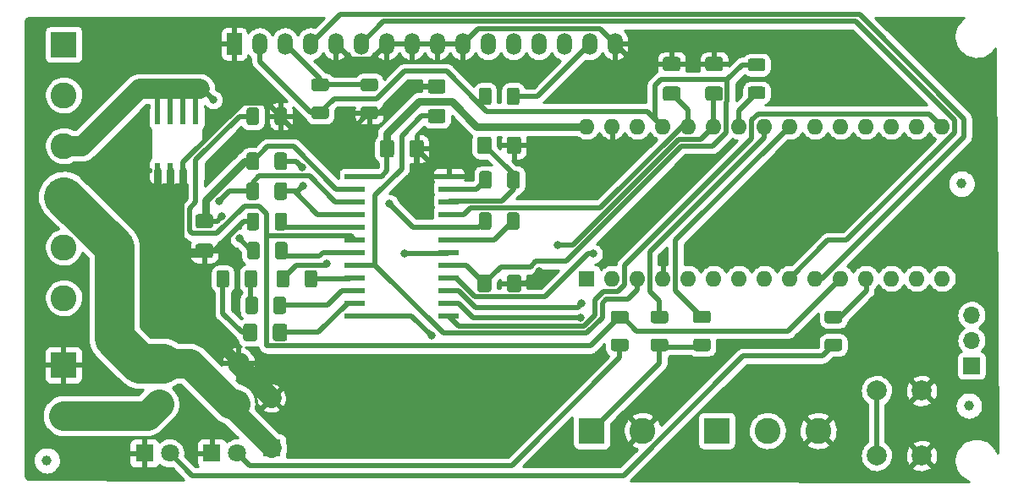
<source format=gtl>
%TF.GenerationSoftware,KiCad,Pcbnew,(5.99.0-1296-g952e7a5fb)*%
%TF.CreationDate,2020-06-12T12:12:59+03:00*%
%TF.ProjectId,TeemoWB,5465656d-6f57-4422-9e6b-696361645f70,1.0*%
%TF.SameCoordinates,Original*%
%TF.FileFunction,Copper,L1,Top*%
%TF.FilePolarity,Positive*%
%FSLAX46Y46*%
G04 Gerber Fmt 4.6, Leading zero omitted, Abs format (unit mm)*
G04 Created by KiCad (PCBNEW (5.99.0-1296-g952e7a5fb)) date 2020-06-12 12:12:59*
%MOMM*%
%LPD*%
G01*
G04 APERTURE LIST*
%TA.AperFunction,SMDPad,CuDef*%
%ADD10C,1.000000*%
%TD*%
%TA.AperFunction,ComponentPad*%
%ADD11O,1.500000X2.200000*%
%TD*%
%TA.AperFunction,ComponentPad*%
%ADD12R,1.500000X2.200000*%
%TD*%
%TA.AperFunction,ComponentPad*%
%ADD13O,1.700000X1.700000*%
%TD*%
%TA.AperFunction,ComponentPad*%
%ADD14R,1.700000X1.700000*%
%TD*%
%TA.AperFunction,SMDPad,CuDef*%
%ADD15R,2.000000X0.600000*%
%TD*%
%TA.AperFunction,ComponentPad*%
%ADD16C,2.000000*%
%TD*%
%TA.AperFunction,SMDPad,CuDef*%
%ADD17R,0.600000X1.550000*%
%TD*%
%TA.AperFunction,ComponentPad*%
%ADD18C,2.600000*%
%TD*%
%TA.AperFunction,ComponentPad*%
%ADD19R,2.600000X2.600000*%
%TD*%
%TA.AperFunction,ComponentPad*%
%ADD20C,1.800000*%
%TD*%
%TA.AperFunction,ComponentPad*%
%ADD21R,1.800000X1.800000*%
%TD*%
%TA.AperFunction,ComponentPad*%
%ADD22O,2.200000X2.200000*%
%TD*%
%TA.AperFunction,ComponentPad*%
%ADD23R,2.200000X2.200000*%
%TD*%
%TA.AperFunction,ComponentPad*%
%ADD24O,1.600000X1.600000*%
%TD*%
%TA.AperFunction,ComponentPad*%
%ADD25R,1.600000X1.600000*%
%TD*%
%TA.AperFunction,ViaPad*%
%ADD26C,0.800000*%
%TD*%
%TA.AperFunction,Conductor*%
%ADD27C,0.500000*%
%TD*%
%TA.AperFunction,Conductor*%
%ADD28C,2.000000*%
%TD*%
%TA.AperFunction,Conductor*%
%ADD29C,0.800000*%
%TD*%
%TA.AperFunction,Conductor*%
%ADD30C,1.200000*%
%TD*%
%TA.AperFunction,Conductor*%
%ADD31C,4.000000*%
%TD*%
%TA.AperFunction,Conductor*%
%ADD32C,3.000000*%
%TD*%
%TA.AperFunction,Conductor*%
%ADD33C,0.254000*%
%TD*%
G04 APERTURE END LIST*
D10*
%TO.P,FID3,~*%
%TO.N,N/C*%
X166500000Y-78000000D03*
%TD*%
%TO.P,FID2,~*%
%TO.N,N/C*%
X167250000Y-100250000D03*
%TD*%
%TO.P,FID1,~*%
%TO.N,N/C*%
X75000000Y-105750000D03*
%TD*%
D11*
%TO.P,D_LCD1,16,K*%
%TO.N,GND*%
X131850000Y-64000000D03*
%TO.P,D_LCD1,15,A*%
%TO.N,Net-(D_LCD1-Pad15)*%
X129310000Y-64000000D03*
%TO.P,D_LCD1,14,DB7*%
%TO.N,LCD_D7*%
X126770000Y-64000000D03*
%TO.P,D_LCD1,13,DB6*%
%TO.N,LCD_D6*%
X124230000Y-64000000D03*
%TO.P,D_LCD1,12,DB5*%
%TO.N,LCD_D5*%
X121690000Y-64000000D03*
%TO.P,D_LCD1,11,DB4*%
%TO.N,LCD_D4*%
X119150000Y-64000000D03*
%TO.P,D_LCD1,10,DB3*%
%TO.N,GND*%
X116610000Y-64000000D03*
%TO.P,D_LCD1,9,DB2*%
X114070000Y-64000000D03*
%TO.P,D_LCD1,8,DB1*%
X111530000Y-64000000D03*
%TO.P,D_LCD1,7,DB0*%
X108990000Y-64000000D03*
%TO.P,D_LCD1,6,E*%
%TO.N,LCD_E*%
X106450000Y-64000000D03*
%TO.P,D_LCD1,5,R/~W*%
%TO.N,GND*%
X103910000Y-64000000D03*
%TO.P,D_LCD1,4,RS*%
%TO.N,LCD_RS*%
X101370000Y-64000000D03*
%TO.P,D_LCD1,3,VEE*%
%TO.N,Net-(D_LCD1-Pad3)*%
X98830000Y-64000000D03*
%TO.P,D_LCD1,2,VCC*%
%TO.N,+5V*%
X96290000Y-64000000D03*
D12*
%TO.P,D_LCD1,1,VSS*%
%TO.N,GND*%
X93750000Y-64000000D03*
%TD*%
D13*
%TO.P,J3,3,Pin_3*%
%TO.N,Net-(A1-Pad21)*%
X167500000Y-91170000D03*
%TO.P,J3,2,Pin_2*%
%TO.N,Net-(A1-Pad20)*%
X167500000Y-93710000D03*
D14*
%TO.P,J3,1,Pin_1*%
%TO.N,Net-(A1-Pad19)*%
X167500000Y-96250000D03*
%TD*%
D15*
%TO.P,U1,24,GND*%
%TO.N,GND*%
X115200000Y-77265000D03*
%TO.P,U1,23,RF*%
%TO.N,Net-(R7-Pad1)*%
X115200000Y-78535000D03*
%TO.P,U1,22,CF*%
%TO.N,Net-(C7-Pad1)*%
X115200000Y-79805000D03*
%TO.P,U1,21,UA*%
%TO.N,UA_ADC*%
X115200000Y-81075000D03*
%TO.P,U1,20,UP*%
%TO.N,Net-(R2-Pad1)*%
X115200000Y-82345000D03*
%TO.P,U1,19,US*%
%TO.N,Net-(R4-Pad2)*%
X115200000Y-83615000D03*
%TO.P,U1,18,VM*%
%TO.N,Net-(J2-Pad2)*%
X115200000Y-84885000D03*
%TO.P,U1,17,VCC/VCCS*%
%TO.N,+5V*%
X115200000Y-86155000D03*
%TO.P,U1,16,~SS*%
%TO.N,~SS*%
X115200000Y-87425000D03*
%TO.P,U1,15,SI*%
%TO.N,MOSI*%
X115200000Y-88695000D03*
%TO.P,U1,14,SO*%
%TO.N,MISO*%
X115200000Y-89965000D03*
%TO.P,U1,13,SCK*%
%TO.N,SCK*%
X115200000Y-91235000D03*
%TO.P,U1,12,UR*%
%TO.N,UR_ADC*%
X105800000Y-91235000D03*
%TO.P,U1,11,CM*%
%TO.N,Net-(C3-Pad2)*%
X105800000Y-89965000D03*
%TO.P,U1,10,RM*%
%TO.N,Net-(R5-Pad2)*%
X105800000Y-88695000D03*
%TO.P,U1,9,RS*%
%TO.N,Net-(R1-Pad2)*%
X105800000Y-87425000D03*
%TO.P,U1,8,~RST*%
%TO.N,RESET*%
X105800000Y-86155000D03*
%TO.P,U1,7,DIAHD*%
%TO.N,Net-(R8-Pad1)*%
X105800000Y-84885000D03*
%TO.P,U1,6,DIAHG*%
%TO.N,Net-(A1-Pad11)*%
X105800000Y-83615000D03*
%TO.P,U1,5,OSZ*%
%TO.N,Net-(R9-Pad1)*%
X105800000Y-82345000D03*
%TO.P,U1,4,IA*%
%TO.N,Net-(J2-Pad1)*%
X105800000Y-81075000D03*
%TO.P,U1,3,IP*%
%TO.N,Net-(J2-Pad5)*%
X105800000Y-79805000D03*
%TO.P,U1,2,UN*%
%TO.N,Net-(C2-Pad1)*%
X105800000Y-78535000D03*
%TO.P,U1,1,UB*%
%TO.N,Ubatt+*%
X105800000Y-77265000D03*
%TD*%
D16*
%TO.P,SW1,1,1*%
%TO.N,Net-(A1-Pad24)*%
X158000000Y-98750000D03*
%TO.P,SW1,2,2*%
%TO.N,GND*%
X162500000Y-98750000D03*
%TO.P,SW1,1,1*%
%TO.N,Net-(A1-Pad24)*%
X158000000Y-105250000D03*
%TO.P,SW1,2,2*%
%TO.N,GND*%
X162500000Y-105250000D03*
%TD*%
%TO.P,R18,2*%
%TO.N,Net-(A1-Pad24)*%
%TA.AperFunction,SMDPad,CuDef*%
G36*
G01*
X145375000Y-68275000D02*
X146625000Y-68275000D01*
G75*
G02*
X146875000Y-68525000I0J-250000D01*
G01*
X146875000Y-69275000D01*
G75*
G02*
X146625000Y-69525000I-250000J0D01*
G01*
X145375000Y-69525000D01*
G75*
G02*
X145125000Y-69275000I0J250000D01*
G01*
X145125000Y-68525000D01*
G75*
G02*
X145375000Y-68275000I250000J0D01*
G01*
G37*
%TD.AperFunction*%
%TO.P,R18,1*%
%TO.N,+5V*%
%TA.AperFunction,SMDPad,CuDef*%
G36*
G01*
X145375000Y-65475000D02*
X146625000Y-65475000D01*
G75*
G02*
X146875000Y-65725000I0J-250000D01*
G01*
X146875000Y-66475000D01*
G75*
G02*
X146625000Y-66725000I-250000J0D01*
G01*
X145375000Y-66725000D01*
G75*
G02*
X145125000Y-66475000I0J250000D01*
G01*
X145125000Y-65725000D01*
G75*
G02*
X145375000Y-65475000I250000J0D01*
G01*
G37*
%TD.AperFunction*%
%TD*%
%TO.P,R17,2*%
%TO.N,Net-(J4-Pad1)*%
%TA.AperFunction,SMDPad,CuDef*%
G36*
G01*
X135656613Y-93541177D02*
X136906613Y-93541177D01*
G75*
G02*
X137156613Y-93791177I0J-250000D01*
G01*
X137156613Y-94541177D01*
G75*
G02*
X136906613Y-94791177I-250000J0D01*
G01*
X135656613Y-94791177D01*
G75*
G02*
X135406613Y-94541177I0J250000D01*
G01*
X135406613Y-93791177D01*
G75*
G02*
X135656613Y-93541177I250000J0D01*
G01*
G37*
%TD.AperFunction*%
%TO.P,R17,1*%
%TO.N,Net-(A1-Pad23)*%
%TA.AperFunction,SMDPad,CuDef*%
G36*
G01*
X135656613Y-90741177D02*
X136906613Y-90741177D01*
G75*
G02*
X137156613Y-90991177I0J-250000D01*
G01*
X137156613Y-91741177D01*
G75*
G02*
X136906613Y-91991177I-250000J0D01*
G01*
X135656613Y-91991177D01*
G75*
G02*
X135406613Y-91741177I0J250000D01*
G01*
X135406613Y-90991177D01*
G75*
G02*
X135656613Y-90741177I250000J0D01*
G01*
G37*
%TD.AperFunction*%
%TD*%
%TO.P,R16,2*%
%TO.N,Net-(J4-Pad1)*%
%TA.AperFunction,SMDPad,CuDef*%
G36*
G01*
X139907008Y-93533138D02*
X141157008Y-93533138D01*
G75*
G02*
X141407008Y-93783138I0J-250000D01*
G01*
X141407008Y-94533138D01*
G75*
G02*
X141157008Y-94783138I-250000J0D01*
G01*
X139907008Y-94783138D01*
G75*
G02*
X139657008Y-94533138I0J250000D01*
G01*
X139657008Y-93783138D01*
G75*
G02*
X139907008Y-93533138I250000J0D01*
G01*
G37*
%TD.AperFunction*%
%TO.P,R16,1*%
%TO.N,Net-(A1-Pad22)*%
%TA.AperFunction,SMDPad,CuDef*%
G36*
G01*
X139907008Y-90733138D02*
X141157008Y-90733138D01*
G75*
G02*
X141407008Y-90983138I0J-250000D01*
G01*
X141407008Y-91733138D01*
G75*
G02*
X141157008Y-91983138I-250000J0D01*
G01*
X139907008Y-91983138D01*
G75*
G02*
X139657008Y-91733138I0J250000D01*
G01*
X139657008Y-90983138D01*
G75*
G02*
X139907008Y-90733138I250000J0D01*
G01*
G37*
%TD.AperFunction*%
%TD*%
%TO.P,R15,2*%
%TO.N,+5V*%
%TA.AperFunction,SMDPad,CuDef*%
G36*
G01*
X101705914Y-70275000D02*
X102955914Y-70275000D01*
G75*
G02*
X103205914Y-70525000I0J-250000D01*
G01*
X103205914Y-71275000D01*
G75*
G02*
X102955914Y-71525000I-250000J0D01*
G01*
X101705914Y-71525000D01*
G75*
G02*
X101455914Y-71275000I0J250000D01*
G01*
X101455914Y-70525000D01*
G75*
G02*
X101705914Y-70275000I250000J0D01*
G01*
G37*
%TD.AperFunction*%
%TO.P,R15,1*%
%TO.N,Net-(D_LCD1-Pad3)*%
%TA.AperFunction,SMDPad,CuDef*%
G36*
G01*
X101705914Y-67475000D02*
X102955914Y-67475000D01*
G75*
G02*
X103205914Y-67725000I0J-250000D01*
G01*
X103205914Y-68475000D01*
G75*
G02*
X102955914Y-68725000I-250000J0D01*
G01*
X101705914Y-68725000D01*
G75*
G02*
X101455914Y-68475000I0J250000D01*
G01*
X101455914Y-67725000D01*
G75*
G02*
X101705914Y-67475000I250000J0D01*
G01*
G37*
%TD.AperFunction*%
%TD*%
%TO.P,R14,2*%
%TO.N,Net-(D_LCD1-Pad3)*%
%TA.AperFunction,SMDPad,CuDef*%
G36*
G01*
X107875000Y-68725000D02*
X106625000Y-68725000D01*
G75*
G02*
X106375000Y-68475000I0J250000D01*
G01*
X106375000Y-67725000D01*
G75*
G02*
X106625000Y-67475000I250000J0D01*
G01*
X107875000Y-67475000D01*
G75*
G02*
X108125000Y-67725000I0J-250000D01*
G01*
X108125000Y-68475000D01*
G75*
G02*
X107875000Y-68725000I-250000J0D01*
G01*
G37*
%TD.AperFunction*%
%TO.P,R14,1*%
%TO.N,GND*%
%TA.AperFunction,SMDPad,CuDef*%
G36*
G01*
X107875000Y-71525000D02*
X106625000Y-71525000D01*
G75*
G02*
X106375000Y-71275000I0J250000D01*
G01*
X106375000Y-70525000D01*
G75*
G02*
X106625000Y-70275000I250000J0D01*
G01*
X107875000Y-70275000D01*
G75*
G02*
X108125000Y-70525000I0J-250000D01*
G01*
X108125000Y-71275000D01*
G75*
G02*
X107875000Y-71525000I-250000J0D01*
G01*
G37*
%TD.AperFunction*%
%TD*%
%TO.P,R13,2*%
%TO.N,Net-(D_LCD1-Pad15)*%
%TA.AperFunction,SMDPad,CuDef*%
G36*
G01*
X121025000Y-69875000D02*
X121025000Y-68625000D01*
G75*
G02*
X121275000Y-68375000I250000J0D01*
G01*
X122025000Y-68375000D01*
G75*
G02*
X122275000Y-68625000I0J-250000D01*
G01*
X122275000Y-69875000D01*
G75*
G02*
X122025000Y-70125000I-250000J0D01*
G01*
X121275000Y-70125000D01*
G75*
G02*
X121025000Y-69875000I0J250000D01*
G01*
G37*
%TD.AperFunction*%
%TO.P,R13,1*%
%TO.N,+5V*%
%TA.AperFunction,SMDPad,CuDef*%
G36*
G01*
X118225000Y-69875000D02*
X118225000Y-68625000D01*
G75*
G02*
X118475000Y-68375000I250000J0D01*
G01*
X119225000Y-68375000D01*
G75*
G02*
X119475000Y-68625000I0J-250000D01*
G01*
X119475000Y-69875000D01*
G75*
G02*
X119225000Y-70125000I-250000J0D01*
G01*
X118475000Y-70125000D01*
G75*
G02*
X118225000Y-69875000I0J250000D01*
G01*
G37*
%TD.AperFunction*%
%TD*%
%TO.P,R12,2*%
%TO.N,Net-(D4-Pad2)*%
%TA.AperFunction,SMDPad,CuDef*%
G36*
G01*
X153059200Y-93536365D02*
X154309200Y-93536365D01*
G75*
G02*
X154559200Y-93786365I0J-250000D01*
G01*
X154559200Y-94536365D01*
G75*
G02*
X154309200Y-94786365I-250000J0D01*
G01*
X153059200Y-94786365D01*
G75*
G02*
X152809200Y-94536365I0J250000D01*
G01*
X152809200Y-93786365D01*
G75*
G02*
X153059200Y-93536365I250000J0D01*
G01*
G37*
%TD.AperFunction*%
%TO.P,R12,1*%
%TO.N,Net-(A1-Pad12)*%
%TA.AperFunction,SMDPad,CuDef*%
G36*
G01*
X153059200Y-90736365D02*
X154309200Y-90736365D01*
G75*
G02*
X154559200Y-90986365I0J-250000D01*
G01*
X154559200Y-91736365D01*
G75*
G02*
X154309200Y-91986365I-250000J0D01*
G01*
X153059200Y-91986365D01*
G75*
G02*
X152809200Y-91736365I0J250000D01*
G01*
X152809200Y-90986365D01*
G75*
G02*
X153059200Y-90736365I250000J0D01*
G01*
G37*
%TD.AperFunction*%
%TD*%
%TO.P,R11,2*%
%TO.N,Net-(D3-Pad2)*%
%TA.AperFunction,SMDPad,CuDef*%
G36*
G01*
X131683368Y-93536928D02*
X132933368Y-93536928D01*
G75*
G02*
X133183368Y-93786928I0J-250000D01*
G01*
X133183368Y-94536928D01*
G75*
G02*
X132933368Y-94786928I-250000J0D01*
G01*
X131683368Y-94786928D01*
G75*
G02*
X131433368Y-94536928I0J250000D01*
G01*
X131433368Y-93786928D01*
G75*
G02*
X131683368Y-93536928I250000J0D01*
G01*
G37*
%TD.AperFunction*%
%TO.P,R11,1*%
%TO.N,Net-(A1-Pad11)*%
%TA.AperFunction,SMDPad,CuDef*%
G36*
G01*
X131683368Y-90736928D02*
X132933368Y-90736928D01*
G75*
G02*
X133183368Y-90986928I0J-250000D01*
G01*
X133183368Y-91736928D01*
G75*
G02*
X132933368Y-91986928I-250000J0D01*
G01*
X131683368Y-91986928D01*
G75*
G02*
X131433368Y-91736928I0J250000D01*
G01*
X131433368Y-90986928D01*
G75*
G02*
X131683368Y-90736928I250000J0D01*
G01*
G37*
%TD.AperFunction*%
%TD*%
%TO.P,R10,2*%
%TO.N,GND*%
%TA.AperFunction,SMDPad,CuDef*%
G36*
G01*
X97775000Y-71875000D02*
X97775000Y-70625000D01*
G75*
G02*
X98025000Y-70375000I250000J0D01*
G01*
X98775000Y-70375000D01*
G75*
G02*
X99025000Y-70625000I0J-250000D01*
G01*
X99025000Y-71875000D01*
G75*
G02*
X98775000Y-72125000I-250000J0D01*
G01*
X98025000Y-72125000D01*
G75*
G02*
X97775000Y-71875000I0J250000D01*
G01*
G37*
%TD.AperFunction*%
%TO.P,R10,1*%
%TO.N,Net-(A1-Pad11)*%
%TA.AperFunction,SMDPad,CuDef*%
G36*
G01*
X94975000Y-71875000D02*
X94975000Y-70625000D01*
G75*
G02*
X95225000Y-70375000I250000J0D01*
G01*
X95975000Y-70375000D01*
G75*
G02*
X96225000Y-70625000I0J-250000D01*
G01*
X96225000Y-71875000D01*
G75*
G02*
X95975000Y-72125000I-250000J0D01*
G01*
X95225000Y-72125000D01*
G75*
G02*
X94975000Y-71875000I0J250000D01*
G01*
G37*
%TD.AperFunction*%
%TD*%
%TO.P,R9,2*%
%TO.N,GND*%
%TA.AperFunction,SMDPad,CuDef*%
G36*
G01*
X96240068Y-81174354D02*
X96240068Y-82424354D01*
G75*
G02*
X95990068Y-82674354I-250000J0D01*
G01*
X95240068Y-82674354D01*
G75*
G02*
X94990068Y-82424354I0J250000D01*
G01*
X94990068Y-81174354D01*
G75*
G02*
X95240068Y-80924354I250000J0D01*
G01*
X95990068Y-80924354D01*
G75*
G02*
X96240068Y-81174354I0J-250000D01*
G01*
G37*
%TD.AperFunction*%
%TO.P,R9,1*%
%TO.N,Net-(R9-Pad1)*%
%TA.AperFunction,SMDPad,CuDef*%
G36*
G01*
X99040068Y-81174354D02*
X99040068Y-82424354D01*
G75*
G02*
X98790068Y-82674354I-250000J0D01*
G01*
X98040068Y-82674354D01*
G75*
G02*
X97790068Y-82424354I0J250000D01*
G01*
X97790068Y-81174354D01*
G75*
G02*
X98040068Y-80924354I250000J0D01*
G01*
X98790068Y-80924354D01*
G75*
G02*
X99040068Y-81174354I0J-250000D01*
G01*
G37*
%TD.AperFunction*%
%TD*%
%TO.P,R8,2*%
%TO.N,Net-(J2-Pad3)*%
%TA.AperFunction,SMDPad,CuDef*%
G36*
G01*
X96276870Y-84090751D02*
X96276870Y-85340751D01*
G75*
G02*
X96026870Y-85590751I-250000J0D01*
G01*
X95276870Y-85590751D01*
G75*
G02*
X95026870Y-85340751I0J250000D01*
G01*
X95026870Y-84090751D01*
G75*
G02*
X95276870Y-83840751I250000J0D01*
G01*
X96026870Y-83840751D01*
G75*
G02*
X96276870Y-84090751I0J-250000D01*
G01*
G37*
%TD.AperFunction*%
%TO.P,R8,1*%
%TO.N,Net-(R8-Pad1)*%
%TA.AperFunction,SMDPad,CuDef*%
G36*
G01*
X99076870Y-84090751D02*
X99076870Y-85340751D01*
G75*
G02*
X98826870Y-85590751I-250000J0D01*
G01*
X98076870Y-85590751D01*
G75*
G02*
X97826870Y-85340751I0J250000D01*
G01*
X97826870Y-84090751D01*
G75*
G02*
X98076870Y-83840751I250000J0D01*
G01*
X98826870Y-83840751D01*
G75*
G02*
X99076870Y-84090751I0J-250000D01*
G01*
G37*
%TD.AperFunction*%
%TD*%
%TO.P,R7,2*%
%TO.N,Net-(C7-Pad1)*%
%TA.AperFunction,SMDPad,CuDef*%
G36*
G01*
X121051691Y-78241380D02*
X121051691Y-76991380D01*
G75*
G02*
X121301691Y-76741380I250000J0D01*
G01*
X122051691Y-76741380D01*
G75*
G02*
X122301691Y-76991380I0J-250000D01*
G01*
X122301691Y-78241380D01*
G75*
G02*
X122051691Y-78491380I-250000J0D01*
G01*
X121301691Y-78491380D01*
G75*
G02*
X121051691Y-78241380I0J250000D01*
G01*
G37*
%TD.AperFunction*%
%TO.P,R7,1*%
%TO.N,Net-(R7-Pad1)*%
%TA.AperFunction,SMDPad,CuDef*%
G36*
G01*
X118251691Y-78241380D02*
X118251691Y-76991380D01*
G75*
G02*
X118501691Y-76741380I250000J0D01*
G01*
X119251691Y-76741380D01*
G75*
G02*
X119501691Y-76991380I0J-250000D01*
G01*
X119501691Y-78241380D01*
G75*
G02*
X119251691Y-78491380I-250000J0D01*
G01*
X118501691Y-78491380D01*
G75*
G02*
X118251691Y-78241380I0J250000D01*
G01*
G37*
%TD.AperFunction*%
%TD*%
%TO.P,R6,2*%
%TO.N,Net-(J2-Pad1)*%
%TA.AperFunction,SMDPad,CuDef*%
G36*
G01*
X97775000Y-79377972D02*
X97775000Y-78127972D01*
G75*
G02*
X98025000Y-77877972I250000J0D01*
G01*
X98775000Y-77877972D01*
G75*
G02*
X99025000Y-78127972I0J-250000D01*
G01*
X99025000Y-79377972D01*
G75*
G02*
X98775000Y-79627972I-250000J0D01*
G01*
X98025000Y-79627972D01*
G75*
G02*
X97775000Y-79377972I0J250000D01*
G01*
G37*
%TD.AperFunction*%
%TO.P,R6,1*%
%TO.N,Net-(J2-Pad5)*%
%TA.AperFunction,SMDPad,CuDef*%
G36*
G01*
X94975000Y-79377972D02*
X94975000Y-78127972D01*
G75*
G02*
X95225000Y-77877972I250000J0D01*
G01*
X95975000Y-77877972D01*
G75*
G02*
X96225000Y-78127972I0J-250000D01*
G01*
X96225000Y-79377972D01*
G75*
G02*
X95975000Y-79627972I-250000J0D01*
G01*
X95225000Y-79627972D01*
G75*
G02*
X94975000Y-79377972I0J250000D01*
G01*
G37*
%TD.AperFunction*%
%TD*%
%TO.P,R5,2*%
%TO.N,Net-(R5-Pad2)*%
%TA.AperFunction,SMDPad,CuDef*%
G36*
G01*
X97664400Y-90824440D02*
X97664400Y-89574440D01*
G75*
G02*
X97914400Y-89324440I250000J0D01*
G01*
X98664400Y-89324440D01*
G75*
G02*
X98914400Y-89574440I0J-250000D01*
G01*
X98914400Y-90824440D01*
G75*
G02*
X98664400Y-91074440I-250000J0D01*
G01*
X97914400Y-91074440D01*
G75*
G02*
X97664400Y-90824440I0J250000D01*
G01*
G37*
%TD.AperFunction*%
%TO.P,R5,1*%
%TO.N,Net-(R3-Pad2)*%
%TA.AperFunction,SMDPad,CuDef*%
G36*
G01*
X94864400Y-90824440D02*
X94864400Y-89574440D01*
G75*
G02*
X95114400Y-89324440I250000J0D01*
G01*
X95864400Y-89324440D01*
G75*
G02*
X96114400Y-89574440I0J-250000D01*
G01*
X96114400Y-90824440D01*
G75*
G02*
X95864400Y-91074440I-250000J0D01*
G01*
X95114400Y-91074440D01*
G75*
G02*
X94864400Y-90824440I0J250000D01*
G01*
G37*
%TD.AperFunction*%
%TD*%
%TO.P,R4,2*%
%TO.N,Net-(R4-Pad2)*%
%TA.AperFunction,SMDPad,CuDef*%
G36*
G01*
X121025000Y-82375000D02*
X121025000Y-81125000D01*
G75*
G02*
X121275000Y-80875000I250000J0D01*
G01*
X122025000Y-80875000D01*
G75*
G02*
X122275000Y-81125000I0J-250000D01*
G01*
X122275000Y-82375000D01*
G75*
G02*
X122025000Y-82625000I-250000J0D01*
G01*
X121275000Y-82625000D01*
G75*
G02*
X121025000Y-82375000I0J250000D01*
G01*
G37*
%TD.AperFunction*%
%TO.P,R4,1*%
%TO.N,Net-(R2-Pad1)*%
%TA.AperFunction,SMDPad,CuDef*%
G36*
G01*
X118225000Y-82375000D02*
X118225000Y-81125000D01*
G75*
G02*
X118475000Y-80875000I250000J0D01*
G01*
X119225000Y-80875000D01*
G75*
G02*
X119475000Y-81125000I0J-250000D01*
G01*
X119475000Y-82375000D01*
G75*
G02*
X119225000Y-82625000I-250000J0D01*
G01*
X118475000Y-82625000D01*
G75*
G02*
X118225000Y-82375000I0J250000D01*
G01*
G37*
%TD.AperFunction*%
%TD*%
%TO.P,R3,2*%
%TO.N,Net-(R3-Pad2)*%
%TA.AperFunction,SMDPad,CuDef*%
G36*
G01*
X94784242Y-88167399D02*
X94784242Y-86917399D01*
G75*
G02*
X95034242Y-86667399I250000J0D01*
G01*
X95784242Y-86667399D01*
G75*
G02*
X96034242Y-86917399I0J-250000D01*
G01*
X96034242Y-88167399D01*
G75*
G02*
X95784242Y-88417399I-250000J0D01*
G01*
X95034242Y-88417399D01*
G75*
G02*
X94784242Y-88167399I0J250000D01*
G01*
G37*
%TD.AperFunction*%
%TO.P,R3,1*%
%TO.N,Net-(C3-Pad1)*%
%TA.AperFunction,SMDPad,CuDef*%
G36*
G01*
X91984242Y-88167399D02*
X91984242Y-86917399D01*
G75*
G02*
X92234242Y-86667399I250000J0D01*
G01*
X92984242Y-86667399D01*
G75*
G02*
X93234242Y-86917399I0J-250000D01*
G01*
X93234242Y-88167399D01*
G75*
G02*
X92984242Y-88417399I-250000J0D01*
G01*
X92234242Y-88417399D01*
G75*
G02*
X91984242Y-88167399I0J250000D01*
G01*
G37*
%TD.AperFunction*%
%TD*%
%TO.P,R2,2*%
%TO.N,Net-(C2-Pad1)*%
%TA.AperFunction,SMDPad,CuDef*%
G36*
G01*
X96225000Y-75125001D02*
X96225000Y-76375001D01*
G75*
G02*
X95975000Y-76625001I-250000J0D01*
G01*
X95225000Y-76625001D01*
G75*
G02*
X94975000Y-76375001I0J250000D01*
G01*
X94975000Y-75125001D01*
G75*
G02*
X95225000Y-74875001I250000J0D01*
G01*
X95975000Y-74875001D01*
G75*
G02*
X96225000Y-75125001I0J-250000D01*
G01*
G37*
%TD.AperFunction*%
%TO.P,R2,1*%
%TO.N,Net-(R2-Pad1)*%
%TA.AperFunction,SMDPad,CuDef*%
G36*
G01*
X99025000Y-75125001D02*
X99025000Y-76375001D01*
G75*
G02*
X98775000Y-76625001I-250000J0D01*
G01*
X98025000Y-76625001D01*
G75*
G02*
X97775000Y-76375001I0J250000D01*
G01*
X97775000Y-75125001D01*
G75*
G02*
X98025000Y-74875001I250000J0D01*
G01*
X98775000Y-74875001D01*
G75*
G02*
X99025000Y-75125001I0J-250000D01*
G01*
G37*
%TD.AperFunction*%
%TD*%
%TO.P,R1,2*%
%TO.N,Net-(R1-Pad2)*%
%TA.AperFunction,SMDPad,CuDef*%
G36*
G01*
X100790894Y-88159860D02*
X100790894Y-86909860D01*
G75*
G02*
X101040894Y-86659860I250000J0D01*
G01*
X101790894Y-86659860D01*
G75*
G02*
X102040894Y-86909860I0J-250000D01*
G01*
X102040894Y-88159860D01*
G75*
G02*
X101790894Y-88409860I-250000J0D01*
G01*
X101040894Y-88409860D01*
G75*
G02*
X100790894Y-88159860I0J250000D01*
G01*
G37*
%TD.AperFunction*%
%TO.P,R1,1*%
%TO.N,Net-(J2-Pad2)*%
%TA.AperFunction,SMDPad,CuDef*%
G36*
G01*
X97990894Y-88159860D02*
X97990894Y-86909860D01*
G75*
G02*
X98240894Y-86659860I250000J0D01*
G01*
X98990894Y-86659860D01*
G75*
G02*
X99240894Y-86909860I0J-250000D01*
G01*
X99240894Y-88159860D01*
G75*
G02*
X98990894Y-88409860I-250000J0D01*
G01*
X98240894Y-88409860D01*
G75*
G02*
X97990894Y-88159860I0J250000D01*
G01*
G37*
%TD.AperFunction*%
%TD*%
D17*
%TO.P,Q1,8,D*%
%TO.N,Net-(J2-Pad3)*%
X86095000Y-71300000D03*
%TO.P,Q1,7,D*%
X87365000Y-71300000D03*
%TO.P,Q1,6,D*%
X88635000Y-71300000D03*
%TO.P,Q1,5,D*%
X89905000Y-71300000D03*
%TO.P,Q1,4,G*%
%TO.N,Net-(A1-Pad11)*%
X89905000Y-76700000D03*
%TO.P,Q1,3,S*%
%TO.N,GND*%
X88635000Y-76700000D03*
%TO.P,Q1,2,S*%
X87365000Y-76700000D03*
%TO.P,Q1,1,S*%
X86095000Y-76700000D03*
%TD*%
D18*
%TO.P,J5,3,Pin_3*%
%TO.N,GND*%
X152160000Y-102750000D03*
%TO.P,J5,2,Pin_2*%
%TO.N,TX*%
X147080000Y-102750000D03*
D19*
%TO.P,J5,1,Pin_1*%
%TO.N,RX*%
X142000000Y-102750000D03*
%TD*%
D18*
%TO.P,J4,2,Pin_2*%
%TO.N,GND*%
X134580000Y-102750000D03*
D19*
%TO.P,J4,1,Pin_1*%
%TO.N,Net-(J4-Pad1)*%
X129500000Y-102750000D03*
%TD*%
D18*
%TO.P,J2,6,black*%
%TO.N,Net-(C2-Pad1)*%
X76675000Y-89450000D03*
%TO.P,J2,5,green*%
%TO.N,Net-(J2-Pad5)*%
X76675000Y-84370000D03*
%TO.P,J2,4,grey*%
%TO.N,Ubatt+*%
X76675000Y-79290000D03*
%TO.P,J2,3,white*%
%TO.N,Net-(J2-Pad3)*%
X76675000Y-74210000D03*
%TO.P,J2,2,yellow*%
%TO.N,Net-(J2-Pad2)*%
X76675000Y-69130000D03*
D19*
%TO.P,J2,1,red*%
%TO.N,Net-(J2-Pad1)*%
X76675000Y-64050000D03*
%TD*%
D18*
%TO.P,J1,2,Pin_2*%
%TO.N,/batt+*%
X76650000Y-101255000D03*
D19*
%TO.P,J1,1,Pin_1*%
%TO.N,GND*%
X76650000Y-96175000D03*
%TD*%
D20*
%TO.P,D4,2,A*%
%TO.N,Net-(D4-Pad2)*%
X87290000Y-105000000D03*
D21*
%TO.P,D4,1,K*%
%TO.N,GND*%
X84750000Y-105000000D03*
%TD*%
D20*
%TO.P,D3,2,A*%
%TO.N,Net-(D3-Pad2)*%
X94040000Y-105000000D03*
D21*
%TO.P,D3,1,K*%
%TO.N,GND*%
X91500000Y-105000000D03*
%TD*%
D22*
%TO.P,D2,2,A*%
%TO.N,GND*%
X94160047Y-96000000D03*
D23*
%TO.P,D2,1,K*%
%TO.N,Ubatt+*%
X86540047Y-96000000D03*
%TD*%
D22*
%TO.P,D1,2,A*%
%TO.N,/batt+*%
X86187349Y-100074710D03*
D23*
%TO.P,D1,1,K*%
%TO.N,Ubatt+*%
X93807349Y-100074710D03*
%TD*%
%TO.P,C9,2*%
%TO.N,UA_ADC*%
%TA.AperFunction,SMDPad,CuDef*%
G36*
G01*
X136875000Y-68275000D02*
X138125000Y-68275000D01*
G75*
G02*
X138375000Y-68525000I0J-250000D01*
G01*
X138375000Y-69450000D01*
G75*
G02*
X138125000Y-69700000I-250000J0D01*
G01*
X136875000Y-69700000D01*
G75*
G02*
X136625000Y-69450000I0J250000D01*
G01*
X136625000Y-68525000D01*
G75*
G02*
X136875000Y-68275000I250000J0D01*
G01*
G37*
%TD.AperFunction*%
%TO.P,C9,1*%
%TO.N,GND*%
%TA.AperFunction,SMDPad,CuDef*%
G36*
G01*
X136875000Y-65300000D02*
X138125000Y-65300000D01*
G75*
G02*
X138375000Y-65550000I0J-250000D01*
G01*
X138375000Y-66475000D01*
G75*
G02*
X138125000Y-66725000I-250000J0D01*
G01*
X136875000Y-66725000D01*
G75*
G02*
X136625000Y-66475000I0J250000D01*
G01*
X136625000Y-65550000D01*
G75*
G02*
X136875000Y-65300000I250000J0D01*
G01*
G37*
%TD.AperFunction*%
%TD*%
%TO.P,C8,2*%
%TO.N,UR_ADC*%
%TA.AperFunction,SMDPad,CuDef*%
G36*
G01*
X141125000Y-68275000D02*
X142375000Y-68275000D01*
G75*
G02*
X142625000Y-68525000I0J-250000D01*
G01*
X142625000Y-69450000D01*
G75*
G02*
X142375000Y-69700000I-250000J0D01*
G01*
X141125000Y-69700000D01*
G75*
G02*
X140875000Y-69450000I0J250000D01*
G01*
X140875000Y-68525000D01*
G75*
G02*
X141125000Y-68275000I250000J0D01*
G01*
G37*
%TD.AperFunction*%
%TO.P,C8,1*%
%TO.N,GND*%
%TA.AperFunction,SMDPad,CuDef*%
G36*
G01*
X141125000Y-65300000D02*
X142375000Y-65300000D01*
G75*
G02*
X142625000Y-65550000I0J-250000D01*
G01*
X142625000Y-66475000D01*
G75*
G02*
X142375000Y-66725000I-250000J0D01*
G01*
X141125000Y-66725000D01*
G75*
G02*
X140875000Y-66475000I0J250000D01*
G01*
X140875000Y-65550000D01*
G75*
G02*
X141125000Y-65300000I250000J0D01*
G01*
G37*
%TD.AperFunction*%
%TD*%
%TO.P,C7,2*%
%TO.N,GND*%
%TA.AperFunction,SMDPad,CuDef*%
G36*
G01*
X121025000Y-74787263D02*
X121025000Y-73537263D01*
G75*
G02*
X121275000Y-73287263I250000J0D01*
G01*
X122200000Y-73287263D01*
G75*
G02*
X122450000Y-73537263I0J-250000D01*
G01*
X122450000Y-74787263D01*
G75*
G02*
X122200000Y-75037263I-250000J0D01*
G01*
X121275000Y-75037263D01*
G75*
G02*
X121025000Y-74787263I0J250000D01*
G01*
G37*
%TD.AperFunction*%
%TO.P,C7,1*%
%TO.N,Net-(C7-Pad1)*%
%TA.AperFunction,SMDPad,CuDef*%
G36*
G01*
X118050000Y-74787263D02*
X118050000Y-73537263D01*
G75*
G02*
X118300000Y-73287263I250000J0D01*
G01*
X119225000Y-73287263D01*
G75*
G02*
X119475000Y-73537263I0J-250000D01*
G01*
X119475000Y-74787263D01*
G75*
G02*
X119225000Y-75037263I-250000J0D01*
G01*
X118300000Y-75037263D01*
G75*
G02*
X118050000Y-74787263I0J250000D01*
G01*
G37*
%TD.AperFunction*%
%TD*%
%TO.P,C6,2*%
%TO.N,GND*%
%TA.AperFunction,SMDPad,CuDef*%
G36*
G01*
X114625000Y-68975000D02*
X113375000Y-68975000D01*
G75*
G02*
X113125000Y-68725000I0J250000D01*
G01*
X113125000Y-67800000D01*
G75*
G02*
X113375000Y-67550000I250000J0D01*
G01*
X114625000Y-67550000D01*
G75*
G02*
X114875000Y-67800000I0J-250000D01*
G01*
X114875000Y-68725000D01*
G75*
G02*
X114625000Y-68975000I-250000J0D01*
G01*
G37*
%TD.AperFunction*%
%TO.P,C6,1*%
%TO.N,RESET*%
%TA.AperFunction,SMDPad,CuDef*%
G36*
G01*
X114625000Y-71950000D02*
X113375000Y-71950000D01*
G75*
G02*
X113125000Y-71700000I0J250000D01*
G01*
X113125000Y-70775000D01*
G75*
G02*
X113375000Y-70525000I250000J0D01*
G01*
X114625000Y-70525000D01*
G75*
G02*
X114875000Y-70775000I0J-250000D01*
G01*
X114875000Y-71700000D01*
G75*
G02*
X114625000Y-71950000I-250000J0D01*
G01*
G37*
%TD.AperFunction*%
%TD*%
%TO.P,C5,2*%
%TO.N,GND*%
%TA.AperFunction,SMDPad,CuDef*%
G36*
G01*
X111275000Y-75125000D02*
X111275000Y-73875000D01*
G75*
G02*
X111525000Y-73625000I250000J0D01*
G01*
X112450000Y-73625000D01*
G75*
G02*
X112700000Y-73875000I0J-250000D01*
G01*
X112700000Y-75125000D01*
G75*
G02*
X112450000Y-75375000I-250000J0D01*
G01*
X111525000Y-75375000D01*
G75*
G02*
X111275000Y-75125000I0J250000D01*
G01*
G37*
%TD.AperFunction*%
%TO.P,C5,1*%
%TO.N,Ubatt+*%
%TA.AperFunction,SMDPad,CuDef*%
G36*
G01*
X108300000Y-75125000D02*
X108300000Y-73875000D01*
G75*
G02*
X108550000Y-73625000I250000J0D01*
G01*
X109475000Y-73625000D01*
G75*
G02*
X109725000Y-73875000I0J-250000D01*
G01*
X109725000Y-75125000D01*
G75*
G02*
X109475000Y-75375000I-250000J0D01*
G01*
X108550000Y-75375000D01*
G75*
G02*
X108300000Y-75125000I0J250000D01*
G01*
G37*
%TD.AperFunction*%
%TD*%
%TO.P,C4,2*%
%TO.N,GND*%
%TA.AperFunction,SMDPad,CuDef*%
G36*
G01*
X121025000Y-88625000D02*
X121025000Y-87375000D01*
G75*
G02*
X121275000Y-87125000I250000J0D01*
G01*
X122200000Y-87125000D01*
G75*
G02*
X122450000Y-87375000I0J-250000D01*
G01*
X122450000Y-88625000D01*
G75*
G02*
X122200000Y-88875000I-250000J0D01*
G01*
X121275000Y-88875000D01*
G75*
G02*
X121025000Y-88625000I0J250000D01*
G01*
G37*
%TD.AperFunction*%
%TO.P,C4,1*%
%TO.N,+5V*%
%TA.AperFunction,SMDPad,CuDef*%
G36*
G01*
X118050000Y-88625000D02*
X118050000Y-87375000D01*
G75*
G02*
X118300000Y-87125000I250000J0D01*
G01*
X119225000Y-87125000D01*
G75*
G02*
X119475000Y-87375000I0J-250000D01*
G01*
X119475000Y-88625000D01*
G75*
G02*
X119225000Y-88875000I-250000J0D01*
G01*
X118300000Y-88875000D01*
G75*
G02*
X118050000Y-88625000I0J250000D01*
G01*
G37*
%TD.AperFunction*%
%TD*%
%TO.P,C3,2*%
%TO.N,Net-(C3-Pad2)*%
%TA.AperFunction,SMDPad,CuDef*%
G36*
G01*
X97607562Y-93534523D02*
X97607562Y-92284523D01*
G75*
G02*
X97857562Y-92034523I250000J0D01*
G01*
X98782562Y-92034523D01*
G75*
G02*
X99032562Y-92284523I0J-250000D01*
G01*
X99032562Y-93534523D01*
G75*
G02*
X98782562Y-93784523I-250000J0D01*
G01*
X97857562Y-93784523D01*
G75*
G02*
X97607562Y-93534523I0J250000D01*
G01*
G37*
%TD.AperFunction*%
%TO.P,C3,1*%
%TO.N,Net-(C3-Pad1)*%
%TA.AperFunction,SMDPad,CuDef*%
G36*
G01*
X94632562Y-93534523D02*
X94632562Y-92284523D01*
G75*
G02*
X94882562Y-92034523I250000J0D01*
G01*
X95807562Y-92034523D01*
G75*
G02*
X96057562Y-92284523I0J-250000D01*
G01*
X96057562Y-93534523D01*
G75*
G02*
X95807562Y-93784523I-250000J0D01*
G01*
X94882562Y-93784523D01*
G75*
G02*
X94632562Y-93534523I0J250000D01*
G01*
G37*
%TD.AperFunction*%
%TD*%
%TO.P,C2,2*%
%TO.N,GND*%
%TA.AperFunction,SMDPad,CuDef*%
G36*
G01*
X90125000Y-84025000D02*
X91375000Y-84025000D01*
G75*
G02*
X91625000Y-84275000I0J-250000D01*
G01*
X91625000Y-85200000D01*
G75*
G02*
X91375000Y-85450000I-250000J0D01*
G01*
X90125000Y-85450000D01*
G75*
G02*
X89875000Y-85200000I0J250000D01*
G01*
X89875000Y-84275000D01*
G75*
G02*
X90125000Y-84025000I250000J0D01*
G01*
G37*
%TD.AperFunction*%
%TO.P,C2,1*%
%TO.N,Net-(C2-Pad1)*%
%TA.AperFunction,SMDPad,CuDef*%
G36*
G01*
X90125000Y-81050000D02*
X91375000Y-81050000D01*
G75*
G02*
X91625000Y-81300000I0J-250000D01*
G01*
X91625000Y-82225000D01*
G75*
G02*
X91375000Y-82475000I-250000J0D01*
G01*
X90125000Y-82475000D01*
G75*
G02*
X89875000Y-82225000I0J250000D01*
G01*
X89875000Y-81300000D01*
G75*
G02*
X90125000Y-81050000I250000J0D01*
G01*
G37*
%TD.AperFunction*%
%TD*%
D20*
%TO.P,C1,2*%
%TO.N,GND*%
X97450000Y-99500000D03*
D21*
%TO.P,C1,1*%
%TO.N,Ubatt+*%
X97450000Y-104500000D03*
%TD*%
D24*
%TO.P,A1,16,D13*%
%TO.N,SCK*%
X164560000Y-72260000D03*
%TO.P,A1,15,D12*%
%TO.N,MISO*%
X164560000Y-87500000D03*
%TO.P,A1,30,VIN*%
%TO.N,Ubatt+*%
X129000000Y-72260000D03*
%TO.P,A1,14,D11*%
%TO.N,MOSI*%
X162020000Y-87500000D03*
%TO.P,A1,29,GND*%
%TO.N,GND*%
X131540000Y-72260000D03*
%TO.P,A1,13,D10*%
%TO.N,~SS*%
X159480000Y-87500000D03*
%TO.P,A1,28,RESET*%
%TO.N,Net-(A1-Pad28)*%
X134080000Y-72260000D03*
%TO.P,A1,12,D9*%
%TO.N,Net-(A1-Pad12)*%
X156940000Y-87500000D03*
%TO.P,A1,27,+5V*%
%TO.N,+5V*%
X136620000Y-72260000D03*
%TO.P,A1,11,D8*%
%TO.N,Net-(A1-Pad11)*%
X154400000Y-87500000D03*
%TO.P,A1,26,A7*%
%TO.N,UA_ADC*%
X139160000Y-72260000D03*
%TO.P,A1,10,D7*%
%TO.N,LCD_RS*%
X151860000Y-87500000D03*
%TO.P,A1,25,A6*%
%TO.N,UR_ADC*%
X141700000Y-72260000D03*
%TO.P,A1,9,D6*%
%TO.N,LCD_E*%
X149320000Y-87500000D03*
%TO.P,A1,24,A5*%
%TO.N,Net-(A1-Pad24)*%
X144240000Y-72260000D03*
%TO.P,A1,8,D5*%
%TO.N,LCD_D4*%
X146780000Y-87500000D03*
%TO.P,A1,23,A4*%
%TO.N,Net-(A1-Pad23)*%
X146780000Y-72260000D03*
%TO.P,A1,7,D4*%
%TO.N,LCD_D5*%
X144240000Y-87500000D03*
%TO.P,A1,22,A3*%
%TO.N,Net-(A1-Pad22)*%
X149320000Y-72260000D03*
%TO.P,A1,6,D3*%
%TO.N,LCD_D6*%
X141700000Y-87500000D03*
%TO.P,A1,21,A2*%
%TO.N,Net-(A1-Pad21)*%
X151860000Y-72260000D03*
%TO.P,A1,5,D2*%
%TO.N,LCD_D7*%
X139160000Y-87500000D03*
%TO.P,A1,20,A1*%
%TO.N,Net-(A1-Pad20)*%
X154400000Y-72260000D03*
%TO.P,A1,4,GND*%
%TO.N,GND*%
X136620000Y-87500000D03*
%TO.P,A1,19,A0*%
%TO.N,Net-(A1-Pad19)*%
X156940000Y-72260000D03*
%TO.P,A1,3,RESET*%
%TO.N,RESET*%
X134080000Y-87500000D03*
%TO.P,A1,18,AREF*%
%TO.N,Net-(A1-Pad18)*%
X159480000Y-72260000D03*
%TO.P,A1,2,D0/RX*%
%TO.N,RX*%
X131540000Y-87500000D03*
%TO.P,A1,17,3V3*%
%TO.N,Net-(A1-Pad17)*%
X162020000Y-72260000D03*
D25*
%TO.P,A1,1,D1/TX*%
%TO.N,TX*%
X129000000Y-87500000D03*
%TD*%
D26*
%TO.N,GND*%
X132250000Y-68500000D03*
X141750000Y-84000000D03*
X133000000Y-82750000D03*
X150750000Y-69250000D03*
X164000000Y-77750000D03*
X159250000Y-84000000D03*
X163250000Y-80500000D03*
X137250000Y-78500000D03*
X151000000Y-80500000D03*
X147750000Y-80500000D03*
%TO.N,Net-(J2-Pad5)*%
X92250000Y-79750000D03*
%TO.N,Net-(R2-Pad1)*%
X109250000Y-80000000D03*
%TO.N,UR_ADC*%
X126125000Y-84172904D03*
%TO.N,GND*%
X129000000Y-77750000D03*
%TO.N,UR_ADC*%
X113500000Y-93250000D03*
%TO.N,~SS*%
X129676043Y-85026053D03*
%TO.N,GND*%
X124250000Y-86750000D03*
%TO.N,MISO*%
X128404450Y-91393454D03*
%TO.N,Net-(J2-Pad3)*%
X91648952Y-69601048D03*
%TO.N,Net-(J2-Pad2)*%
X110750000Y-85000000D03*
%TO.N,GND*%
X110250000Y-69250000D03*
X115250000Y-75500000D03*
%TO.N,Net-(R2-Pad1)*%
X100550021Y-76399990D03*
%TO.N,Net-(J2-Pad1)*%
X100601048Y-78250000D03*
%TO.N,Net-(C2-Pad1)*%
X92523952Y-81273952D03*
%TO.N,Net-(J2-Pad2)*%
X103000000Y-86000000D03*
%TO.N,Net-(J2-Pad3)*%
X94250000Y-83500000D03*
%TO.N,MOSI*%
X128500000Y-90000000D03*
%TD*%
D27*
%TO.N,Net-(D3-Pad2)*%
X95290000Y-106250000D02*
X121500000Y-106250000D01*
X94040000Y-105000000D02*
X95290000Y-106250000D01*
X121500000Y-106250000D02*
X132308368Y-95441632D01*
X132308368Y-95441632D02*
X132308368Y-94161928D01*
D28*
%TO.N,Net-(J2-Pad3)*%
X76675000Y-74210000D02*
X78540000Y-74210000D01*
X78540000Y-74210000D02*
X84250000Y-68500000D01*
D27*
X89905000Y-68845000D02*
X90250000Y-68500000D01*
X89905000Y-71300000D02*
X89905000Y-68845000D01*
X88635000Y-68865000D02*
X89000000Y-68500000D01*
X88635000Y-71300000D02*
X88635000Y-68865000D01*
D28*
X89000000Y-68500000D02*
X90250000Y-68500000D01*
D27*
X87365000Y-68885000D02*
X87750000Y-68500000D01*
X87365000Y-71300000D02*
X87365000Y-68885000D01*
D28*
X87750000Y-68500000D02*
X89000000Y-68500000D01*
D27*
X86095000Y-71300000D02*
X86095000Y-68655000D01*
X86095000Y-68655000D02*
X86250000Y-68500000D01*
D28*
X84250000Y-68500000D02*
X86250000Y-68500000D01*
X86250000Y-68500000D02*
X87750000Y-68500000D01*
D29*
%TO.N,GND*%
X86095000Y-79405000D02*
X86000000Y-79500000D01*
X86095000Y-76700000D02*
X86095000Y-79405000D01*
X87365000Y-76700000D02*
X87365000Y-79385000D01*
X87365000Y-79385000D02*
X87250000Y-79500000D01*
D30*
X87250000Y-79500000D02*
X86000000Y-79500000D01*
D29*
X88635000Y-79115000D02*
X88250000Y-79500000D01*
X88635000Y-76700000D02*
X88635000Y-79115000D01*
D30*
X88250000Y-79500000D02*
X87250000Y-79500000D01*
D29*
X90512500Y-84737500D02*
X90250000Y-85000000D01*
X90250000Y-85000000D02*
X88250000Y-85000000D01*
X90750000Y-84737500D02*
X90512500Y-84737500D01*
D27*
%TO.N,Net-(R2-Pad1)*%
X118255000Y-82345000D02*
X115200000Y-82345000D01*
X118850000Y-81750000D02*
X118255000Y-82345000D01*
%TO.N,Net-(R4-Pad2)*%
X115259990Y-83674990D02*
X115200000Y-83615000D01*
X121650000Y-81750000D02*
X119725010Y-83674990D01*
X119725010Y-83674990D02*
X115259990Y-83674990D01*
%TO.N,+5V*%
X116917500Y-86155000D02*
X118762500Y-88000000D01*
X115200000Y-86155000D02*
X116917500Y-86155000D01*
%TO.N,UA_ADC*%
X139160000Y-70647500D02*
X137500000Y-68987500D01*
X139160000Y-72260000D02*
X139160000Y-70647500D01*
%TO.N,UR_ADC*%
X141700000Y-69037500D02*
X141750000Y-68987500D01*
X141700000Y-72260000D02*
X141700000Y-69037500D01*
%TO.N,GND*%
X141750000Y-66012500D02*
X137500000Y-66012500D01*
X133862500Y-66012500D02*
X131850000Y-64000000D01*
X137500000Y-66012500D02*
X133862500Y-66012500D01*
%TO.N,Net-(A1-Pad24)*%
X158000000Y-98750000D02*
X158000000Y-105250000D01*
%TO.N,Net-(A1-Pad11)*%
X89905000Y-75595000D02*
X89905000Y-76700000D01*
X95600000Y-71250000D02*
X94250000Y-71250000D01*
X94250000Y-71250000D02*
X89905000Y-75595000D01*
%TO.N,GND*%
X88635000Y-75865000D02*
X88635000Y-76700000D01*
X94575010Y-69924990D02*
X88635000Y-75865000D01*
X98400000Y-71250000D02*
X97074990Y-69924990D01*
%TO.N,Net-(R2-Pad1)*%
X111595000Y-82345000D02*
X109250000Y-80000000D01*
X115200000Y-82345000D02*
X111595000Y-82345000D01*
%TO.N,UR_ADC*%
X141700000Y-72260000D02*
X140410011Y-73549989D01*
%TO.N,UA_ADC*%
X115200000Y-81075000D02*
X116700000Y-81075000D01*
%TO.N,UR_ADC*%
X127587132Y-84172904D02*
X126125000Y-84172904D01*
X140410011Y-73549989D02*
X138210046Y-73549989D01*
%TO.N,UA_ADC*%
X130345081Y-80424990D02*
X138510071Y-72260000D01*
X116700000Y-81075000D02*
X117350010Y-80424990D01*
X138510071Y-72260000D02*
X139160000Y-72260000D01*
%TO.N,UR_ADC*%
X138210046Y-73549989D02*
X127587132Y-84172904D01*
%TO.N,UA_ADC*%
X117350010Y-80424990D02*
X130345081Y-80424990D01*
%TO.N,GND*%
X125412263Y-74162263D02*
X129000000Y-77750000D01*
X121737500Y-74162263D02*
X125412263Y-74162263D01*
%TO.N,UR_ADC*%
X111485000Y-91235000D02*
X113500000Y-93250000D01*
X105800000Y-91235000D02*
X111485000Y-91235000D01*
%TO.N,RESET*%
X107845000Y-86155000D02*
X105800000Y-86155000D01*
%TO.N,GND*%
X93750000Y-67849980D02*
X95825010Y-69924990D01*
X93750000Y-64000000D02*
X93750000Y-67849980D01*
X97074990Y-69924990D02*
X95825010Y-69924990D01*
X95825010Y-69924990D02*
X94575010Y-69924990D01*
%TO.N,LCD_D7*%
X126770000Y-64000000D02*
X127000000Y-64000000D01*
%TO.N,+5V*%
X144550020Y-66100000D02*
X143075010Y-67575010D01*
X146000000Y-66100000D02*
X144550020Y-66100000D01*
X142950001Y-69862095D02*
X143075010Y-69737086D01*
X142950001Y-72860001D02*
X142950001Y-69862095D01*
X143075010Y-69737086D02*
X143075010Y-67575010D01*
X138500000Y-74250000D02*
X141560002Y-74250000D01*
X126950010Y-85799990D02*
X138500000Y-74250000D01*
%TO.N,GND*%
X121737500Y-88000000D02*
X123000000Y-88000000D01*
%TO.N,+5V*%
X123942006Y-85799990D02*
X126950010Y-85799990D01*
X118762500Y-88000000D02*
X120420502Y-86341998D01*
X141560002Y-74250000D02*
X142950001Y-72860001D01*
%TO.N,GND*%
X123000000Y-88000000D02*
X124250000Y-86750000D01*
%TO.N,+5V*%
X120420502Y-86341998D02*
X123399998Y-86341998D01*
X123399998Y-86341998D02*
X123942006Y-85799990D01*
%TO.N,~SS*%
X115904928Y-87425000D02*
X117804938Y-89325010D01*
X117804938Y-89325010D02*
X124811401Y-89325010D01*
X115200000Y-87425000D02*
X115904928Y-87425000D01*
X124811401Y-89325010D02*
X129110358Y-85026053D01*
X129110358Y-85026053D02*
X129676043Y-85026053D01*
%TO.N,Net-(A1-Pad24)*%
X144240000Y-70660000D02*
X144240000Y-72260000D01*
X146000000Y-68900000D02*
X144240000Y-70660000D01*
%TO.N,MISO*%
X116204964Y-89965000D02*
X117633418Y-91393454D01*
X117633418Y-91393454D02*
X128404450Y-91393454D01*
X115200000Y-89965000D02*
X116204964Y-89965000D01*
D30*
%TO.N,GND*%
X88199989Y-84949989D02*
X88199989Y-79550011D01*
X88250000Y-85000000D02*
X88199989Y-84949989D01*
X88199989Y-79550011D02*
X88250000Y-79500000D01*
D27*
%TO.N,+5V*%
X135820001Y-71460001D02*
X136620000Y-72260000D01*
X135820001Y-68179999D02*
X135820001Y-71460001D01*
X143075010Y-67575010D02*
X136424990Y-67575010D01*
X136424990Y-67575010D02*
X135820001Y-68179999D01*
%TO.N,Net-(J2-Pad2)*%
X115085000Y-85000000D02*
X115200000Y-84885000D01*
X110750000Y-85000000D02*
X115085000Y-85000000D01*
%TO.N,Net-(J2-Pad3)*%
X90547904Y-68500000D02*
X91648952Y-69601048D01*
X90250000Y-68500000D02*
X90547904Y-68500000D01*
%TO.N,GND*%
X114000000Y-64070000D02*
X114070000Y-64000000D01*
X98400000Y-71250000D02*
X98400000Y-71362500D01*
X101031996Y-73994496D02*
X103525016Y-73994496D01*
X98400000Y-71362500D02*
X101031996Y-73994496D01*
X111987500Y-74500000D02*
X111987500Y-76737500D01*
X112515000Y-77265000D02*
X115200000Y-77265000D01*
X111987500Y-76737500D02*
X112515000Y-77265000D01*
%TO.N,Ubatt+*%
X108485000Y-77265000D02*
X105800000Y-77265000D01*
X109012500Y-74500000D02*
X109012500Y-76737500D01*
X109012500Y-76737500D02*
X108485000Y-77265000D01*
%TO.N,GND*%
X104155504Y-73994496D02*
X107250000Y-70900000D01*
X103525016Y-73994496D02*
X104155504Y-73994496D01*
X113237500Y-75750000D02*
X113750000Y-75750000D01*
X111987500Y-74500000D02*
X113237500Y-75750000D01*
%TO.N,RESET*%
X107845000Y-79155000D02*
X107845000Y-86155000D01*
X110500000Y-76500000D02*
X107845000Y-79155000D01*
X110500000Y-73250000D02*
X110500000Y-76500000D01*
X114000000Y-71237500D02*
X112512500Y-71237500D01*
X112512500Y-71237500D02*
X110500000Y-73250000D01*
%TO.N,GND*%
X116610000Y-64000000D02*
X118160010Y-62449990D01*
X118160010Y-62449990D02*
X130299990Y-62449990D01*
X130299990Y-62449990D02*
X131850000Y-64000000D01*
%TO.N,LCD_E*%
X106450000Y-64000000D02*
X108700021Y-61749979D01*
X108700021Y-61749979D02*
X155899981Y-61749979D01*
%TO.N,LCD_RS*%
X104320032Y-61049968D02*
X156299968Y-61049968D01*
X156299968Y-61049968D02*
X166750000Y-71500000D01*
X166750000Y-71500000D02*
X166750000Y-73299998D01*
X152549998Y-87500000D02*
X151860000Y-87500000D01*
X166750000Y-73299998D02*
X152549998Y-87500000D01*
X101370000Y-64000000D02*
X104320032Y-61049968D01*
%TO.N,LCD_E*%
X153149999Y-83670001D02*
X149320000Y-87500000D01*
X155000001Y-83670001D02*
X153149999Y-83670001D01*
X165810001Y-72860001D02*
X155000001Y-83670001D01*
X165810001Y-71659999D02*
X165810001Y-72860001D01*
X155899981Y-61749979D02*
X165810001Y-71659999D01*
%TO.N,GND*%
X107439990Y-65550010D02*
X108990000Y-64000000D01*
X103910000Y-64000000D02*
X105460010Y-65550010D01*
X105460010Y-65550010D02*
X107439990Y-65550010D01*
D29*
%TO.N,Net-(C2-Pad1)*%
X90750000Y-81762500D02*
X90850011Y-81662489D01*
X94769995Y-75750001D02*
X95600000Y-75750001D01*
X90850011Y-81662489D02*
X90850011Y-79669985D01*
X90850011Y-79669985D02*
X94769995Y-75750001D01*
D27*
%TO.N,Net-(R2-Pad1)*%
X98400000Y-75750001D02*
X99900032Y-75750001D01*
X99900032Y-75750001D02*
X100550021Y-76399990D01*
%TO.N,Net-(C2-Pad1)*%
X97100001Y-74250000D02*
X95600000Y-75750001D01*
X105800000Y-78535000D02*
X103943035Y-78535000D01*
X99658035Y-74250000D02*
X97100001Y-74250000D01*
X103943035Y-78535000D02*
X99658035Y-74250000D01*
D29*
%TO.N,Net-(J2-Pad5)*%
X95600000Y-78752972D02*
X95250000Y-79102972D01*
D27*
X105800000Y-79805000D02*
X103825070Y-79805000D01*
X103825070Y-79805000D02*
X101270070Y-77250000D01*
X101270070Y-77250000D02*
X96250000Y-77250000D01*
X96250000Y-77250000D02*
X95600000Y-77900000D01*
X95600000Y-77900000D02*
X95600000Y-78752972D01*
%TO.N,Net-(J2-Pad1)*%
X98400000Y-78752972D02*
X100098076Y-78752972D01*
X100098076Y-78752972D02*
X100601048Y-78250000D01*
X99752972Y-78752972D02*
X98400000Y-78752972D01*
X105800000Y-81075000D02*
X102075000Y-81075000D01*
X102075000Y-81075000D02*
X99752972Y-78752972D01*
%TO.N,Net-(C2-Pad1)*%
X92035404Y-81762500D02*
X92523952Y-81273952D01*
X90750000Y-81762500D02*
X92035404Y-81762500D01*
%TO.N,Net-(J2-Pad5)*%
X93247028Y-78752972D02*
X92250000Y-79750000D01*
X95600000Y-78752972D02*
X93247028Y-78752972D01*
%TO.N,Net-(A1-Pad11)*%
X89905000Y-79845000D02*
X89905000Y-76700000D01*
X89250000Y-80500000D02*
X89905000Y-79845000D01*
X89500000Y-83000000D02*
X89250000Y-82750000D01*
X97000000Y-81000000D02*
X96250000Y-80250000D01*
X97000000Y-84500000D02*
X97000000Y-81000000D01*
X96250000Y-80250000D02*
X94750000Y-80250000D01*
X89250000Y-82750000D02*
X89250000Y-80500000D01*
X94750000Y-80250000D02*
X92000000Y-83000000D01*
X92000000Y-83000000D02*
X89500000Y-83000000D01*
%TO.N,Net-(R9-Pad1)*%
X98960714Y-82345000D02*
X98415068Y-81799354D01*
X105800000Y-82345000D02*
X98960714Y-82345000D01*
%TO.N,GND*%
X94700646Y-81799354D02*
X95615068Y-81799354D01*
X90750000Y-84737500D02*
X91762500Y-84737500D01*
X91762500Y-84737500D02*
X94700646Y-81799354D01*
%TO.N,Net-(R8-Pad1)*%
X102615000Y-84885000D02*
X105800000Y-84885000D01*
X102250000Y-85250000D02*
X102615000Y-84885000D01*
X98986119Y-85250000D02*
X102250000Y-85250000D01*
X98451870Y-84715751D02*
X98986119Y-85250000D01*
%TO.N,Net-(C3-Pad2)*%
X102155477Y-92909523D02*
X105100000Y-89965000D01*
%TO.N,Net-(R5-Pad2)*%
X103050560Y-90199440D02*
X98289400Y-90199440D01*
X105800000Y-88695000D02*
X104555000Y-88695000D01*
X104555000Y-88695000D02*
X103050560Y-90199440D01*
%TO.N,Net-(C3-Pad2)*%
X105100000Y-89965000D02*
X105800000Y-89965000D01*
X98320062Y-92909523D02*
X102155477Y-92909523D01*
%TO.N,Net-(R1-Pad2)*%
X105394720Y-87425000D02*
X105800000Y-87425000D01*
X101415894Y-87534860D02*
X105284860Y-87534860D01*
X105284860Y-87534860D02*
X105394720Y-87425000D01*
%TO.N,Net-(J2-Pad2)*%
X99940904Y-86209850D02*
X102790150Y-86209850D01*
X102790150Y-86209850D02*
X103000000Y-86000000D01*
X98615894Y-87534860D02*
X99940904Y-86209850D01*
%TO.N,Net-(J2-Pad3)*%
X95651870Y-84715751D02*
X95465751Y-84715751D01*
X95465751Y-84715751D02*
X94250000Y-83500000D01*
%TO.N,Net-(C3-Pad1)*%
X92609242Y-91007933D02*
X92609242Y-87542399D01*
X94510832Y-92909523D02*
X92609242Y-91007933D01*
%TO.N,Net-(R3-Pad2)*%
X95409242Y-87542399D02*
X95409242Y-90119282D01*
X95409242Y-90119282D02*
X95489400Y-90199440D01*
%TO.N,Net-(C3-Pad1)*%
X95345062Y-92909523D02*
X94510832Y-92909523D01*
%TO.N,Net-(D_LCD1-Pad15)*%
X124060000Y-69250000D02*
X129310000Y-64000000D01*
X121750000Y-69250000D02*
X124060000Y-69250000D01*
%TO.N,+5V*%
X136620000Y-72260000D02*
X135110000Y-70750000D01*
X135110000Y-70750000D02*
X119000000Y-70750000D01*
X118250000Y-69850000D02*
X118850000Y-69250000D01*
X118250000Y-70000000D02*
X118250000Y-69850000D01*
X119000000Y-70750000D02*
X118250000Y-70000000D01*
%TO.N,Net-(C7-Pad1)*%
X121500000Y-76899763D02*
X118762500Y-74162263D01*
X121500000Y-77500000D02*
X121500000Y-76899763D01*
%TO.N,Net-(R7-Pad1)*%
X117958071Y-78535000D02*
X118876691Y-77616380D01*
X115200000Y-78535000D02*
X117958071Y-78535000D01*
%TO.N,Net-(C7-Pad1)*%
X115280021Y-79724979D02*
X115200000Y-79805000D01*
X121676691Y-77616380D02*
X121676691Y-78573309D01*
X121676691Y-78573309D02*
X120525021Y-79724979D01*
X120525021Y-79724979D02*
X115280021Y-79724979D01*
D29*
%TO.N,Ubatt+*%
X109012500Y-74500000D02*
X109000000Y-74500000D01*
X109000000Y-73000000D02*
X109000000Y-74500000D01*
X112250000Y-69750000D02*
X109000000Y-73000000D01*
X129000000Y-72260000D02*
X118010000Y-72260000D01*
X115500000Y-69750000D02*
X112250000Y-69750000D01*
X118010000Y-72260000D02*
X115500000Y-69750000D01*
D27*
%TO.N,Net-(D_LCD1-Pad3)*%
X102330914Y-67500914D02*
X98830000Y-64000000D01*
X102330914Y-68100000D02*
X102330914Y-67500914D01*
%TO.N,+5V*%
X110750000Y-66750000D02*
X108000000Y-69500000D01*
X115000000Y-66750000D02*
X110750000Y-66750000D01*
X118250000Y-70000000D02*
X115000000Y-66750000D01*
X108000000Y-69500000D02*
X103730914Y-69500000D01*
X103730914Y-69500000D02*
X102330914Y-70900000D01*
X102330914Y-70900000D02*
X101400000Y-70900000D01*
X101400000Y-70900000D02*
X96290000Y-65790000D01*
X96290000Y-65790000D02*
X96290000Y-64000000D01*
%TO.N,Net-(D_LCD1-Pad3)*%
X107250000Y-68100000D02*
X102330914Y-68100000D01*
%TO.N,GND*%
X111250000Y-68250000D02*
X110250000Y-69250000D01*
X111500000Y-68250000D02*
X111250000Y-68250000D01*
X108339964Y-70900000D02*
X107250000Y-70900000D01*
X110989964Y-68250000D02*
X108339964Y-70900000D01*
X114000000Y-68262500D02*
X113987500Y-68250000D01*
X113987500Y-68250000D02*
X110989964Y-68250000D01*
%TO.N,Net-(A1-Pad22)*%
X137909999Y-83670001D02*
X149320000Y-72260000D01*
X137909999Y-88736129D02*
X137909999Y-83670001D01*
X140532008Y-91358138D02*
X137909999Y-88736129D01*
%TO.N,Net-(A1-Pad23)*%
X146780000Y-73391370D02*
X146780000Y-72260000D01*
X135330001Y-84841369D02*
X146780000Y-73391370D01*
%TO.N,Net-(J4-Pad1)*%
X140532008Y-94158138D02*
X140290146Y-94400000D01*
X140290146Y-94400000D02*
X136515436Y-94400000D01*
X136515436Y-94400000D02*
X136281613Y-94166177D01*
%TO.N,Net-(A1-Pad23)*%
X135330001Y-88769999D02*
X135330001Y-84841369D01*
X136281613Y-91366177D02*
X136281613Y-89721611D01*
X136281613Y-89721611D02*
X135330001Y-88769999D01*
%TO.N,Net-(A1-Pad12)*%
X157000000Y-87560000D02*
X156940000Y-87500000D01*
X157000000Y-88729669D02*
X157000000Y-87560000D01*
X154368304Y-91361365D02*
X157000000Y-88729669D01*
X153684200Y-91361365D02*
X154368304Y-91361365D01*
%TO.N,Net-(D4-Pad2)*%
X152595565Y-95250000D02*
X153684200Y-94161365D01*
X144670002Y-95250000D02*
X152595565Y-95250000D01*
X87290000Y-105000000D02*
X89540000Y-107250000D01*
X132670002Y-107250000D02*
X144670002Y-95250000D01*
X89540000Y-107250000D02*
X132670002Y-107250000D01*
D31*
%TO.N,Ubatt+*%
X81750000Y-84365000D02*
X76675000Y-79290000D01*
X81750000Y-93500000D02*
X81750000Y-84365000D01*
X84250000Y-96000000D02*
X81750000Y-93500000D01*
X86540047Y-96000000D02*
X84250000Y-96000000D01*
D28*
%TO.N,GND*%
X94160047Y-96210047D02*
X97450000Y-99500000D01*
X94160047Y-96000000D02*
X94160047Y-96210047D01*
D30*
X88250000Y-90089953D02*
X88250000Y-85000000D01*
X94160047Y-96000000D02*
X88250000Y-90089953D01*
D28*
%TO.N,Ubatt+*%
X93807349Y-100857349D02*
X97450000Y-104500000D01*
X93807349Y-100074710D02*
X93807349Y-100857349D01*
D32*
%TO.N,/batt+*%
X76650000Y-101255000D02*
X85007059Y-101255000D01*
X85007059Y-101255000D02*
X86187349Y-100074710D01*
%TO.N,Ubatt+*%
X93807349Y-100074710D02*
X93324710Y-100074710D01*
X93324710Y-100074710D02*
X89250000Y-96000000D01*
X89250000Y-96000000D02*
X86540047Y-96000000D01*
D27*
%TO.N,Net-(J4-Pad1)*%
X136281613Y-95968387D02*
X129500000Y-102750000D01*
X136281613Y-94166177D02*
X136281613Y-95968387D01*
%TO.N,MOSI*%
X116184964Y-88695000D02*
X117889963Y-90399999D01*
X115200000Y-88695000D02*
X116184964Y-88695000D01*
X117889963Y-90399999D02*
X128100001Y-90399999D01*
X128100001Y-90399999D02*
X128500000Y-90000000D01*
%TO.N,SCK*%
X132790001Y-86209999D02*
X132790001Y-88139886D01*
X128750000Y-92250000D02*
X116215000Y-92250000D01*
X129849979Y-91150021D02*
X128750000Y-92250000D01*
%TO.N,RESET*%
X130549990Y-91458014D02*
X129008004Y-93000000D01*
%TO.N,SCK*%
X130670092Y-88849979D02*
X129849979Y-89670092D01*
%TO.N,RESET*%
X130549990Y-89960046D02*
X130549990Y-91458014D01*
X114690000Y-93000000D02*
X107845000Y-86155000D01*
%TO.N,SCK*%
X116215000Y-92250000D02*
X115200000Y-91235000D01*
X132790001Y-88139886D02*
X132079908Y-88849979D01*
X132079908Y-88849979D02*
X130670092Y-88849979D01*
%TO.N,RESET*%
X134080000Y-88631370D02*
X133161380Y-89549990D01*
X133161380Y-89549990D02*
X130960046Y-89549990D01*
%TO.N,SCK*%
X145529999Y-73470001D02*
X132790001Y-86209999D01*
X129849979Y-89670092D02*
X129849979Y-91150021D01*
%TO.N,RESET*%
X129008004Y-93000000D02*
X114690000Y-93000000D01*
%TO.N,SCK*%
X145529999Y-71659999D02*
X145529999Y-73470001D01*
%TO.N,RESET*%
X134080000Y-87500000D02*
X134080000Y-88631370D01*
%TO.N,SCK*%
X163300000Y-71000000D02*
X146189998Y-71000000D01*
X146189998Y-71000000D02*
X145529999Y-71659999D01*
X164560000Y-72260000D02*
X163300000Y-71000000D01*
%TO.N,RESET*%
X130960046Y-89549990D02*
X130549990Y-89960046D01*
%TO.N,Net-(A1-Pad11)*%
X149150000Y-92750000D02*
X154400000Y-87500000D01*
X132500000Y-91250000D02*
X134000000Y-92750000D01*
X134000000Y-92750000D02*
X149150000Y-92750000D01*
X132264850Y-91361928D02*
X132308368Y-91361928D01*
X129376778Y-94250000D02*
X132264850Y-91361928D01*
X97000000Y-94250000D02*
X129376778Y-94250000D01*
X97000000Y-83250000D02*
X97000000Y-94250000D01*
X105435000Y-83250000D02*
X97000000Y-83250000D01*
X105800000Y-83615000D02*
X105435000Y-83250000D01*
%TD*%
%TO.N,GND*%
G36*
X166603476Y-61499992D02*
G01*
X166596781Y-61505357D01*
X166378894Y-61705713D01*
X166372988Y-61711937D01*
X166184309Y-61940011D01*
X166179302Y-61946979D01*
X166023323Y-62198549D01*
X166019308Y-62206131D01*
X165898912Y-62476543D01*
X165895964Y-62484601D01*
X165813382Y-62768850D01*
X165811554Y-62777233D01*
X165768313Y-63070059D01*
X165767640Y-63078613D01*
X165764541Y-63374598D01*
X165765035Y-63383164D01*
X165802133Y-63676832D01*
X165803785Y-63685252D01*
X165880397Y-63971168D01*
X165883176Y-63979285D01*
X165997881Y-64252159D01*
X166001736Y-64259824D01*
X166152413Y-64514606D01*
X166157273Y-64521677D01*
X166341134Y-64753652D01*
X166346909Y-64759998D01*
X166560551Y-64964873D01*
X166567133Y-64970377D01*
X166806605Y-65144363D01*
X166813873Y-65148922D01*
X167074740Y-65288798D01*
X167082560Y-65292329D01*
X167359998Y-65395507D01*
X167368224Y-65397944D01*
X167657098Y-65462514D01*
X167665579Y-65463812D01*
X167960543Y-65488581D01*
X167969122Y-65488716D01*
X168264718Y-65473225D01*
X168273236Y-65472194D01*
X168563996Y-65416728D01*
X168572295Y-65414551D01*
X168852836Y-65320138D01*
X168860762Y-65316855D01*
X169125895Y-65185242D01*
X169133303Y-65180914D01*
X169378121Y-65014536D01*
X169384873Y-65009242D01*
X169604846Y-64811178D01*
X169610816Y-64805016D01*
X169801873Y-64578930D01*
X169806953Y-64572015D01*
X169891054Y-64439494D01*
X170107934Y-104995958D01*
X169991515Y-104726930D01*
X169987580Y-104719306D01*
X169834243Y-104466116D01*
X169829309Y-104459096D01*
X169643029Y-104229060D01*
X169637188Y-104222775D01*
X169421412Y-104020147D01*
X169414772Y-104014713D01*
X169173493Y-103843244D01*
X169166177Y-103838761D01*
X168903859Y-103701625D01*
X168896003Y-103698176D01*
X168617500Y-103597909D01*
X168609248Y-103595558D01*
X168319715Y-103534016D01*
X168311220Y-103532807D01*
X168016013Y-103511128D01*
X168007433Y-103511083D01*
X167712015Y-103529669D01*
X167703508Y-103530789D01*
X167413346Y-103589297D01*
X167405070Y-103591561D01*
X167125533Y-103688905D01*
X167117641Y-103692272D01*
X166853901Y-103826654D01*
X166846539Y-103831060D01*
X166603476Y-103999992D01*
X166596781Y-104005357D01*
X166378894Y-104205713D01*
X166372988Y-104211937D01*
X166184309Y-104440011D01*
X166179302Y-104446979D01*
X166023323Y-104698549D01*
X166019308Y-104706131D01*
X165898912Y-104976543D01*
X165895964Y-104984601D01*
X165813382Y-105268850D01*
X165811554Y-105277233D01*
X165768313Y-105570059D01*
X165767640Y-105578613D01*
X165764541Y-105874598D01*
X165765035Y-105883164D01*
X165802133Y-106176832D01*
X165803785Y-106185252D01*
X165880397Y-106471168D01*
X165883176Y-106479285D01*
X165997881Y-106752159D01*
X166001736Y-106759824D01*
X166152413Y-107014606D01*
X166157273Y-107021677D01*
X166341134Y-107253652D01*
X166346909Y-107259998D01*
X166560551Y-107464873D01*
X166567133Y-107470377D01*
X166806605Y-107644363D01*
X166813873Y-107648922D01*
X167074740Y-107788798D01*
X167082560Y-107792329D01*
X167281700Y-107866388D01*
X133393497Y-107779496D01*
X139728495Y-101444499D01*
X140058163Y-101444499D01*
X140058163Y-104058258D01*
X140060319Y-104074634D01*
X140135137Y-104353859D01*
X140147880Y-104378339D01*
X140278990Y-104534590D01*
X140295879Y-104548761D01*
X140470120Y-104649359D01*
X140490837Y-104656900D01*
X140683538Y-104690878D01*
X140694499Y-104691837D01*
X143308258Y-104691837D01*
X143324634Y-104689681D01*
X143603859Y-104614863D01*
X143628339Y-104602120D01*
X143784590Y-104471010D01*
X143798761Y-104454121D01*
X143899359Y-104279880D01*
X143906900Y-104259163D01*
X143940878Y-104066462D01*
X143941837Y-104055501D01*
X143941837Y-102838364D01*
X145142940Y-102838364D01*
X145143388Y-102847703D01*
X145177278Y-103123708D01*
X145179102Y-103132879D01*
X145253415Y-103400843D01*
X145256575Y-103409644D01*
X145369679Y-103663681D01*
X145374105Y-103671918D01*
X145523517Y-103906447D01*
X145529111Y-103913939D01*
X145711547Y-104123807D01*
X145718187Y-104130390D01*
X145929640Y-104310987D01*
X145937180Y-104316517D01*
X146173004Y-104463876D01*
X146181279Y-104468229D01*
X146436293Y-104579113D01*
X146445121Y-104582196D01*
X146713724Y-104654167D01*
X146722910Y-104655911D01*
X146999200Y-104687390D01*
X147008544Y-104687757D01*
X147286453Y-104678053D01*
X147295748Y-104677035D01*
X147569170Y-104626359D01*
X147578212Y-104623978D01*
X147841140Y-104533445D01*
X147849731Y-104529754D01*
X148096389Y-104401351D01*
X148104341Y-104396431D01*
X148329310Y-104232981D01*
X148336447Y-104226939D01*
X148416973Y-104147806D01*
X150943213Y-104147806D01*
X150947539Y-104257947D01*
X151009638Y-104310986D01*
X151017180Y-104316516D01*
X151253004Y-104463876D01*
X151261279Y-104468229D01*
X151516293Y-104579113D01*
X151525121Y-104582196D01*
X151793724Y-104654167D01*
X151802910Y-104655911D01*
X152079200Y-104687390D01*
X152088544Y-104687757D01*
X152366453Y-104678053D01*
X152375748Y-104677035D01*
X152649170Y-104626359D01*
X152658212Y-104623978D01*
X152921140Y-104533445D01*
X152929731Y-104529754D01*
X153176389Y-104401351D01*
X153184341Y-104396431D01*
X153367447Y-104263397D01*
X153376562Y-104147581D01*
X152212191Y-102983210D01*
X152107809Y-102983210D01*
X150943213Y-104147806D01*
X148416973Y-104147806D01*
X148534786Y-104032032D01*
X148540951Y-104025002D01*
X148708304Y-103802919D01*
X148713362Y-103795055D01*
X148846049Y-103550675D01*
X148849889Y-103542150D01*
X148944998Y-103280841D01*
X148947536Y-103271842D01*
X149003140Y-102998536D01*
X149004386Y-102987605D01*
X149008294Y-102838364D01*
X150222940Y-102838364D01*
X150223388Y-102847703D01*
X150257278Y-103123708D01*
X150259102Y-103132879D01*
X150333415Y-103400843D01*
X150336575Y-103409644D01*
X150449679Y-103663681D01*
X150454105Y-103671918D01*
X150603516Y-103906445D01*
X150609107Y-103913933D01*
X150652166Y-103963475D01*
X150761678Y-103967303D01*
X151926790Y-102802191D01*
X151926790Y-102697809D01*
X152393210Y-102697809D01*
X152393210Y-102802191D01*
X153556944Y-103965925D01*
X153671507Y-103957914D01*
X153788304Y-103802919D01*
X153793362Y-103795055D01*
X153926049Y-103550675D01*
X153929889Y-103542150D01*
X154024998Y-103280841D01*
X154027536Y-103271842D01*
X154083140Y-102998536D01*
X154084386Y-102987605D01*
X154094184Y-102613435D01*
X154093512Y-102602453D01*
X154052288Y-102326612D01*
X154050224Y-102317492D01*
X153968922Y-102051565D01*
X153965533Y-102042850D01*
X153845817Y-101791861D01*
X153841177Y-101783743D01*
X153678360Y-101542355D01*
X153560056Y-101530963D01*
X152393210Y-102697809D01*
X151926790Y-102697809D01*
X150761951Y-101532970D01*
X150645512Y-101542645D01*
X150504693Y-101740065D01*
X150499842Y-101748059D01*
X150373597Y-101995829D01*
X150369981Y-102004452D01*
X150281745Y-102268160D01*
X150279443Y-102277223D01*
X150231155Y-102551077D01*
X150230219Y-102560380D01*
X150222940Y-102838364D01*
X149008294Y-102838364D01*
X149014184Y-102613435D01*
X149013512Y-102602453D01*
X148972288Y-102326612D01*
X148970224Y-102317492D01*
X148888922Y-102051565D01*
X148885533Y-102042850D01*
X148765817Y-101791861D01*
X148761177Y-101783743D01*
X148605678Y-101553206D01*
X148599890Y-101545863D01*
X148423371Y-101353227D01*
X150944246Y-101353227D01*
X152107809Y-102516790D01*
X152212191Y-102516790D01*
X153375831Y-101353150D01*
X153369959Y-101241106D01*
X153269104Y-101159435D01*
X153261421Y-101154105D01*
X153021821Y-101012970D01*
X153013435Y-101008834D01*
X152755606Y-100904664D01*
X152746700Y-100901814D01*
X152476305Y-100836897D01*
X152467076Y-100835394D01*
X152190056Y-100811158D01*
X152180706Y-100811036D01*
X151903147Y-100828012D01*
X151893882Y-100829273D01*
X151621881Y-100887088D01*
X151612904Y-100889705D01*
X151352436Y-100987091D01*
X151343944Y-100991005D01*
X151100732Y-101125819D01*
X151092912Y-101130946D01*
X150951714Y-101239291D01*
X150944246Y-101353227D01*
X148423371Y-101353227D01*
X148412022Y-101340842D01*
X148405212Y-101334435D01*
X148189104Y-101159434D01*
X148181421Y-101154105D01*
X147941821Y-101012970D01*
X147933435Y-101008834D01*
X147675606Y-100904664D01*
X147666700Y-100901814D01*
X147396305Y-100836897D01*
X147387076Y-100835394D01*
X147110056Y-100811158D01*
X147100706Y-100811036D01*
X146823147Y-100828012D01*
X146813882Y-100829273D01*
X146541881Y-100887088D01*
X146532904Y-100889705D01*
X146272436Y-100987091D01*
X146263944Y-100991005D01*
X146020732Y-101125819D01*
X146012912Y-101130946D01*
X145792298Y-101300231D01*
X145785322Y-101306457D01*
X145592153Y-101506489D01*
X145586173Y-101513678D01*
X145424693Y-101740066D01*
X145419842Y-101748059D01*
X145293597Y-101995829D01*
X145289981Y-102004452D01*
X145201745Y-102268160D01*
X145199443Y-102277223D01*
X145151155Y-102551077D01*
X145150219Y-102560380D01*
X145142940Y-102838364D01*
X143941837Y-102838364D01*
X143941837Y-101441742D01*
X143939681Y-101425366D01*
X143864863Y-101146142D01*
X143852120Y-101121662D01*
X143721010Y-100965410D01*
X143704121Y-100951239D01*
X143529880Y-100850641D01*
X143509163Y-100843100D01*
X143316462Y-100809122D01*
X143305501Y-100808163D01*
X140691742Y-100808163D01*
X140675366Y-100810319D01*
X140396142Y-100885137D01*
X140371662Y-100897880D01*
X140215410Y-101028990D01*
X140201239Y-101045879D01*
X140100641Y-101220120D01*
X140093100Y-101240837D01*
X140059122Y-101433538D01*
X140058163Y-101444499D01*
X139728495Y-101444499D01*
X142435096Y-98737898D01*
X156361132Y-98737898D01*
X156378766Y-98990071D01*
X156380279Y-99000078D01*
X156438004Y-99246187D01*
X156441098Y-99255824D01*
X156537428Y-99489538D01*
X156542023Y-99498556D01*
X156674480Y-99713862D01*
X156680458Y-99722030D01*
X156845634Y-99913390D01*
X156852841Y-99920497D01*
X157046489Y-100082986D01*
X157054738Y-100088849D01*
X157114000Y-100124176D01*
X157114001Y-103874029D01*
X157082984Y-103891649D01*
X157074613Y-103897338D01*
X156877606Y-104055737D01*
X156870252Y-104062691D01*
X156701104Y-104250548D01*
X156694956Y-104258589D01*
X156558019Y-104471075D01*
X156553236Y-104479994D01*
X156452032Y-104711639D01*
X156448737Y-104721209D01*
X156385871Y-104966056D01*
X156384148Y-104976030D01*
X156361238Y-105227777D01*
X156361132Y-105237898D01*
X156378766Y-105490071D01*
X156380279Y-105500078D01*
X156438004Y-105746187D01*
X156441098Y-105755824D01*
X156537428Y-105989538D01*
X156542023Y-105998556D01*
X156674480Y-106213862D01*
X156680458Y-106222030D01*
X156845634Y-106413390D01*
X156852841Y-106420497D01*
X157046489Y-106582986D01*
X157054739Y-106588849D01*
X157271873Y-106718287D01*
X157280955Y-106722756D01*
X157515991Y-106815813D01*
X157525670Y-106818772D01*
X157772561Y-106873054D01*
X157782589Y-106874428D01*
X158034983Y-106888539D01*
X158045101Y-106888292D01*
X158296504Y-106861869D01*
X158306453Y-106860007D01*
X158550398Y-106793728D01*
X158559920Y-106790300D01*
X158790131Y-106685873D01*
X158798983Y-106680966D01*
X159009536Y-106541074D01*
X159017489Y-106534815D01*
X159121433Y-106438562D01*
X161492458Y-106438562D01*
X161507683Y-106560798D01*
X161771874Y-106718287D01*
X161780955Y-106722756D01*
X162015991Y-106815813D01*
X162025670Y-106818772D01*
X162272561Y-106873054D01*
X162282589Y-106874428D01*
X162534983Y-106888539D01*
X162545101Y-106888292D01*
X162796504Y-106861869D01*
X162806453Y-106860007D01*
X163050398Y-106793728D01*
X163059920Y-106790300D01*
X163290131Y-106685873D01*
X163298983Y-106680966D01*
X163491429Y-106553105D01*
X163503287Y-106434306D01*
X162552191Y-105483210D01*
X162447809Y-105483210D01*
X161492458Y-106438562D01*
X159121433Y-106438562D01*
X159202968Y-106363061D01*
X159209819Y-106355610D01*
X159365451Y-106156411D01*
X159371023Y-106147961D01*
X159492804Y-105926441D01*
X159496953Y-105917209D01*
X159581751Y-105679068D01*
X159584370Y-105669292D01*
X159630063Y-105420332D01*
X159631097Y-105409599D01*
X159632895Y-105237898D01*
X160861132Y-105237898D01*
X160878766Y-105490071D01*
X160880279Y-105500078D01*
X160938004Y-105746187D01*
X160941098Y-105755824D01*
X161037428Y-105989538D01*
X161042023Y-105998556D01*
X161191671Y-106241806D01*
X161312930Y-106256051D01*
X162266790Y-105302191D01*
X162266790Y-105197809D01*
X162733210Y-105197809D01*
X162733210Y-105302191D01*
X163682939Y-106251920D01*
X163796245Y-106244990D01*
X163865451Y-106156411D01*
X163871023Y-106147961D01*
X163992804Y-105926441D01*
X163996953Y-105917209D01*
X164081751Y-105679068D01*
X164084370Y-105669292D01*
X164130063Y-105420332D01*
X164131097Y-105409599D01*
X164134082Y-105124596D01*
X164133273Y-105113844D01*
X164092804Y-104863981D01*
X164090390Y-104854152D01*
X164010597Y-104614287D01*
X164006642Y-104604971D01*
X163889527Y-104380949D01*
X163884134Y-104372385D01*
X163797494Y-104256570D01*
X163682680Y-104248339D01*
X162733210Y-105197809D01*
X162266790Y-105197809D01*
X161314753Y-104245772D01*
X161194967Y-104258573D01*
X161058019Y-104471075D01*
X161053236Y-104479994D01*
X160952032Y-104711639D01*
X160948737Y-104721209D01*
X160885871Y-104966056D01*
X160884148Y-104976030D01*
X160861238Y-105227777D01*
X160861132Y-105237898D01*
X159632895Y-105237898D01*
X159634082Y-105124596D01*
X159633273Y-105113844D01*
X159592804Y-104863981D01*
X159590390Y-104854152D01*
X159510597Y-104614287D01*
X159506642Y-104604971D01*
X159389527Y-104380949D01*
X159384134Y-104372384D01*
X159232708Y-104169969D01*
X159226014Y-104162377D01*
X159126863Y-104066627D01*
X161497646Y-104066627D01*
X162447809Y-105016790D01*
X162552191Y-105016790D01*
X163502278Y-104066703D01*
X163491808Y-103949392D01*
X163328775Y-103836081D01*
X163320028Y-103830990D01*
X163092056Y-103721764D01*
X163082607Y-103718137D01*
X162840103Y-103646765D01*
X162830196Y-103644695D01*
X162579402Y-103613011D01*
X162569290Y-103612552D01*
X162316656Y-103621374D01*
X162306601Y-103622538D01*
X162058628Y-103671639D01*
X162048889Y-103674394D01*
X161811956Y-103762508D01*
X161802783Y-103766786D01*
X161582984Y-103891649D01*
X161574614Y-103897338D01*
X161503729Y-103954330D01*
X161497646Y-104066627D01*
X159126863Y-104066627D01*
X159044174Y-103986776D01*
X159036353Y-103980351D01*
X158886000Y-103875853D01*
X158886000Y-100123151D01*
X159009536Y-100041074D01*
X159017489Y-100034815D01*
X159121433Y-99938562D01*
X161492458Y-99938562D01*
X161507683Y-100060798D01*
X161771874Y-100218287D01*
X161780955Y-100222756D01*
X162015991Y-100315813D01*
X162025670Y-100318772D01*
X162272561Y-100373054D01*
X162282589Y-100374428D01*
X162534983Y-100388539D01*
X162545101Y-100388292D01*
X162796504Y-100361869D01*
X162806453Y-100360007D01*
X163050398Y-100293728D01*
X163059920Y-100290300D01*
X163217251Y-100218932D01*
X165849200Y-100218932D01*
X165864140Y-100456390D01*
X165865838Y-100467484D01*
X165922591Y-100698543D01*
X165926226Y-100709161D01*
X166023000Y-100926517D01*
X166028458Y-100936323D01*
X166162193Y-101133109D01*
X166169301Y-101141793D01*
X166335769Y-101311786D01*
X166344304Y-101319075D01*
X166538245Y-101456901D01*
X166547934Y-101462563D01*
X166763217Y-101563867D01*
X166773757Y-101567724D01*
X167003577Y-101629304D01*
X167014633Y-101631233D01*
X167251725Y-101651144D01*
X167262948Y-101651085D01*
X167499819Y-101628694D01*
X167510854Y-101626649D01*
X167740016Y-101562665D01*
X167750514Y-101558698D01*
X167964724Y-101455145D01*
X167974354Y-101449382D01*
X168166841Y-101309532D01*
X168175299Y-101302154D01*
X168339979Y-101130428D01*
X168346996Y-101121669D01*
X168478662Y-100923494D01*
X168484018Y-100913631D01*
X168578510Y-100695273D01*
X168582034Y-100684617D01*
X168636553Y-100452172D01*
X168638200Y-100439402D01*
X168646210Y-100133510D01*
X168645234Y-100120671D01*
X168602954Y-99885691D01*
X168599992Y-99874866D01*
X168517058Y-99651861D01*
X168512226Y-99641732D01*
X168391112Y-99436938D01*
X168384563Y-99427824D01*
X168229096Y-99247714D01*
X168221036Y-99239904D01*
X168036132Y-99090172D01*
X168026817Y-99083913D01*
X167818321Y-98969290D01*
X167808044Y-98964779D01*
X167582544Y-98888890D01*
X167571632Y-98886270D01*
X167336257Y-98851513D01*
X167325053Y-98850867D01*
X167087243Y-98858340D01*
X167076102Y-98859689D01*
X166843373Y-98909157D01*
X166832646Y-98912457D01*
X166612358Y-99002356D01*
X166602385Y-99007503D01*
X166401496Y-99134990D01*
X166392592Y-99141823D01*
X166217455Y-99302870D01*
X166209902Y-99311171D01*
X166066052Y-99500686D01*
X166060088Y-99510193D01*
X165952071Y-99722188D01*
X165947885Y-99732601D01*
X165879117Y-99960373D01*
X165876841Y-99971363D01*
X165849494Y-100207713D01*
X165849200Y-100218932D01*
X163217251Y-100218932D01*
X163290131Y-100185873D01*
X163298983Y-100180966D01*
X163491429Y-100053105D01*
X163503287Y-99934306D01*
X162552191Y-98983210D01*
X162447809Y-98983210D01*
X161492458Y-99938562D01*
X159121433Y-99938562D01*
X159202968Y-99863061D01*
X159209819Y-99855610D01*
X159365451Y-99656411D01*
X159371023Y-99647961D01*
X159492804Y-99426441D01*
X159496953Y-99417209D01*
X159581751Y-99179068D01*
X159584370Y-99169292D01*
X159630063Y-98920332D01*
X159631097Y-98909599D01*
X159632895Y-98737898D01*
X160861132Y-98737898D01*
X160878766Y-98990071D01*
X160880279Y-99000078D01*
X160938004Y-99246187D01*
X160941098Y-99255824D01*
X161037428Y-99489538D01*
X161042023Y-99498556D01*
X161191671Y-99741806D01*
X161312930Y-99756051D01*
X162266790Y-98802191D01*
X162266790Y-98697809D01*
X162733210Y-98697809D01*
X162733210Y-98802191D01*
X163682939Y-99751920D01*
X163796245Y-99744990D01*
X163865451Y-99656411D01*
X163871023Y-99647961D01*
X163992804Y-99426441D01*
X163996953Y-99417209D01*
X164081751Y-99179068D01*
X164084370Y-99169292D01*
X164130063Y-98920332D01*
X164131097Y-98909599D01*
X164134082Y-98624596D01*
X164133273Y-98613844D01*
X164092804Y-98363981D01*
X164090390Y-98354152D01*
X164010597Y-98114287D01*
X164006642Y-98104971D01*
X163889527Y-97880949D01*
X163884134Y-97872385D01*
X163797494Y-97756570D01*
X163682680Y-97748339D01*
X162733210Y-98697809D01*
X162266790Y-98697809D01*
X161314753Y-97745772D01*
X161194967Y-97758573D01*
X161058019Y-97971075D01*
X161053236Y-97979994D01*
X160952032Y-98211639D01*
X160948737Y-98221209D01*
X160885871Y-98466056D01*
X160884148Y-98476030D01*
X160861238Y-98727777D01*
X160861132Y-98737898D01*
X159632895Y-98737898D01*
X159634082Y-98624596D01*
X159633273Y-98613844D01*
X159592804Y-98363981D01*
X159590390Y-98354152D01*
X159510597Y-98114287D01*
X159506642Y-98104971D01*
X159389527Y-97880949D01*
X159384134Y-97872384D01*
X159232708Y-97669969D01*
X159226014Y-97662377D01*
X159126863Y-97566627D01*
X161497646Y-97566627D01*
X162447809Y-98516790D01*
X162552191Y-98516790D01*
X163502278Y-97566703D01*
X163491808Y-97449392D01*
X163328775Y-97336081D01*
X163320028Y-97330990D01*
X163092056Y-97221764D01*
X163082607Y-97218137D01*
X162840103Y-97146765D01*
X162830196Y-97144695D01*
X162579402Y-97113011D01*
X162569290Y-97112552D01*
X162316656Y-97121374D01*
X162306601Y-97122538D01*
X162058628Y-97171639D01*
X162048889Y-97174394D01*
X161811956Y-97262508D01*
X161802783Y-97266786D01*
X161582984Y-97391649D01*
X161574614Y-97397338D01*
X161503729Y-97454330D01*
X161497646Y-97566627D01*
X159126863Y-97566627D01*
X159044174Y-97486776D01*
X159036353Y-97480351D01*
X158828775Y-97336081D01*
X158820028Y-97330990D01*
X158592056Y-97221764D01*
X158582607Y-97218137D01*
X158340103Y-97146765D01*
X158330196Y-97144695D01*
X158079402Y-97113011D01*
X158069290Y-97112552D01*
X157816656Y-97121374D01*
X157806601Y-97122538D01*
X157558628Y-97171639D01*
X157548889Y-97174394D01*
X157311956Y-97262508D01*
X157302783Y-97266786D01*
X157082984Y-97391649D01*
X157074613Y-97397338D01*
X156877606Y-97555737D01*
X156870252Y-97562691D01*
X156701104Y-97750548D01*
X156694956Y-97758589D01*
X156558019Y-97971075D01*
X156553236Y-97979994D01*
X156452032Y-98211639D01*
X156448737Y-98221209D01*
X156385871Y-98466056D01*
X156384148Y-98476030D01*
X156361238Y-98727777D01*
X156361132Y-98737898D01*
X142435096Y-98737898D01*
X145036995Y-96136000D01*
X152496307Y-96136000D01*
X152514935Y-96140215D01*
X152532830Y-96141655D01*
X152623978Y-96136000D01*
X152654618Y-96136000D01*
X152663560Y-96135363D01*
X152685959Y-96132155D01*
X152768028Y-96127063D01*
X152785608Y-96123423D01*
X152811041Y-96114242D01*
X152837813Y-96110408D01*
X152855044Y-96105369D01*
X152929918Y-96071327D01*
X153007442Y-96043340D01*
X153023609Y-96034680D01*
X153044473Y-96019241D01*
X153069563Y-96007834D01*
X153084688Y-95998161D01*
X153155993Y-95936720D01*
X153174696Y-95922881D01*
X153181780Y-95916777D01*
X153198224Y-95900332D01*
X153263210Y-95844337D01*
X153275012Y-95830808D01*
X153288393Y-95810163D01*
X153672967Y-95425589D01*
X154313383Y-95425589D01*
X154326813Y-95424145D01*
X154463094Y-95394499D01*
X166008163Y-95394499D01*
X166008163Y-97108258D01*
X166010319Y-97124634D01*
X166085137Y-97403859D01*
X166097880Y-97428339D01*
X166228990Y-97584590D01*
X166245879Y-97598761D01*
X166420120Y-97699359D01*
X166440837Y-97706900D01*
X166633538Y-97740878D01*
X166644499Y-97741837D01*
X168358258Y-97741837D01*
X168374634Y-97739681D01*
X168653859Y-97664863D01*
X168678339Y-97652120D01*
X168834590Y-97521010D01*
X168848761Y-97504121D01*
X168949359Y-97329880D01*
X168956900Y-97309163D01*
X168990878Y-97116462D01*
X168991837Y-97105501D01*
X168991837Y-95391742D01*
X168989681Y-95375366D01*
X168914863Y-95096142D01*
X168902120Y-95071662D01*
X168771010Y-94915410D01*
X168754121Y-94901239D01*
X168579880Y-94800641D01*
X168559163Y-94793100D01*
X168524325Y-94786957D01*
X168553645Y-94762004D01*
X168561158Y-94754424D01*
X168715833Y-94569435D01*
X168721962Y-94560698D01*
X168843256Y-94352294D01*
X168847825Y-94342650D01*
X168932272Y-94116787D01*
X168935151Y-94106511D01*
X168980392Y-93869351D01*
X168981507Y-93858128D01*
X168984077Y-93590341D01*
X168983178Y-93579099D01*
X168942499Y-93341114D01*
X168939817Y-93330784D01*
X168859723Y-93103343D01*
X168855339Y-93093612D01*
X168738067Y-92882916D01*
X168732107Y-92874064D01*
X168581013Y-92686140D01*
X168573647Y-92678417D01*
X168393049Y-92518638D01*
X168384486Y-92512267D01*
X168267888Y-92439973D01*
X168361330Y-92384491D01*
X168370012Y-92378286D01*
X168553645Y-92222004D01*
X168561158Y-92214424D01*
X168715833Y-92029435D01*
X168721962Y-92020698D01*
X168843256Y-91812294D01*
X168847825Y-91802650D01*
X168932272Y-91576787D01*
X168935151Y-91566511D01*
X168980392Y-91329351D01*
X168981507Y-91318128D01*
X168984077Y-91050341D01*
X168983178Y-91039099D01*
X168942499Y-90801114D01*
X168939817Y-90790784D01*
X168859723Y-90563343D01*
X168855339Y-90553612D01*
X168738067Y-90342916D01*
X168732107Y-90334064D01*
X168581013Y-90146140D01*
X168573647Y-90138417D01*
X168393049Y-89978638D01*
X168384486Y-89972267D01*
X168179549Y-89845202D01*
X168170036Y-89840365D01*
X167946619Y-89749645D01*
X167936427Y-89746480D01*
X167700919Y-89694700D01*
X167690340Y-89693298D01*
X167449475Y-89681939D01*
X167438809Y-89682339D01*
X167199474Y-89711727D01*
X167189030Y-89713918D01*
X166958068Y-89783210D01*
X166948142Y-89787130D01*
X166732155Y-89894346D01*
X166723032Y-89899882D01*
X166528199Y-90041957D01*
X166520138Y-90048952D01*
X166352029Y-90221822D01*
X166345263Y-90230074D01*
X166208683Y-90428798D01*
X166203403Y-90438073D01*
X166102260Y-90656968D01*
X166098618Y-90667000D01*
X166035802Y-90899807D01*
X166033903Y-90910309D01*
X166011211Y-91150372D01*
X166011109Y-91161043D01*
X166029188Y-91401497D01*
X166030885Y-91412034D01*
X166089221Y-91646005D01*
X166092669Y-91656104D01*
X166189591Y-91876900D01*
X166194692Y-91886275D01*
X166327430Y-92087584D01*
X166334038Y-92095965D01*
X166498798Y-92272032D01*
X166506722Y-92279180D01*
X166698792Y-92424968D01*
X166707808Y-92430679D01*
X166724166Y-92439194D01*
X166723032Y-92439882D01*
X166528199Y-92581957D01*
X166520138Y-92588952D01*
X166352029Y-92761822D01*
X166345263Y-92770074D01*
X166208683Y-92968798D01*
X166203403Y-92978073D01*
X166102260Y-93196968D01*
X166098618Y-93207000D01*
X166035802Y-93439807D01*
X166033903Y-93450309D01*
X166011211Y-93690372D01*
X166011109Y-93701043D01*
X166029188Y-93941497D01*
X166030885Y-93952034D01*
X166089221Y-94186005D01*
X166092669Y-94196104D01*
X166189591Y-94416900D01*
X166194692Y-94426275D01*
X166327430Y-94627584D01*
X166334038Y-94635965D01*
X166485481Y-94797801D01*
X166346142Y-94835137D01*
X166321662Y-94847880D01*
X166165410Y-94978990D01*
X166151239Y-94995879D01*
X166050641Y-95170120D01*
X166043100Y-95190837D01*
X166009122Y-95383538D01*
X166008163Y-95394499D01*
X154463094Y-95394499D01*
X154662553Y-95351110D01*
X154683387Y-95342480D01*
X154883820Y-95213669D01*
X154897441Y-95201866D01*
X155051983Y-95023516D01*
X155061727Y-95008354D01*
X155159761Y-94793688D01*
X155164839Y-94776395D01*
X155197782Y-94547271D01*
X155198424Y-94538294D01*
X155198424Y-93782182D01*
X155196980Y-93768752D01*
X155123945Y-93433012D01*
X155115315Y-93412178D01*
X154986504Y-93211745D01*
X154974701Y-93198124D01*
X154796351Y-93043582D01*
X154781189Y-93033838D01*
X154566523Y-92935804D01*
X154549230Y-92930726D01*
X154320106Y-92897783D01*
X154311129Y-92897141D01*
X153055017Y-92897141D01*
X153041587Y-92898585D01*
X152705847Y-92971620D01*
X152685013Y-92980250D01*
X152484580Y-93109061D01*
X152470959Y-93120864D01*
X152316417Y-93299214D01*
X152306673Y-93314376D01*
X152208639Y-93529042D01*
X152203561Y-93546335D01*
X152170618Y-93775459D01*
X152169976Y-93784436D01*
X152169976Y-94364000D01*
X144769265Y-94364000D01*
X144750633Y-94359784D01*
X144732737Y-94358344D01*
X144641577Y-94364000D01*
X144610950Y-94364000D01*
X144602009Y-94364637D01*
X144579607Y-94367845D01*
X144497537Y-94372937D01*
X144479958Y-94376577D01*
X144454526Y-94385758D01*
X144427753Y-94389592D01*
X144410523Y-94394631D01*
X144335653Y-94428671D01*
X144258124Y-94456660D01*
X144241958Y-94465320D01*
X144221092Y-94480759D01*
X144196003Y-94492167D01*
X144180878Y-94501839D01*
X144109573Y-94563280D01*
X144090871Y-94577119D01*
X144083787Y-94583222D01*
X144067336Y-94599674D01*
X144002357Y-94655663D01*
X143990555Y-94669192D01*
X143977174Y-94689836D01*
X136441961Y-102225049D01*
X136388922Y-102051565D01*
X136385533Y-102042850D01*
X136265817Y-101791861D01*
X136261177Y-101783743D01*
X136098360Y-101542355D01*
X135980056Y-101530963D01*
X133363213Y-104147806D01*
X133367539Y-104257947D01*
X133429638Y-104310986D01*
X133437180Y-104316516D01*
X133673004Y-104463876D01*
X133681279Y-104468229D01*
X133936293Y-104579113D01*
X133945121Y-104582196D01*
X134055294Y-104611717D01*
X132303011Y-106364000D01*
X122638991Y-106364000D01*
X127558163Y-101444829D01*
X127558163Y-104058258D01*
X127560319Y-104074634D01*
X127635137Y-104353859D01*
X127647880Y-104378339D01*
X127778990Y-104534590D01*
X127795879Y-104548761D01*
X127970120Y-104649359D01*
X127990837Y-104656900D01*
X128183538Y-104690878D01*
X128194499Y-104691837D01*
X130808258Y-104691837D01*
X130824634Y-104689681D01*
X131103859Y-104614863D01*
X131128339Y-104602120D01*
X131284590Y-104471010D01*
X131298761Y-104454121D01*
X131399359Y-104279880D01*
X131406900Y-104259163D01*
X131440878Y-104066462D01*
X131441837Y-104055501D01*
X131441837Y-102838364D01*
X132642940Y-102838364D01*
X132643388Y-102847703D01*
X132677278Y-103123708D01*
X132679102Y-103132879D01*
X132753415Y-103400843D01*
X132756575Y-103409644D01*
X132869679Y-103663681D01*
X132874105Y-103671918D01*
X133023516Y-103906445D01*
X133029107Y-103913933D01*
X133072166Y-103963475D01*
X133181678Y-103967303D01*
X134346790Y-102802191D01*
X134346790Y-102697809D01*
X133181951Y-101532970D01*
X133065512Y-101542645D01*
X132924693Y-101740065D01*
X132919842Y-101748059D01*
X132793597Y-101995829D01*
X132789981Y-102004452D01*
X132701745Y-102268160D01*
X132699443Y-102277223D01*
X132651155Y-102551077D01*
X132650219Y-102560380D01*
X132642940Y-102838364D01*
X131441837Y-102838364D01*
X131441837Y-102061154D01*
X132149764Y-101353227D01*
X133364246Y-101353227D01*
X134527809Y-102516790D01*
X134632191Y-102516790D01*
X135795831Y-101353150D01*
X135789959Y-101241106D01*
X135689104Y-101159435D01*
X135681421Y-101154105D01*
X135441821Y-101012970D01*
X135433435Y-101008834D01*
X135175606Y-100904664D01*
X135166700Y-100901814D01*
X134896305Y-100836897D01*
X134887076Y-100835394D01*
X134610056Y-100811158D01*
X134600706Y-100811036D01*
X134323147Y-100828012D01*
X134313882Y-100829273D01*
X134041881Y-100887088D01*
X134032904Y-100889705D01*
X133772436Y-100987091D01*
X133763944Y-100991005D01*
X133520732Y-101125819D01*
X133512912Y-101130946D01*
X133371714Y-101239291D01*
X133364246Y-101353227D01*
X132149764Y-101353227D01*
X136837917Y-96665075D01*
X136854077Y-96654879D01*
X136867748Y-96643244D01*
X136928221Y-96574771D01*
X136949865Y-96553128D01*
X136955738Y-96546354D01*
X136969305Y-96528251D01*
X137023741Y-96466614D01*
X137033598Y-96451610D01*
X137045091Y-96427131D01*
X137061308Y-96405493D01*
X137069929Y-96389745D01*
X137098795Y-96312743D01*
X137133830Y-96238122D01*
X137139139Y-96220566D01*
X137142975Y-96194895D01*
X137152649Y-96169090D01*
X137156504Y-96151555D01*
X137163478Y-96057708D01*
X137166920Y-96034678D01*
X137167613Y-96025353D01*
X137167613Y-96002068D01*
X137173969Y-95916551D01*
X137172748Y-95898639D01*
X137167613Y-95874584D01*
X137167613Y-95376012D01*
X137259966Y-95355922D01*
X137280800Y-95347292D01*
X137376172Y-95286000D01*
X139435753Y-95286000D01*
X139649685Y-95383699D01*
X139666978Y-95388777D01*
X139896102Y-95421720D01*
X139905079Y-95422362D01*
X141161191Y-95422362D01*
X141174621Y-95420918D01*
X141510361Y-95347883D01*
X141531195Y-95339253D01*
X141731628Y-95210442D01*
X141745249Y-95198639D01*
X141899791Y-95020289D01*
X141909535Y-95005127D01*
X142007569Y-94790461D01*
X142012647Y-94773168D01*
X142045590Y-94544044D01*
X142046232Y-94535067D01*
X142046232Y-93778955D01*
X142044788Y-93765525D01*
X142016612Y-93636000D01*
X149050742Y-93636000D01*
X149069370Y-93640215D01*
X149087265Y-93641655D01*
X149178413Y-93636000D01*
X149209053Y-93636000D01*
X149217995Y-93635363D01*
X149240394Y-93632155D01*
X149322463Y-93627063D01*
X149340043Y-93623423D01*
X149365476Y-93614242D01*
X149392248Y-93610408D01*
X149409479Y-93605369D01*
X149484353Y-93571327D01*
X149561877Y-93543340D01*
X149578044Y-93534680D01*
X149598908Y-93519241D01*
X149623998Y-93507834D01*
X149639123Y-93498161D01*
X149710428Y-93436720D01*
X149729131Y-93422881D01*
X149736215Y-93416777D01*
X149752659Y-93400332D01*
X149817645Y-93344337D01*
X149829447Y-93330808D01*
X149842828Y-93310163D01*
X152170085Y-90982906D01*
X152169976Y-90984436D01*
X152169976Y-91740548D01*
X152171420Y-91753978D01*
X152244455Y-92089718D01*
X152253085Y-92110552D01*
X152381896Y-92310985D01*
X152393699Y-92324606D01*
X152572049Y-92479148D01*
X152587211Y-92488892D01*
X152801877Y-92586926D01*
X152819170Y-92592004D01*
X153048294Y-92624947D01*
X153057271Y-92625589D01*
X154313383Y-92625589D01*
X154326813Y-92624145D01*
X154662553Y-92551110D01*
X154683387Y-92542480D01*
X154883820Y-92413669D01*
X154897441Y-92401866D01*
X155051983Y-92223516D01*
X155061727Y-92208354D01*
X155159761Y-91993688D01*
X155164839Y-91976395D01*
X155191467Y-91791193D01*
X157556303Y-89426358D01*
X157572462Y-89416162D01*
X157586134Y-89404526D01*
X157646603Y-89336058D01*
X157668252Y-89314410D01*
X157674125Y-89307636D01*
X157687691Y-89289535D01*
X157742128Y-89227897D01*
X157751985Y-89212892D01*
X157763478Y-89188413D01*
X157779695Y-89166775D01*
X157788316Y-89151027D01*
X157817182Y-89074025D01*
X157852217Y-88999404D01*
X157857526Y-88981848D01*
X157861362Y-88956177D01*
X157871036Y-88930372D01*
X157874891Y-88912837D01*
X157881866Y-88818987D01*
X157885307Y-88795961D01*
X157886000Y-88786635D01*
X157886000Y-88763354D01*
X157892355Y-88677833D01*
X157891134Y-88659921D01*
X157886000Y-88635871D01*
X157886000Y-88578165D01*
X157953633Y-88521413D01*
X157961413Y-88513634D01*
X158115601Y-88329881D01*
X158121912Y-88320868D01*
X158210000Y-88168295D01*
X158298088Y-88320868D01*
X158304399Y-88329881D01*
X158458587Y-88513634D01*
X158466366Y-88521413D01*
X158650119Y-88675601D01*
X158659132Y-88681912D01*
X158866868Y-88801848D01*
X158876840Y-88806498D01*
X159102247Y-88888540D01*
X159112874Y-88891387D01*
X159349103Y-88933041D01*
X159360064Y-88934000D01*
X159599936Y-88934000D01*
X159610897Y-88933041D01*
X159847126Y-88891387D01*
X159857753Y-88888540D01*
X160083160Y-88806498D01*
X160093132Y-88801848D01*
X160300868Y-88681912D01*
X160309881Y-88675601D01*
X160493634Y-88521413D01*
X160501413Y-88513634D01*
X160655601Y-88329881D01*
X160661912Y-88320868D01*
X160750000Y-88168295D01*
X160838088Y-88320868D01*
X160844399Y-88329881D01*
X160998587Y-88513634D01*
X161006366Y-88521413D01*
X161190119Y-88675601D01*
X161199132Y-88681912D01*
X161406868Y-88801848D01*
X161416840Y-88806498D01*
X161642247Y-88888540D01*
X161652874Y-88891387D01*
X161889103Y-88933041D01*
X161900064Y-88934000D01*
X162139936Y-88934000D01*
X162150897Y-88933041D01*
X162387126Y-88891387D01*
X162397753Y-88888540D01*
X162623160Y-88806498D01*
X162633132Y-88801848D01*
X162840868Y-88681912D01*
X162849881Y-88675601D01*
X163033634Y-88521413D01*
X163041413Y-88513634D01*
X163195601Y-88329881D01*
X163201912Y-88320868D01*
X163290000Y-88168295D01*
X163378088Y-88320868D01*
X163384399Y-88329881D01*
X163538587Y-88513634D01*
X163546366Y-88521413D01*
X163730119Y-88675601D01*
X163739132Y-88681912D01*
X163946868Y-88801848D01*
X163956840Y-88806498D01*
X164182247Y-88888540D01*
X164192874Y-88891387D01*
X164429103Y-88933041D01*
X164440064Y-88934000D01*
X164679936Y-88934000D01*
X164690897Y-88933041D01*
X164927126Y-88891387D01*
X164937753Y-88888540D01*
X165163160Y-88806498D01*
X165173132Y-88801848D01*
X165380868Y-88681912D01*
X165389881Y-88675601D01*
X165573634Y-88521413D01*
X165581413Y-88513634D01*
X165735601Y-88329881D01*
X165741912Y-88320868D01*
X165861848Y-88113132D01*
X165866498Y-88103160D01*
X165948540Y-87877753D01*
X165951387Y-87867126D01*
X165993041Y-87630897D01*
X165994000Y-87619936D01*
X165994000Y-87380064D01*
X165993041Y-87369103D01*
X165951387Y-87132874D01*
X165948540Y-87122247D01*
X165866498Y-86896840D01*
X165861848Y-86886868D01*
X165741912Y-86679132D01*
X165735601Y-86670119D01*
X165581413Y-86486366D01*
X165573634Y-86478587D01*
X165389881Y-86324399D01*
X165380868Y-86318088D01*
X165173132Y-86198152D01*
X165163160Y-86193502D01*
X164937753Y-86111460D01*
X164927126Y-86108613D01*
X164690897Y-86066959D01*
X164679936Y-86066000D01*
X164440064Y-86066000D01*
X164429103Y-86066959D01*
X164192874Y-86108613D01*
X164182247Y-86111460D01*
X163956840Y-86193502D01*
X163946868Y-86198152D01*
X163739132Y-86318088D01*
X163730119Y-86324399D01*
X163546366Y-86478587D01*
X163538587Y-86486366D01*
X163384399Y-86670119D01*
X163378088Y-86679132D01*
X163290000Y-86831705D01*
X163201912Y-86679132D01*
X163195601Y-86670119D01*
X163041413Y-86486366D01*
X163033634Y-86478587D01*
X162849881Y-86324399D01*
X162840868Y-86318088D01*
X162633132Y-86198152D01*
X162623160Y-86193502D01*
X162397753Y-86111460D01*
X162387126Y-86108613D01*
X162150897Y-86066959D01*
X162139936Y-86066000D01*
X161900064Y-86066000D01*
X161889103Y-86066959D01*
X161652874Y-86108613D01*
X161642247Y-86111460D01*
X161416840Y-86193502D01*
X161406868Y-86198152D01*
X161199132Y-86318088D01*
X161190119Y-86324399D01*
X161006366Y-86478587D01*
X160998587Y-86486366D01*
X160844399Y-86670119D01*
X160838088Y-86679132D01*
X160750000Y-86831705D01*
X160661912Y-86679132D01*
X160655601Y-86670119D01*
X160501413Y-86486366D01*
X160493634Y-86478587D01*
X160309881Y-86324399D01*
X160300868Y-86318088D01*
X160093132Y-86198152D01*
X160083160Y-86193502D01*
X159857753Y-86111460D01*
X159847126Y-86108613D01*
X159610897Y-86066959D01*
X159599936Y-86066000D01*
X159360064Y-86066000D01*
X159349103Y-86066959D01*
X159112874Y-86108613D01*
X159102247Y-86111460D01*
X158876840Y-86193502D01*
X158866868Y-86198152D01*
X158659132Y-86318088D01*
X158650119Y-86324399D01*
X158466366Y-86478587D01*
X158458587Y-86486366D01*
X158304399Y-86670119D01*
X158298088Y-86679132D01*
X158210000Y-86831705D01*
X158121912Y-86679132D01*
X158115601Y-86670119D01*
X157961413Y-86486366D01*
X157953634Y-86478587D01*
X157769881Y-86324399D01*
X157760868Y-86318088D01*
X157553132Y-86198152D01*
X157543160Y-86193502D01*
X157317753Y-86111460D01*
X157307126Y-86108613D01*
X157070897Y-86066959D01*
X157059936Y-86066000D01*
X156820064Y-86066000D01*
X156809103Y-86066959D01*
X156572874Y-86108613D01*
X156562247Y-86111460D01*
X156336840Y-86193502D01*
X156326868Y-86198152D01*
X156119132Y-86318088D01*
X156110119Y-86324399D01*
X155926366Y-86478587D01*
X155918587Y-86486366D01*
X155764399Y-86670119D01*
X155758088Y-86679132D01*
X155670000Y-86831705D01*
X155581912Y-86679132D01*
X155575601Y-86670119D01*
X155421413Y-86486366D01*
X155413634Y-86478587D01*
X155229881Y-86324399D01*
X155220868Y-86318088D01*
X155071271Y-86231719D01*
X163334058Y-77968932D01*
X165099200Y-77968932D01*
X165114140Y-78206390D01*
X165115838Y-78217484D01*
X165172591Y-78448543D01*
X165176226Y-78459161D01*
X165273000Y-78676517D01*
X165278458Y-78686323D01*
X165412193Y-78883109D01*
X165419301Y-78891793D01*
X165585769Y-79061786D01*
X165594304Y-79069075D01*
X165788245Y-79206901D01*
X165797934Y-79212563D01*
X166013217Y-79313867D01*
X166023757Y-79317724D01*
X166253577Y-79379304D01*
X166264633Y-79381233D01*
X166501725Y-79401144D01*
X166512948Y-79401085D01*
X166749819Y-79378694D01*
X166760854Y-79376649D01*
X166990016Y-79312665D01*
X167000514Y-79308698D01*
X167214724Y-79205145D01*
X167224354Y-79199382D01*
X167416841Y-79059532D01*
X167425299Y-79052154D01*
X167589979Y-78880428D01*
X167596996Y-78871669D01*
X167728662Y-78673494D01*
X167734018Y-78663631D01*
X167828510Y-78445273D01*
X167832034Y-78434617D01*
X167886553Y-78202172D01*
X167888200Y-78189402D01*
X167896210Y-77883510D01*
X167895234Y-77870671D01*
X167852954Y-77635691D01*
X167849992Y-77624866D01*
X167767058Y-77401861D01*
X167762226Y-77391732D01*
X167641112Y-77186938D01*
X167634563Y-77177824D01*
X167479096Y-76997714D01*
X167471036Y-76989904D01*
X167286132Y-76840172D01*
X167276817Y-76833913D01*
X167068321Y-76719290D01*
X167058044Y-76714779D01*
X166832544Y-76638890D01*
X166821632Y-76636270D01*
X166586257Y-76601513D01*
X166575053Y-76600867D01*
X166337243Y-76608340D01*
X166326102Y-76609689D01*
X166093373Y-76659157D01*
X166082646Y-76662457D01*
X165862358Y-76752356D01*
X165852385Y-76757503D01*
X165651496Y-76884990D01*
X165642592Y-76891823D01*
X165467455Y-77052870D01*
X165459902Y-77061171D01*
X165316052Y-77250686D01*
X165310088Y-77260193D01*
X165202071Y-77472188D01*
X165197885Y-77482601D01*
X165129117Y-77710373D01*
X165126841Y-77721363D01*
X165099494Y-77957713D01*
X165099200Y-77968932D01*
X163334058Y-77968932D01*
X167306304Y-73996686D01*
X167322464Y-73986490D01*
X167336135Y-73974855D01*
X167396608Y-73906382D01*
X167418252Y-73884739D01*
X167424125Y-73877965D01*
X167437692Y-73859862D01*
X167492128Y-73798225D01*
X167501985Y-73783221D01*
X167513478Y-73758742D01*
X167529695Y-73737104D01*
X167538316Y-73721356D01*
X167567182Y-73644354D01*
X167602217Y-73569733D01*
X167607526Y-73552177D01*
X167611362Y-73526506D01*
X167621036Y-73500701D01*
X167624891Y-73483166D01*
X167631866Y-73389316D01*
X167635307Y-73366290D01*
X167636000Y-73356964D01*
X167636000Y-73333683D01*
X167642355Y-73248162D01*
X167641134Y-73230250D01*
X167636000Y-73206200D01*
X167636000Y-71599258D01*
X167640215Y-71580630D01*
X167641655Y-71562735D01*
X167636000Y-71471587D01*
X167636000Y-71440947D01*
X167635363Y-71432005D01*
X167632155Y-71409606D01*
X167627063Y-71327536D01*
X167623423Y-71309956D01*
X167614242Y-71284524D01*
X167610408Y-71257751D01*
X167605369Y-71240521D01*
X167571329Y-71165651D01*
X167543340Y-71088122D01*
X167534680Y-71071956D01*
X167519241Y-71051090D01*
X167507833Y-71026001D01*
X167498161Y-71010877D01*
X167436724Y-70939576D01*
X167422880Y-70920867D01*
X167416777Y-70913784D01*
X167400322Y-70897330D01*
X167344335Y-70832355D01*
X167330806Y-70820553D01*
X167310167Y-70807175D01*
X157878991Y-61376000D01*
X166781878Y-61376000D01*
X166603476Y-61499992D01*
G37*
D33*
X166603476Y-61499992D02*
X166596781Y-61505357D01*
X166378894Y-61705713D01*
X166372988Y-61711937D01*
X166184309Y-61940011D01*
X166179302Y-61946979D01*
X166023323Y-62198549D01*
X166019308Y-62206131D01*
X165898912Y-62476543D01*
X165895964Y-62484601D01*
X165813382Y-62768850D01*
X165811554Y-62777233D01*
X165768313Y-63070059D01*
X165767640Y-63078613D01*
X165764541Y-63374598D01*
X165765035Y-63383164D01*
X165802133Y-63676832D01*
X165803785Y-63685252D01*
X165880397Y-63971168D01*
X165883176Y-63979285D01*
X165997881Y-64252159D01*
X166001736Y-64259824D01*
X166152413Y-64514606D01*
X166157273Y-64521677D01*
X166341134Y-64753652D01*
X166346909Y-64759998D01*
X166560551Y-64964873D01*
X166567133Y-64970377D01*
X166806605Y-65144363D01*
X166813873Y-65148922D01*
X167074740Y-65288798D01*
X167082560Y-65292329D01*
X167359998Y-65395507D01*
X167368224Y-65397944D01*
X167657098Y-65462514D01*
X167665579Y-65463812D01*
X167960543Y-65488581D01*
X167969122Y-65488716D01*
X168264718Y-65473225D01*
X168273236Y-65472194D01*
X168563996Y-65416728D01*
X168572295Y-65414551D01*
X168852836Y-65320138D01*
X168860762Y-65316855D01*
X169125895Y-65185242D01*
X169133303Y-65180914D01*
X169378121Y-65014536D01*
X169384873Y-65009242D01*
X169604846Y-64811178D01*
X169610816Y-64805016D01*
X169801873Y-64578930D01*
X169806953Y-64572015D01*
X169891054Y-64439494D01*
X170107934Y-104995958D01*
X169991515Y-104726930D01*
X169987580Y-104719306D01*
X169834243Y-104466116D01*
X169829309Y-104459096D01*
X169643029Y-104229060D01*
X169637188Y-104222775D01*
X169421412Y-104020147D01*
X169414772Y-104014713D01*
X169173493Y-103843244D01*
X169166177Y-103838761D01*
X168903859Y-103701625D01*
X168896003Y-103698176D01*
X168617500Y-103597909D01*
X168609248Y-103595558D01*
X168319715Y-103534016D01*
X168311220Y-103532807D01*
X168016013Y-103511128D01*
X168007433Y-103511083D01*
X167712015Y-103529669D01*
X167703508Y-103530789D01*
X167413346Y-103589297D01*
X167405070Y-103591561D01*
X167125533Y-103688905D01*
X167117641Y-103692272D01*
X166853901Y-103826654D01*
X166846539Y-103831060D01*
X166603476Y-103999992D01*
X166596781Y-104005357D01*
X166378894Y-104205713D01*
X166372988Y-104211937D01*
X166184309Y-104440011D01*
X166179302Y-104446979D01*
X166023323Y-104698549D01*
X166019308Y-104706131D01*
X165898912Y-104976543D01*
X165895964Y-104984601D01*
X165813382Y-105268850D01*
X165811554Y-105277233D01*
X165768313Y-105570059D01*
X165767640Y-105578613D01*
X165764541Y-105874598D01*
X165765035Y-105883164D01*
X165802133Y-106176832D01*
X165803785Y-106185252D01*
X165880397Y-106471168D01*
X165883176Y-106479285D01*
X165997881Y-106752159D01*
X166001736Y-106759824D01*
X166152413Y-107014606D01*
X166157273Y-107021677D01*
X166341134Y-107253652D01*
X166346909Y-107259998D01*
X166560551Y-107464873D01*
X166567133Y-107470377D01*
X166806605Y-107644363D01*
X166813873Y-107648922D01*
X167074740Y-107788798D01*
X167082560Y-107792329D01*
X167281700Y-107866388D01*
X133393497Y-107779496D01*
X139728495Y-101444499D01*
X140058163Y-101444499D01*
X140058163Y-104058258D01*
X140060319Y-104074634D01*
X140135137Y-104353859D01*
X140147880Y-104378339D01*
X140278990Y-104534590D01*
X140295879Y-104548761D01*
X140470120Y-104649359D01*
X140490837Y-104656900D01*
X140683538Y-104690878D01*
X140694499Y-104691837D01*
X143308258Y-104691837D01*
X143324634Y-104689681D01*
X143603859Y-104614863D01*
X143628339Y-104602120D01*
X143784590Y-104471010D01*
X143798761Y-104454121D01*
X143899359Y-104279880D01*
X143906900Y-104259163D01*
X143940878Y-104066462D01*
X143941837Y-104055501D01*
X143941837Y-102838364D01*
X145142940Y-102838364D01*
X145143388Y-102847703D01*
X145177278Y-103123708D01*
X145179102Y-103132879D01*
X145253415Y-103400843D01*
X145256575Y-103409644D01*
X145369679Y-103663681D01*
X145374105Y-103671918D01*
X145523517Y-103906447D01*
X145529111Y-103913939D01*
X145711547Y-104123807D01*
X145718187Y-104130390D01*
X145929640Y-104310987D01*
X145937180Y-104316517D01*
X146173004Y-104463876D01*
X146181279Y-104468229D01*
X146436293Y-104579113D01*
X146445121Y-104582196D01*
X146713724Y-104654167D01*
X146722910Y-104655911D01*
X146999200Y-104687390D01*
X147008544Y-104687757D01*
X147286453Y-104678053D01*
X147295748Y-104677035D01*
X147569170Y-104626359D01*
X147578212Y-104623978D01*
X147841140Y-104533445D01*
X147849731Y-104529754D01*
X148096389Y-104401351D01*
X148104341Y-104396431D01*
X148329310Y-104232981D01*
X148336447Y-104226939D01*
X148416973Y-104147806D01*
X150943213Y-104147806D01*
X150947539Y-104257947D01*
X151009638Y-104310986D01*
X151017180Y-104316516D01*
X151253004Y-104463876D01*
X151261279Y-104468229D01*
X151516293Y-104579113D01*
X151525121Y-104582196D01*
X151793724Y-104654167D01*
X151802910Y-104655911D01*
X152079200Y-104687390D01*
X152088544Y-104687757D01*
X152366453Y-104678053D01*
X152375748Y-104677035D01*
X152649170Y-104626359D01*
X152658212Y-104623978D01*
X152921140Y-104533445D01*
X152929731Y-104529754D01*
X153176389Y-104401351D01*
X153184341Y-104396431D01*
X153367447Y-104263397D01*
X153376562Y-104147581D01*
X152212191Y-102983210D01*
X152107809Y-102983210D01*
X150943213Y-104147806D01*
X148416973Y-104147806D01*
X148534786Y-104032032D01*
X148540951Y-104025002D01*
X148708304Y-103802919D01*
X148713362Y-103795055D01*
X148846049Y-103550675D01*
X148849889Y-103542150D01*
X148944998Y-103280841D01*
X148947536Y-103271842D01*
X149003140Y-102998536D01*
X149004386Y-102987605D01*
X149008294Y-102838364D01*
X150222940Y-102838364D01*
X150223388Y-102847703D01*
X150257278Y-103123708D01*
X150259102Y-103132879D01*
X150333415Y-103400843D01*
X150336575Y-103409644D01*
X150449679Y-103663681D01*
X150454105Y-103671918D01*
X150603516Y-103906445D01*
X150609107Y-103913933D01*
X150652166Y-103963475D01*
X150761678Y-103967303D01*
X151926790Y-102802191D01*
X151926790Y-102697809D01*
X152393210Y-102697809D01*
X152393210Y-102802191D01*
X153556944Y-103965925D01*
X153671507Y-103957914D01*
X153788304Y-103802919D01*
X153793362Y-103795055D01*
X153926049Y-103550675D01*
X153929889Y-103542150D01*
X154024998Y-103280841D01*
X154027536Y-103271842D01*
X154083140Y-102998536D01*
X154084386Y-102987605D01*
X154094184Y-102613435D01*
X154093512Y-102602453D01*
X154052288Y-102326612D01*
X154050224Y-102317492D01*
X153968922Y-102051565D01*
X153965533Y-102042850D01*
X153845817Y-101791861D01*
X153841177Y-101783743D01*
X153678360Y-101542355D01*
X153560056Y-101530963D01*
X152393210Y-102697809D01*
X151926790Y-102697809D01*
X150761951Y-101532970D01*
X150645512Y-101542645D01*
X150504693Y-101740065D01*
X150499842Y-101748059D01*
X150373597Y-101995829D01*
X150369981Y-102004452D01*
X150281745Y-102268160D01*
X150279443Y-102277223D01*
X150231155Y-102551077D01*
X150230219Y-102560380D01*
X150222940Y-102838364D01*
X149008294Y-102838364D01*
X149014184Y-102613435D01*
X149013512Y-102602453D01*
X148972288Y-102326612D01*
X148970224Y-102317492D01*
X148888922Y-102051565D01*
X148885533Y-102042850D01*
X148765817Y-101791861D01*
X148761177Y-101783743D01*
X148605678Y-101553206D01*
X148599890Y-101545863D01*
X148423371Y-101353227D01*
X150944246Y-101353227D01*
X152107809Y-102516790D01*
X152212191Y-102516790D01*
X153375831Y-101353150D01*
X153369959Y-101241106D01*
X153269104Y-101159435D01*
X153261421Y-101154105D01*
X153021821Y-101012970D01*
X153013435Y-101008834D01*
X152755606Y-100904664D01*
X152746700Y-100901814D01*
X152476305Y-100836897D01*
X152467076Y-100835394D01*
X152190056Y-100811158D01*
X152180706Y-100811036D01*
X151903147Y-100828012D01*
X151893882Y-100829273D01*
X151621881Y-100887088D01*
X151612904Y-100889705D01*
X151352436Y-100987091D01*
X151343944Y-100991005D01*
X151100732Y-101125819D01*
X151092912Y-101130946D01*
X150951714Y-101239291D01*
X150944246Y-101353227D01*
X148423371Y-101353227D01*
X148412022Y-101340842D01*
X148405212Y-101334435D01*
X148189104Y-101159434D01*
X148181421Y-101154105D01*
X147941821Y-101012970D01*
X147933435Y-101008834D01*
X147675606Y-100904664D01*
X147666700Y-100901814D01*
X147396305Y-100836897D01*
X147387076Y-100835394D01*
X147110056Y-100811158D01*
X147100706Y-100811036D01*
X146823147Y-100828012D01*
X146813882Y-100829273D01*
X146541881Y-100887088D01*
X146532904Y-100889705D01*
X146272436Y-100987091D01*
X146263944Y-100991005D01*
X146020732Y-101125819D01*
X146012912Y-101130946D01*
X145792298Y-101300231D01*
X145785322Y-101306457D01*
X145592153Y-101506489D01*
X145586173Y-101513678D01*
X145424693Y-101740066D01*
X145419842Y-101748059D01*
X145293597Y-101995829D01*
X145289981Y-102004452D01*
X145201745Y-102268160D01*
X145199443Y-102277223D01*
X145151155Y-102551077D01*
X145150219Y-102560380D01*
X145142940Y-102838364D01*
X143941837Y-102838364D01*
X143941837Y-101441742D01*
X143939681Y-101425366D01*
X143864863Y-101146142D01*
X143852120Y-101121662D01*
X143721010Y-100965410D01*
X143704121Y-100951239D01*
X143529880Y-100850641D01*
X143509163Y-100843100D01*
X143316462Y-100809122D01*
X143305501Y-100808163D01*
X140691742Y-100808163D01*
X140675366Y-100810319D01*
X140396142Y-100885137D01*
X140371662Y-100897880D01*
X140215410Y-101028990D01*
X140201239Y-101045879D01*
X140100641Y-101220120D01*
X140093100Y-101240837D01*
X140059122Y-101433538D01*
X140058163Y-101444499D01*
X139728495Y-101444499D01*
X142435096Y-98737898D01*
X156361132Y-98737898D01*
X156378766Y-98990071D01*
X156380279Y-99000078D01*
X156438004Y-99246187D01*
X156441098Y-99255824D01*
X156537428Y-99489538D01*
X156542023Y-99498556D01*
X156674480Y-99713862D01*
X156680458Y-99722030D01*
X156845634Y-99913390D01*
X156852841Y-99920497D01*
X157046489Y-100082986D01*
X157054738Y-100088849D01*
X157114000Y-100124176D01*
X157114001Y-103874029D01*
X157082984Y-103891649D01*
X157074613Y-103897338D01*
X156877606Y-104055737D01*
X156870252Y-104062691D01*
X156701104Y-104250548D01*
X156694956Y-104258589D01*
X156558019Y-104471075D01*
X156553236Y-104479994D01*
X156452032Y-104711639D01*
X156448737Y-104721209D01*
X156385871Y-104966056D01*
X156384148Y-104976030D01*
X156361238Y-105227777D01*
X156361132Y-105237898D01*
X156378766Y-105490071D01*
X156380279Y-105500078D01*
X156438004Y-105746187D01*
X156441098Y-105755824D01*
X156537428Y-105989538D01*
X156542023Y-105998556D01*
X156674480Y-106213862D01*
X156680458Y-106222030D01*
X156845634Y-106413390D01*
X156852841Y-106420497D01*
X157046489Y-106582986D01*
X157054739Y-106588849D01*
X157271873Y-106718287D01*
X157280955Y-106722756D01*
X157515991Y-106815813D01*
X157525670Y-106818772D01*
X157772561Y-106873054D01*
X157782589Y-106874428D01*
X158034983Y-106888539D01*
X158045101Y-106888292D01*
X158296504Y-106861869D01*
X158306453Y-106860007D01*
X158550398Y-106793728D01*
X158559920Y-106790300D01*
X158790131Y-106685873D01*
X158798983Y-106680966D01*
X159009536Y-106541074D01*
X159017489Y-106534815D01*
X159121433Y-106438562D01*
X161492458Y-106438562D01*
X161507683Y-106560798D01*
X161771874Y-106718287D01*
X161780955Y-106722756D01*
X162015991Y-106815813D01*
X162025670Y-106818772D01*
X162272561Y-106873054D01*
X162282589Y-106874428D01*
X162534983Y-106888539D01*
X162545101Y-106888292D01*
X162796504Y-106861869D01*
X162806453Y-106860007D01*
X163050398Y-106793728D01*
X163059920Y-106790300D01*
X163290131Y-106685873D01*
X163298983Y-106680966D01*
X163491429Y-106553105D01*
X163503287Y-106434306D01*
X162552191Y-105483210D01*
X162447809Y-105483210D01*
X161492458Y-106438562D01*
X159121433Y-106438562D01*
X159202968Y-106363061D01*
X159209819Y-106355610D01*
X159365451Y-106156411D01*
X159371023Y-106147961D01*
X159492804Y-105926441D01*
X159496953Y-105917209D01*
X159581751Y-105679068D01*
X159584370Y-105669292D01*
X159630063Y-105420332D01*
X159631097Y-105409599D01*
X159632895Y-105237898D01*
X160861132Y-105237898D01*
X160878766Y-105490071D01*
X160880279Y-105500078D01*
X160938004Y-105746187D01*
X160941098Y-105755824D01*
X161037428Y-105989538D01*
X161042023Y-105998556D01*
X161191671Y-106241806D01*
X161312930Y-106256051D01*
X162266790Y-105302191D01*
X162266790Y-105197809D01*
X162733210Y-105197809D01*
X162733210Y-105302191D01*
X163682939Y-106251920D01*
X163796245Y-106244990D01*
X163865451Y-106156411D01*
X163871023Y-106147961D01*
X163992804Y-105926441D01*
X163996953Y-105917209D01*
X164081751Y-105679068D01*
X164084370Y-105669292D01*
X164130063Y-105420332D01*
X164131097Y-105409599D01*
X164134082Y-105124596D01*
X164133273Y-105113844D01*
X164092804Y-104863981D01*
X164090390Y-104854152D01*
X164010597Y-104614287D01*
X164006642Y-104604971D01*
X163889527Y-104380949D01*
X163884134Y-104372385D01*
X163797494Y-104256570D01*
X163682680Y-104248339D01*
X162733210Y-105197809D01*
X162266790Y-105197809D01*
X161314753Y-104245772D01*
X161194967Y-104258573D01*
X161058019Y-104471075D01*
X161053236Y-104479994D01*
X160952032Y-104711639D01*
X160948737Y-104721209D01*
X160885871Y-104966056D01*
X160884148Y-104976030D01*
X160861238Y-105227777D01*
X160861132Y-105237898D01*
X159632895Y-105237898D01*
X159634082Y-105124596D01*
X159633273Y-105113844D01*
X159592804Y-104863981D01*
X159590390Y-104854152D01*
X159510597Y-104614287D01*
X159506642Y-104604971D01*
X159389527Y-104380949D01*
X159384134Y-104372384D01*
X159232708Y-104169969D01*
X159226014Y-104162377D01*
X159126863Y-104066627D01*
X161497646Y-104066627D01*
X162447809Y-105016790D01*
X162552191Y-105016790D01*
X163502278Y-104066703D01*
X163491808Y-103949392D01*
X163328775Y-103836081D01*
X163320028Y-103830990D01*
X163092056Y-103721764D01*
X163082607Y-103718137D01*
X162840103Y-103646765D01*
X162830196Y-103644695D01*
X162579402Y-103613011D01*
X162569290Y-103612552D01*
X162316656Y-103621374D01*
X162306601Y-103622538D01*
X162058628Y-103671639D01*
X162048889Y-103674394D01*
X161811956Y-103762508D01*
X161802783Y-103766786D01*
X161582984Y-103891649D01*
X161574614Y-103897338D01*
X161503729Y-103954330D01*
X161497646Y-104066627D01*
X159126863Y-104066627D01*
X159044174Y-103986776D01*
X159036353Y-103980351D01*
X158886000Y-103875853D01*
X158886000Y-100123151D01*
X159009536Y-100041074D01*
X159017489Y-100034815D01*
X159121433Y-99938562D01*
X161492458Y-99938562D01*
X161507683Y-100060798D01*
X161771874Y-100218287D01*
X161780955Y-100222756D01*
X162015991Y-100315813D01*
X162025670Y-100318772D01*
X162272561Y-100373054D01*
X162282589Y-100374428D01*
X162534983Y-100388539D01*
X162545101Y-100388292D01*
X162796504Y-100361869D01*
X162806453Y-100360007D01*
X163050398Y-100293728D01*
X163059920Y-100290300D01*
X163217251Y-100218932D01*
X165849200Y-100218932D01*
X165864140Y-100456390D01*
X165865838Y-100467484D01*
X165922591Y-100698543D01*
X165926226Y-100709161D01*
X166023000Y-100926517D01*
X166028458Y-100936323D01*
X166162193Y-101133109D01*
X166169301Y-101141793D01*
X166335769Y-101311786D01*
X166344304Y-101319075D01*
X166538245Y-101456901D01*
X166547934Y-101462563D01*
X166763217Y-101563867D01*
X166773757Y-101567724D01*
X167003577Y-101629304D01*
X167014633Y-101631233D01*
X167251725Y-101651144D01*
X167262948Y-101651085D01*
X167499819Y-101628694D01*
X167510854Y-101626649D01*
X167740016Y-101562665D01*
X167750514Y-101558698D01*
X167964724Y-101455145D01*
X167974354Y-101449382D01*
X168166841Y-101309532D01*
X168175299Y-101302154D01*
X168339979Y-101130428D01*
X168346996Y-101121669D01*
X168478662Y-100923494D01*
X168484018Y-100913631D01*
X168578510Y-100695273D01*
X168582034Y-100684617D01*
X168636553Y-100452172D01*
X168638200Y-100439402D01*
X168646210Y-100133510D01*
X168645234Y-100120671D01*
X168602954Y-99885691D01*
X168599992Y-99874866D01*
X168517058Y-99651861D01*
X168512226Y-99641732D01*
X168391112Y-99436938D01*
X168384563Y-99427824D01*
X168229096Y-99247714D01*
X168221036Y-99239904D01*
X168036132Y-99090172D01*
X168026817Y-99083913D01*
X167818321Y-98969290D01*
X167808044Y-98964779D01*
X167582544Y-98888890D01*
X167571632Y-98886270D01*
X167336257Y-98851513D01*
X167325053Y-98850867D01*
X167087243Y-98858340D01*
X167076102Y-98859689D01*
X166843373Y-98909157D01*
X166832646Y-98912457D01*
X166612358Y-99002356D01*
X166602385Y-99007503D01*
X166401496Y-99134990D01*
X166392592Y-99141823D01*
X166217455Y-99302870D01*
X166209902Y-99311171D01*
X166066052Y-99500686D01*
X166060088Y-99510193D01*
X165952071Y-99722188D01*
X165947885Y-99732601D01*
X165879117Y-99960373D01*
X165876841Y-99971363D01*
X165849494Y-100207713D01*
X165849200Y-100218932D01*
X163217251Y-100218932D01*
X163290131Y-100185873D01*
X163298983Y-100180966D01*
X163491429Y-100053105D01*
X163503287Y-99934306D01*
X162552191Y-98983210D01*
X162447809Y-98983210D01*
X161492458Y-99938562D01*
X159121433Y-99938562D01*
X159202968Y-99863061D01*
X159209819Y-99855610D01*
X159365451Y-99656411D01*
X159371023Y-99647961D01*
X159492804Y-99426441D01*
X159496953Y-99417209D01*
X159581751Y-99179068D01*
X159584370Y-99169292D01*
X159630063Y-98920332D01*
X159631097Y-98909599D01*
X159632895Y-98737898D01*
X160861132Y-98737898D01*
X160878766Y-98990071D01*
X160880279Y-99000078D01*
X160938004Y-99246187D01*
X160941098Y-99255824D01*
X161037428Y-99489538D01*
X161042023Y-99498556D01*
X161191671Y-99741806D01*
X161312930Y-99756051D01*
X162266790Y-98802191D01*
X162266790Y-98697809D01*
X162733210Y-98697809D01*
X162733210Y-98802191D01*
X163682939Y-99751920D01*
X163796245Y-99744990D01*
X163865451Y-99656411D01*
X163871023Y-99647961D01*
X163992804Y-99426441D01*
X163996953Y-99417209D01*
X164081751Y-99179068D01*
X164084370Y-99169292D01*
X164130063Y-98920332D01*
X164131097Y-98909599D01*
X164134082Y-98624596D01*
X164133273Y-98613844D01*
X164092804Y-98363981D01*
X164090390Y-98354152D01*
X164010597Y-98114287D01*
X164006642Y-98104971D01*
X163889527Y-97880949D01*
X163884134Y-97872385D01*
X163797494Y-97756570D01*
X163682680Y-97748339D01*
X162733210Y-98697809D01*
X162266790Y-98697809D01*
X161314753Y-97745772D01*
X161194967Y-97758573D01*
X161058019Y-97971075D01*
X161053236Y-97979994D01*
X160952032Y-98211639D01*
X160948737Y-98221209D01*
X160885871Y-98466056D01*
X160884148Y-98476030D01*
X160861238Y-98727777D01*
X160861132Y-98737898D01*
X159632895Y-98737898D01*
X159634082Y-98624596D01*
X159633273Y-98613844D01*
X159592804Y-98363981D01*
X159590390Y-98354152D01*
X159510597Y-98114287D01*
X159506642Y-98104971D01*
X159389527Y-97880949D01*
X159384134Y-97872384D01*
X159232708Y-97669969D01*
X159226014Y-97662377D01*
X159126863Y-97566627D01*
X161497646Y-97566627D01*
X162447809Y-98516790D01*
X162552191Y-98516790D01*
X163502278Y-97566703D01*
X163491808Y-97449392D01*
X163328775Y-97336081D01*
X163320028Y-97330990D01*
X163092056Y-97221764D01*
X163082607Y-97218137D01*
X162840103Y-97146765D01*
X162830196Y-97144695D01*
X162579402Y-97113011D01*
X162569290Y-97112552D01*
X162316656Y-97121374D01*
X162306601Y-97122538D01*
X162058628Y-97171639D01*
X162048889Y-97174394D01*
X161811956Y-97262508D01*
X161802783Y-97266786D01*
X161582984Y-97391649D01*
X161574614Y-97397338D01*
X161503729Y-97454330D01*
X161497646Y-97566627D01*
X159126863Y-97566627D01*
X159044174Y-97486776D01*
X159036353Y-97480351D01*
X158828775Y-97336081D01*
X158820028Y-97330990D01*
X158592056Y-97221764D01*
X158582607Y-97218137D01*
X158340103Y-97146765D01*
X158330196Y-97144695D01*
X158079402Y-97113011D01*
X158069290Y-97112552D01*
X157816656Y-97121374D01*
X157806601Y-97122538D01*
X157558628Y-97171639D01*
X157548889Y-97174394D01*
X157311956Y-97262508D01*
X157302783Y-97266786D01*
X157082984Y-97391649D01*
X157074613Y-97397338D01*
X156877606Y-97555737D01*
X156870252Y-97562691D01*
X156701104Y-97750548D01*
X156694956Y-97758589D01*
X156558019Y-97971075D01*
X156553236Y-97979994D01*
X156452032Y-98211639D01*
X156448737Y-98221209D01*
X156385871Y-98466056D01*
X156384148Y-98476030D01*
X156361238Y-98727777D01*
X156361132Y-98737898D01*
X142435096Y-98737898D01*
X145036995Y-96136000D01*
X152496307Y-96136000D01*
X152514935Y-96140215D01*
X152532830Y-96141655D01*
X152623978Y-96136000D01*
X152654618Y-96136000D01*
X152663560Y-96135363D01*
X152685959Y-96132155D01*
X152768028Y-96127063D01*
X152785608Y-96123423D01*
X152811041Y-96114242D01*
X152837813Y-96110408D01*
X152855044Y-96105369D01*
X152929918Y-96071327D01*
X153007442Y-96043340D01*
X153023609Y-96034680D01*
X153044473Y-96019241D01*
X153069563Y-96007834D01*
X153084688Y-95998161D01*
X153155993Y-95936720D01*
X153174696Y-95922881D01*
X153181780Y-95916777D01*
X153198224Y-95900332D01*
X153263210Y-95844337D01*
X153275012Y-95830808D01*
X153288393Y-95810163D01*
X153672967Y-95425589D01*
X154313383Y-95425589D01*
X154326813Y-95424145D01*
X154463094Y-95394499D01*
X166008163Y-95394499D01*
X166008163Y-97108258D01*
X166010319Y-97124634D01*
X166085137Y-97403859D01*
X166097880Y-97428339D01*
X166228990Y-97584590D01*
X166245879Y-97598761D01*
X166420120Y-97699359D01*
X166440837Y-97706900D01*
X166633538Y-97740878D01*
X166644499Y-97741837D01*
X168358258Y-97741837D01*
X168374634Y-97739681D01*
X168653859Y-97664863D01*
X168678339Y-97652120D01*
X168834590Y-97521010D01*
X168848761Y-97504121D01*
X168949359Y-97329880D01*
X168956900Y-97309163D01*
X168990878Y-97116462D01*
X168991837Y-97105501D01*
X168991837Y-95391742D01*
X168989681Y-95375366D01*
X168914863Y-95096142D01*
X168902120Y-95071662D01*
X168771010Y-94915410D01*
X168754121Y-94901239D01*
X168579880Y-94800641D01*
X168559163Y-94793100D01*
X168524325Y-94786957D01*
X168553645Y-94762004D01*
X168561158Y-94754424D01*
X168715833Y-94569435D01*
X168721962Y-94560698D01*
X168843256Y-94352294D01*
X168847825Y-94342650D01*
X168932272Y-94116787D01*
X168935151Y-94106511D01*
X168980392Y-93869351D01*
X168981507Y-93858128D01*
X168984077Y-93590341D01*
X168983178Y-93579099D01*
X168942499Y-93341114D01*
X168939817Y-93330784D01*
X168859723Y-93103343D01*
X168855339Y-93093612D01*
X168738067Y-92882916D01*
X168732107Y-92874064D01*
X168581013Y-92686140D01*
X168573647Y-92678417D01*
X168393049Y-92518638D01*
X168384486Y-92512267D01*
X168267888Y-92439973D01*
X168361330Y-92384491D01*
X168370012Y-92378286D01*
X168553645Y-92222004D01*
X168561158Y-92214424D01*
X168715833Y-92029435D01*
X168721962Y-92020698D01*
X168843256Y-91812294D01*
X168847825Y-91802650D01*
X168932272Y-91576787D01*
X168935151Y-91566511D01*
X168980392Y-91329351D01*
X168981507Y-91318128D01*
X168984077Y-91050341D01*
X168983178Y-91039099D01*
X168942499Y-90801114D01*
X168939817Y-90790784D01*
X168859723Y-90563343D01*
X168855339Y-90553612D01*
X168738067Y-90342916D01*
X168732107Y-90334064D01*
X168581013Y-90146140D01*
X168573647Y-90138417D01*
X168393049Y-89978638D01*
X168384486Y-89972267D01*
X168179549Y-89845202D01*
X168170036Y-89840365D01*
X167946619Y-89749645D01*
X167936427Y-89746480D01*
X167700919Y-89694700D01*
X167690340Y-89693298D01*
X167449475Y-89681939D01*
X167438809Y-89682339D01*
X167199474Y-89711727D01*
X167189030Y-89713918D01*
X166958068Y-89783210D01*
X166948142Y-89787130D01*
X166732155Y-89894346D01*
X166723032Y-89899882D01*
X166528199Y-90041957D01*
X166520138Y-90048952D01*
X166352029Y-90221822D01*
X166345263Y-90230074D01*
X166208683Y-90428798D01*
X166203403Y-90438073D01*
X166102260Y-90656968D01*
X166098618Y-90667000D01*
X166035802Y-90899807D01*
X166033903Y-90910309D01*
X166011211Y-91150372D01*
X166011109Y-91161043D01*
X166029188Y-91401497D01*
X166030885Y-91412034D01*
X166089221Y-91646005D01*
X166092669Y-91656104D01*
X166189591Y-91876900D01*
X166194692Y-91886275D01*
X166327430Y-92087584D01*
X166334038Y-92095965D01*
X166498798Y-92272032D01*
X166506722Y-92279180D01*
X166698792Y-92424968D01*
X166707808Y-92430679D01*
X166724166Y-92439194D01*
X166723032Y-92439882D01*
X166528199Y-92581957D01*
X166520138Y-92588952D01*
X166352029Y-92761822D01*
X166345263Y-92770074D01*
X166208683Y-92968798D01*
X166203403Y-92978073D01*
X166102260Y-93196968D01*
X166098618Y-93207000D01*
X166035802Y-93439807D01*
X166033903Y-93450309D01*
X166011211Y-93690372D01*
X166011109Y-93701043D01*
X166029188Y-93941497D01*
X166030885Y-93952034D01*
X166089221Y-94186005D01*
X166092669Y-94196104D01*
X166189591Y-94416900D01*
X166194692Y-94426275D01*
X166327430Y-94627584D01*
X166334038Y-94635965D01*
X166485481Y-94797801D01*
X166346142Y-94835137D01*
X166321662Y-94847880D01*
X166165410Y-94978990D01*
X166151239Y-94995879D01*
X166050641Y-95170120D01*
X166043100Y-95190837D01*
X166009122Y-95383538D01*
X166008163Y-95394499D01*
X154463094Y-95394499D01*
X154662553Y-95351110D01*
X154683387Y-95342480D01*
X154883820Y-95213669D01*
X154897441Y-95201866D01*
X155051983Y-95023516D01*
X155061727Y-95008354D01*
X155159761Y-94793688D01*
X155164839Y-94776395D01*
X155197782Y-94547271D01*
X155198424Y-94538294D01*
X155198424Y-93782182D01*
X155196980Y-93768752D01*
X155123945Y-93433012D01*
X155115315Y-93412178D01*
X154986504Y-93211745D01*
X154974701Y-93198124D01*
X154796351Y-93043582D01*
X154781189Y-93033838D01*
X154566523Y-92935804D01*
X154549230Y-92930726D01*
X154320106Y-92897783D01*
X154311129Y-92897141D01*
X153055017Y-92897141D01*
X153041587Y-92898585D01*
X152705847Y-92971620D01*
X152685013Y-92980250D01*
X152484580Y-93109061D01*
X152470959Y-93120864D01*
X152316417Y-93299214D01*
X152306673Y-93314376D01*
X152208639Y-93529042D01*
X152203561Y-93546335D01*
X152170618Y-93775459D01*
X152169976Y-93784436D01*
X152169976Y-94364000D01*
X144769265Y-94364000D01*
X144750633Y-94359784D01*
X144732737Y-94358344D01*
X144641577Y-94364000D01*
X144610950Y-94364000D01*
X144602009Y-94364637D01*
X144579607Y-94367845D01*
X144497537Y-94372937D01*
X144479958Y-94376577D01*
X144454526Y-94385758D01*
X144427753Y-94389592D01*
X144410523Y-94394631D01*
X144335653Y-94428671D01*
X144258124Y-94456660D01*
X144241958Y-94465320D01*
X144221092Y-94480759D01*
X144196003Y-94492167D01*
X144180878Y-94501839D01*
X144109573Y-94563280D01*
X144090871Y-94577119D01*
X144083787Y-94583222D01*
X144067336Y-94599674D01*
X144002357Y-94655663D01*
X143990555Y-94669192D01*
X143977174Y-94689836D01*
X136441961Y-102225049D01*
X136388922Y-102051565D01*
X136385533Y-102042850D01*
X136265817Y-101791861D01*
X136261177Y-101783743D01*
X136098360Y-101542355D01*
X135980056Y-101530963D01*
X133363213Y-104147806D01*
X133367539Y-104257947D01*
X133429638Y-104310986D01*
X133437180Y-104316516D01*
X133673004Y-104463876D01*
X133681279Y-104468229D01*
X133936293Y-104579113D01*
X133945121Y-104582196D01*
X134055294Y-104611717D01*
X132303011Y-106364000D01*
X122638991Y-106364000D01*
X127558163Y-101444829D01*
X127558163Y-104058258D01*
X127560319Y-104074634D01*
X127635137Y-104353859D01*
X127647880Y-104378339D01*
X127778990Y-104534590D01*
X127795879Y-104548761D01*
X127970120Y-104649359D01*
X127990837Y-104656900D01*
X128183538Y-104690878D01*
X128194499Y-104691837D01*
X130808258Y-104691837D01*
X130824634Y-104689681D01*
X131103859Y-104614863D01*
X131128339Y-104602120D01*
X131284590Y-104471010D01*
X131298761Y-104454121D01*
X131399359Y-104279880D01*
X131406900Y-104259163D01*
X131440878Y-104066462D01*
X131441837Y-104055501D01*
X131441837Y-102838364D01*
X132642940Y-102838364D01*
X132643388Y-102847703D01*
X132677278Y-103123708D01*
X132679102Y-103132879D01*
X132753415Y-103400843D01*
X132756575Y-103409644D01*
X132869679Y-103663681D01*
X132874105Y-103671918D01*
X133023516Y-103906445D01*
X133029107Y-103913933D01*
X133072166Y-103963475D01*
X133181678Y-103967303D01*
X134346790Y-102802191D01*
X134346790Y-102697809D01*
X133181951Y-101532970D01*
X133065512Y-101542645D01*
X132924693Y-101740065D01*
X132919842Y-101748059D01*
X132793597Y-101995829D01*
X132789981Y-102004452D01*
X132701745Y-102268160D01*
X132699443Y-102277223D01*
X132651155Y-102551077D01*
X132650219Y-102560380D01*
X132642940Y-102838364D01*
X131441837Y-102838364D01*
X131441837Y-102061154D01*
X132149764Y-101353227D01*
X133364246Y-101353227D01*
X134527809Y-102516790D01*
X134632191Y-102516790D01*
X135795831Y-101353150D01*
X135789959Y-101241106D01*
X135689104Y-101159435D01*
X135681421Y-101154105D01*
X135441821Y-101012970D01*
X135433435Y-101008834D01*
X135175606Y-100904664D01*
X135166700Y-100901814D01*
X134896305Y-100836897D01*
X134887076Y-100835394D01*
X134610056Y-100811158D01*
X134600706Y-100811036D01*
X134323147Y-100828012D01*
X134313882Y-100829273D01*
X134041881Y-100887088D01*
X134032904Y-100889705D01*
X133772436Y-100987091D01*
X133763944Y-100991005D01*
X133520732Y-101125819D01*
X133512912Y-101130946D01*
X133371714Y-101239291D01*
X133364246Y-101353227D01*
X132149764Y-101353227D01*
X136837917Y-96665075D01*
X136854077Y-96654879D01*
X136867748Y-96643244D01*
X136928221Y-96574771D01*
X136949865Y-96553128D01*
X136955738Y-96546354D01*
X136969305Y-96528251D01*
X137023741Y-96466614D01*
X137033598Y-96451610D01*
X137045091Y-96427131D01*
X137061308Y-96405493D01*
X137069929Y-96389745D01*
X137098795Y-96312743D01*
X137133830Y-96238122D01*
X137139139Y-96220566D01*
X137142975Y-96194895D01*
X137152649Y-96169090D01*
X137156504Y-96151555D01*
X137163478Y-96057708D01*
X137166920Y-96034678D01*
X137167613Y-96025353D01*
X137167613Y-96002068D01*
X137173969Y-95916551D01*
X137172748Y-95898639D01*
X137167613Y-95874584D01*
X137167613Y-95376012D01*
X137259966Y-95355922D01*
X137280800Y-95347292D01*
X137376172Y-95286000D01*
X139435753Y-95286000D01*
X139649685Y-95383699D01*
X139666978Y-95388777D01*
X139896102Y-95421720D01*
X139905079Y-95422362D01*
X141161191Y-95422362D01*
X141174621Y-95420918D01*
X141510361Y-95347883D01*
X141531195Y-95339253D01*
X141731628Y-95210442D01*
X141745249Y-95198639D01*
X141899791Y-95020289D01*
X141909535Y-95005127D01*
X142007569Y-94790461D01*
X142012647Y-94773168D01*
X142045590Y-94544044D01*
X142046232Y-94535067D01*
X142046232Y-93778955D01*
X142044788Y-93765525D01*
X142016612Y-93636000D01*
X149050742Y-93636000D01*
X149069370Y-93640215D01*
X149087265Y-93641655D01*
X149178413Y-93636000D01*
X149209053Y-93636000D01*
X149217995Y-93635363D01*
X149240394Y-93632155D01*
X149322463Y-93627063D01*
X149340043Y-93623423D01*
X149365476Y-93614242D01*
X149392248Y-93610408D01*
X149409479Y-93605369D01*
X149484353Y-93571327D01*
X149561877Y-93543340D01*
X149578044Y-93534680D01*
X149598908Y-93519241D01*
X149623998Y-93507834D01*
X149639123Y-93498161D01*
X149710428Y-93436720D01*
X149729131Y-93422881D01*
X149736215Y-93416777D01*
X149752659Y-93400332D01*
X149817645Y-93344337D01*
X149829447Y-93330808D01*
X149842828Y-93310163D01*
X152170085Y-90982906D01*
X152169976Y-90984436D01*
X152169976Y-91740548D01*
X152171420Y-91753978D01*
X152244455Y-92089718D01*
X152253085Y-92110552D01*
X152381896Y-92310985D01*
X152393699Y-92324606D01*
X152572049Y-92479148D01*
X152587211Y-92488892D01*
X152801877Y-92586926D01*
X152819170Y-92592004D01*
X153048294Y-92624947D01*
X153057271Y-92625589D01*
X154313383Y-92625589D01*
X154326813Y-92624145D01*
X154662553Y-92551110D01*
X154683387Y-92542480D01*
X154883820Y-92413669D01*
X154897441Y-92401866D01*
X155051983Y-92223516D01*
X155061727Y-92208354D01*
X155159761Y-91993688D01*
X155164839Y-91976395D01*
X155191467Y-91791193D01*
X157556303Y-89426358D01*
X157572462Y-89416162D01*
X157586134Y-89404526D01*
X157646603Y-89336058D01*
X157668252Y-89314410D01*
X157674125Y-89307636D01*
X157687691Y-89289535D01*
X157742128Y-89227897D01*
X157751985Y-89212892D01*
X157763478Y-89188413D01*
X157779695Y-89166775D01*
X157788316Y-89151027D01*
X157817182Y-89074025D01*
X157852217Y-88999404D01*
X157857526Y-88981848D01*
X157861362Y-88956177D01*
X157871036Y-88930372D01*
X157874891Y-88912837D01*
X157881866Y-88818987D01*
X157885307Y-88795961D01*
X157886000Y-88786635D01*
X157886000Y-88763354D01*
X157892355Y-88677833D01*
X157891134Y-88659921D01*
X157886000Y-88635871D01*
X157886000Y-88578165D01*
X157953633Y-88521413D01*
X157961413Y-88513634D01*
X158115601Y-88329881D01*
X158121912Y-88320868D01*
X158210000Y-88168295D01*
X158298088Y-88320868D01*
X158304399Y-88329881D01*
X158458587Y-88513634D01*
X158466366Y-88521413D01*
X158650119Y-88675601D01*
X158659132Y-88681912D01*
X158866868Y-88801848D01*
X158876840Y-88806498D01*
X159102247Y-88888540D01*
X159112874Y-88891387D01*
X159349103Y-88933041D01*
X159360064Y-88934000D01*
X159599936Y-88934000D01*
X159610897Y-88933041D01*
X159847126Y-88891387D01*
X159857753Y-88888540D01*
X160083160Y-88806498D01*
X160093132Y-88801848D01*
X160300868Y-88681912D01*
X160309881Y-88675601D01*
X160493634Y-88521413D01*
X160501413Y-88513634D01*
X160655601Y-88329881D01*
X160661912Y-88320868D01*
X160750000Y-88168295D01*
X160838088Y-88320868D01*
X160844399Y-88329881D01*
X160998587Y-88513634D01*
X161006366Y-88521413D01*
X161190119Y-88675601D01*
X161199132Y-88681912D01*
X161406868Y-88801848D01*
X161416840Y-88806498D01*
X161642247Y-88888540D01*
X161652874Y-88891387D01*
X161889103Y-88933041D01*
X161900064Y-88934000D01*
X162139936Y-88934000D01*
X162150897Y-88933041D01*
X162387126Y-88891387D01*
X162397753Y-88888540D01*
X162623160Y-88806498D01*
X162633132Y-88801848D01*
X162840868Y-88681912D01*
X162849881Y-88675601D01*
X163033634Y-88521413D01*
X163041413Y-88513634D01*
X163195601Y-88329881D01*
X163201912Y-88320868D01*
X163290000Y-88168295D01*
X163378088Y-88320868D01*
X163384399Y-88329881D01*
X163538587Y-88513634D01*
X163546366Y-88521413D01*
X163730119Y-88675601D01*
X163739132Y-88681912D01*
X163946868Y-88801848D01*
X163956840Y-88806498D01*
X164182247Y-88888540D01*
X164192874Y-88891387D01*
X164429103Y-88933041D01*
X164440064Y-88934000D01*
X164679936Y-88934000D01*
X164690897Y-88933041D01*
X164927126Y-88891387D01*
X164937753Y-88888540D01*
X165163160Y-88806498D01*
X165173132Y-88801848D01*
X165380868Y-88681912D01*
X165389881Y-88675601D01*
X165573634Y-88521413D01*
X165581413Y-88513634D01*
X165735601Y-88329881D01*
X165741912Y-88320868D01*
X165861848Y-88113132D01*
X165866498Y-88103160D01*
X165948540Y-87877753D01*
X165951387Y-87867126D01*
X165993041Y-87630897D01*
X165994000Y-87619936D01*
X165994000Y-87380064D01*
X165993041Y-87369103D01*
X165951387Y-87132874D01*
X165948540Y-87122247D01*
X165866498Y-86896840D01*
X165861848Y-86886868D01*
X165741912Y-86679132D01*
X165735601Y-86670119D01*
X165581413Y-86486366D01*
X165573634Y-86478587D01*
X165389881Y-86324399D01*
X165380868Y-86318088D01*
X165173132Y-86198152D01*
X165163160Y-86193502D01*
X164937753Y-86111460D01*
X164927126Y-86108613D01*
X164690897Y-86066959D01*
X164679936Y-86066000D01*
X164440064Y-86066000D01*
X164429103Y-86066959D01*
X164192874Y-86108613D01*
X164182247Y-86111460D01*
X163956840Y-86193502D01*
X163946868Y-86198152D01*
X163739132Y-86318088D01*
X163730119Y-86324399D01*
X163546366Y-86478587D01*
X163538587Y-86486366D01*
X163384399Y-86670119D01*
X163378088Y-86679132D01*
X163290000Y-86831705D01*
X163201912Y-86679132D01*
X163195601Y-86670119D01*
X163041413Y-86486366D01*
X163033634Y-86478587D01*
X162849881Y-86324399D01*
X162840868Y-86318088D01*
X162633132Y-86198152D01*
X162623160Y-86193502D01*
X162397753Y-86111460D01*
X162387126Y-86108613D01*
X162150897Y-86066959D01*
X162139936Y-86066000D01*
X161900064Y-86066000D01*
X161889103Y-86066959D01*
X161652874Y-86108613D01*
X161642247Y-86111460D01*
X161416840Y-86193502D01*
X161406868Y-86198152D01*
X161199132Y-86318088D01*
X161190119Y-86324399D01*
X161006366Y-86478587D01*
X160998587Y-86486366D01*
X160844399Y-86670119D01*
X160838088Y-86679132D01*
X160750000Y-86831705D01*
X160661912Y-86679132D01*
X160655601Y-86670119D01*
X160501413Y-86486366D01*
X160493634Y-86478587D01*
X160309881Y-86324399D01*
X160300868Y-86318088D01*
X160093132Y-86198152D01*
X160083160Y-86193502D01*
X159857753Y-86111460D01*
X159847126Y-86108613D01*
X159610897Y-86066959D01*
X159599936Y-86066000D01*
X159360064Y-86066000D01*
X159349103Y-86066959D01*
X159112874Y-86108613D01*
X159102247Y-86111460D01*
X158876840Y-86193502D01*
X158866868Y-86198152D01*
X158659132Y-86318088D01*
X158650119Y-86324399D01*
X158466366Y-86478587D01*
X158458587Y-86486366D01*
X158304399Y-86670119D01*
X158298088Y-86679132D01*
X158210000Y-86831705D01*
X158121912Y-86679132D01*
X158115601Y-86670119D01*
X157961413Y-86486366D01*
X157953634Y-86478587D01*
X157769881Y-86324399D01*
X157760868Y-86318088D01*
X157553132Y-86198152D01*
X157543160Y-86193502D01*
X157317753Y-86111460D01*
X157307126Y-86108613D01*
X157070897Y-86066959D01*
X157059936Y-86066000D01*
X156820064Y-86066000D01*
X156809103Y-86066959D01*
X156572874Y-86108613D01*
X156562247Y-86111460D01*
X156336840Y-86193502D01*
X156326868Y-86198152D01*
X156119132Y-86318088D01*
X156110119Y-86324399D01*
X155926366Y-86478587D01*
X155918587Y-86486366D01*
X155764399Y-86670119D01*
X155758088Y-86679132D01*
X155670000Y-86831705D01*
X155581912Y-86679132D01*
X155575601Y-86670119D01*
X155421413Y-86486366D01*
X155413634Y-86478587D01*
X155229881Y-86324399D01*
X155220868Y-86318088D01*
X155071271Y-86231719D01*
X163334058Y-77968932D01*
X165099200Y-77968932D01*
X165114140Y-78206390D01*
X165115838Y-78217484D01*
X165172591Y-78448543D01*
X165176226Y-78459161D01*
X165273000Y-78676517D01*
X165278458Y-78686323D01*
X165412193Y-78883109D01*
X165419301Y-78891793D01*
X165585769Y-79061786D01*
X165594304Y-79069075D01*
X165788245Y-79206901D01*
X165797934Y-79212563D01*
X166013217Y-79313867D01*
X166023757Y-79317724D01*
X166253577Y-79379304D01*
X166264633Y-79381233D01*
X166501725Y-79401144D01*
X166512948Y-79401085D01*
X166749819Y-79378694D01*
X166760854Y-79376649D01*
X166990016Y-79312665D01*
X167000514Y-79308698D01*
X167214724Y-79205145D01*
X167224354Y-79199382D01*
X167416841Y-79059532D01*
X167425299Y-79052154D01*
X167589979Y-78880428D01*
X167596996Y-78871669D01*
X167728662Y-78673494D01*
X167734018Y-78663631D01*
X167828510Y-78445273D01*
X167832034Y-78434617D01*
X167886553Y-78202172D01*
X167888200Y-78189402D01*
X167896210Y-77883510D01*
X167895234Y-77870671D01*
X167852954Y-77635691D01*
X167849992Y-77624866D01*
X167767058Y-77401861D01*
X167762226Y-77391732D01*
X167641112Y-77186938D01*
X167634563Y-77177824D01*
X167479096Y-76997714D01*
X167471036Y-76989904D01*
X167286132Y-76840172D01*
X167276817Y-76833913D01*
X167068321Y-76719290D01*
X167058044Y-76714779D01*
X166832544Y-76638890D01*
X166821632Y-76636270D01*
X166586257Y-76601513D01*
X166575053Y-76600867D01*
X166337243Y-76608340D01*
X166326102Y-76609689D01*
X166093373Y-76659157D01*
X166082646Y-76662457D01*
X165862358Y-76752356D01*
X165852385Y-76757503D01*
X165651496Y-76884990D01*
X165642592Y-76891823D01*
X165467455Y-77052870D01*
X165459902Y-77061171D01*
X165316052Y-77250686D01*
X165310088Y-77260193D01*
X165202071Y-77472188D01*
X165197885Y-77482601D01*
X165129117Y-77710373D01*
X165126841Y-77721363D01*
X165099494Y-77957713D01*
X165099200Y-77968932D01*
X163334058Y-77968932D01*
X167306304Y-73996686D01*
X167322464Y-73986490D01*
X167336135Y-73974855D01*
X167396608Y-73906382D01*
X167418252Y-73884739D01*
X167424125Y-73877965D01*
X167437692Y-73859862D01*
X167492128Y-73798225D01*
X167501985Y-73783221D01*
X167513478Y-73758742D01*
X167529695Y-73737104D01*
X167538316Y-73721356D01*
X167567182Y-73644354D01*
X167602217Y-73569733D01*
X167607526Y-73552177D01*
X167611362Y-73526506D01*
X167621036Y-73500701D01*
X167624891Y-73483166D01*
X167631866Y-73389316D01*
X167635307Y-73366290D01*
X167636000Y-73356964D01*
X167636000Y-73333683D01*
X167642355Y-73248162D01*
X167641134Y-73230250D01*
X167636000Y-73206200D01*
X167636000Y-71599258D01*
X167640215Y-71580630D01*
X167641655Y-71562735D01*
X167636000Y-71471587D01*
X167636000Y-71440947D01*
X167635363Y-71432005D01*
X167632155Y-71409606D01*
X167627063Y-71327536D01*
X167623423Y-71309956D01*
X167614242Y-71284524D01*
X167610408Y-71257751D01*
X167605369Y-71240521D01*
X167571329Y-71165651D01*
X167543340Y-71088122D01*
X167534680Y-71071956D01*
X167519241Y-71051090D01*
X167507833Y-71026001D01*
X167498161Y-71010877D01*
X167436724Y-70939576D01*
X167422880Y-70920867D01*
X167416777Y-70913784D01*
X167400322Y-70897330D01*
X167344335Y-70832355D01*
X167330806Y-70820553D01*
X167310167Y-70807175D01*
X157878991Y-61376000D01*
X166781878Y-61376000D01*
X166603476Y-61499992D01*
G36*
X101787864Y-62329144D02*
G01*
X101616580Y-62283249D01*
X101605745Y-62281339D01*
X101375501Y-62261195D01*
X101364499Y-62261195D01*
X101134254Y-62281339D01*
X101123419Y-62283249D01*
X100900170Y-62343068D01*
X100889831Y-62346831D01*
X100680362Y-62444509D01*
X100670834Y-62450010D01*
X100481508Y-62582577D01*
X100473079Y-62589650D01*
X100309649Y-62753081D01*
X100302577Y-62761509D01*
X100170010Y-62950835D01*
X100164509Y-62960363D01*
X100100000Y-63098701D01*
X100035491Y-62960362D01*
X100029990Y-62950834D01*
X99897423Y-62761508D01*
X99890350Y-62753079D01*
X99726919Y-62589649D01*
X99718491Y-62582577D01*
X99529166Y-62450011D01*
X99519638Y-62444509D01*
X99310168Y-62346831D01*
X99299829Y-62343068D01*
X99076580Y-62283249D01*
X99065745Y-62281339D01*
X98835501Y-62261195D01*
X98824499Y-62261195D01*
X98594254Y-62281339D01*
X98583419Y-62283249D01*
X98360170Y-62343068D01*
X98349831Y-62346831D01*
X98140362Y-62444509D01*
X98130834Y-62450010D01*
X97941508Y-62582577D01*
X97933079Y-62589650D01*
X97769649Y-62753081D01*
X97762577Y-62761509D01*
X97630010Y-62950835D01*
X97624509Y-62960363D01*
X97560000Y-63098701D01*
X97495491Y-62960362D01*
X97489990Y-62950834D01*
X97357423Y-62761508D01*
X97350350Y-62753079D01*
X97186919Y-62589649D01*
X97178491Y-62582577D01*
X96989166Y-62450011D01*
X96979638Y-62444509D01*
X96770168Y-62346831D01*
X96759829Y-62343068D01*
X96536580Y-62283249D01*
X96525745Y-62281339D01*
X96295501Y-62261195D01*
X96284499Y-62261195D01*
X96054254Y-62281339D01*
X96043419Y-62283249D01*
X95820170Y-62343068D01*
X95809831Y-62346831D01*
X95600362Y-62444509D01*
X95590834Y-62450010D01*
X95401508Y-62582577D01*
X95393079Y-62589650D01*
X95229649Y-62753081D01*
X95222577Y-62761509D01*
X95140183Y-62879180D01*
X95139681Y-62875366D01*
X95064863Y-62596142D01*
X95052120Y-62571662D01*
X94921010Y-62415410D01*
X94904121Y-62401239D01*
X94729880Y-62300641D01*
X94709163Y-62293100D01*
X94516462Y-62259122D01*
X94505501Y-62258163D01*
X93951809Y-62258163D01*
X93878000Y-62331972D01*
X93878000Y-65668028D01*
X93951809Y-65741837D01*
X94508258Y-65741837D01*
X94524634Y-65739681D01*
X94803859Y-65664863D01*
X94828339Y-65652120D01*
X94984590Y-65521010D01*
X94998761Y-65504121D01*
X95099359Y-65329880D01*
X95106900Y-65309163D01*
X95140124Y-65120736D01*
X95222578Y-65238492D01*
X95229651Y-65246921D01*
X95393080Y-65410350D01*
X95401509Y-65417422D01*
X95404000Y-65419166D01*
X95404000Y-65690742D01*
X95399785Y-65709370D01*
X95398345Y-65727265D01*
X95404000Y-65818413D01*
X95404000Y-65849052D01*
X95404637Y-65857994D01*
X95407845Y-65880393D01*
X95412937Y-65962463D01*
X95416577Y-65980043D01*
X95425758Y-66005475D01*
X95429592Y-66032248D01*
X95434631Y-66049478D01*
X95468671Y-66124348D01*
X95496660Y-66201877D01*
X95505320Y-66218043D01*
X95520759Y-66238909D01*
X95532167Y-66263998D01*
X95541839Y-66279122D01*
X95603271Y-66350417D01*
X95617119Y-66369131D01*
X95623223Y-66376215D01*
X95639675Y-66392667D01*
X95695663Y-66457645D01*
X95709192Y-66469447D01*
X95729837Y-66482828D01*
X99016926Y-69769918D01*
X99015030Y-69769361D01*
X98785906Y-69736418D01*
X98776929Y-69735776D01*
X98601809Y-69735776D01*
X98528000Y-69809585D01*
X98528000Y-71048191D01*
X98601809Y-71122000D01*
X99590415Y-71122000D01*
X99664224Y-71048191D01*
X99664224Y-70620817D01*
X99662780Y-70607387D01*
X99609509Y-70362501D01*
X100703312Y-71456304D01*
X100713508Y-71472464D01*
X100725143Y-71486135D01*
X100793616Y-71546608D01*
X100815259Y-71568252D01*
X100822033Y-71574125D01*
X100840135Y-71587692D01*
X100894050Y-71635308D01*
X100899799Y-71649188D01*
X101028610Y-71849620D01*
X101040413Y-71863241D01*
X101218763Y-72017783D01*
X101233925Y-72027527D01*
X101448591Y-72125561D01*
X101465884Y-72130639D01*
X101695008Y-72163582D01*
X101703985Y-72164224D01*
X102960097Y-72164224D01*
X102973527Y-72162780D01*
X103309267Y-72089745D01*
X103330101Y-72081115D01*
X103530534Y-71952304D01*
X103544155Y-71940501D01*
X103698697Y-71762151D01*
X103708441Y-71746989D01*
X103806475Y-71532323D01*
X103811553Y-71515030D01*
X103844496Y-71285906D01*
X103845138Y-71276929D01*
X103845138Y-71101808D01*
X105735776Y-71101808D01*
X105735776Y-71279183D01*
X105737220Y-71292613D01*
X105810255Y-71628353D01*
X105818885Y-71649187D01*
X105947696Y-71849620D01*
X105959499Y-71863241D01*
X106137849Y-72017783D01*
X106153011Y-72027527D01*
X106367677Y-72125561D01*
X106384970Y-72130639D01*
X106614094Y-72163582D01*
X106623071Y-72164224D01*
X107048191Y-72164224D01*
X107122000Y-72090415D01*
X107377999Y-72090415D01*
X107451808Y-72164224D01*
X107879183Y-72164224D01*
X107892613Y-72162780D01*
X108228353Y-72089745D01*
X108249187Y-72081115D01*
X108449620Y-71952304D01*
X108463241Y-71940501D01*
X108617783Y-71762151D01*
X108627527Y-71746989D01*
X108725561Y-71532323D01*
X108730639Y-71515030D01*
X108763582Y-71285906D01*
X108764224Y-71276929D01*
X108764224Y-71101809D01*
X108690415Y-71028000D01*
X107451809Y-71027999D01*
X107378000Y-71101808D01*
X107377999Y-72090415D01*
X107122000Y-72090415D01*
X107122001Y-71101809D01*
X107048192Y-71028000D01*
X105809585Y-71027999D01*
X105735776Y-71101808D01*
X103845138Y-71101808D01*
X103845138Y-70638768D01*
X104097906Y-70386000D01*
X105754835Y-70386000D01*
X105736418Y-70514094D01*
X105735776Y-70523071D01*
X105735776Y-70698191D01*
X105809585Y-70772000D01*
X107048192Y-70772001D01*
X107048193Y-70772000D01*
X108690415Y-70772001D01*
X108764224Y-70698192D01*
X108764224Y-70520817D01*
X108762780Y-70507387D01*
X108689745Y-70171647D01*
X108681115Y-70150813D01*
X108652955Y-70106995D01*
X108667645Y-70094337D01*
X108679447Y-70080808D01*
X108692828Y-70060163D01*
X111116992Y-67636000D01*
X112508430Y-67636000D01*
X112486418Y-67789094D01*
X112485776Y-67798071D01*
X112485776Y-68060691D01*
X112559585Y-68134500D01*
X114128000Y-68134501D01*
X114127999Y-68390500D01*
X112559585Y-68390499D01*
X112485776Y-68464308D01*
X112485776Y-68714000D01*
X112317891Y-68714000D01*
X112258258Y-68706149D01*
X112241740Y-68706149D01*
X112178010Y-68714539D01*
X112178001Y-68714540D01*
X111987808Y-68739579D01*
X111971854Y-68743854D01*
X111766460Y-68828931D01*
X111735226Y-68841869D01*
X111720921Y-68850127D01*
X111678123Y-68882968D01*
X111517725Y-69006046D01*
X111506046Y-69017725D01*
X111469425Y-69065451D01*
X108315459Y-72219418D01*
X108267725Y-72256046D01*
X108256046Y-72267725D01*
X108100127Y-72470923D01*
X108091869Y-72485227D01*
X107993854Y-72721855D01*
X107989579Y-72737809D01*
X107964540Y-72928002D01*
X107964539Y-72928011D01*
X107956149Y-72991741D01*
X107956149Y-73008258D01*
X107964000Y-73067893D01*
X107964000Y-73207557D01*
X107961759Y-73209499D01*
X107807217Y-73387849D01*
X107797473Y-73403011D01*
X107699439Y-73617677D01*
X107694361Y-73634970D01*
X107661418Y-73864094D01*
X107660776Y-73873071D01*
X107660776Y-75129183D01*
X107662220Y-75142613D01*
X107735255Y-75478353D01*
X107743885Y-75499187D01*
X107872696Y-75699620D01*
X107884499Y-75713241D01*
X108062849Y-75867783D01*
X108078011Y-75877527D01*
X108126501Y-75899672D01*
X108126501Y-76370508D01*
X108118009Y-76379000D01*
X107053018Y-76379000D01*
X107029880Y-76365641D01*
X107009163Y-76358100D01*
X106816462Y-76324122D01*
X106805501Y-76323163D01*
X104791742Y-76323163D01*
X104775366Y-76325319D01*
X104496142Y-76400137D01*
X104471662Y-76412880D01*
X104315410Y-76543990D01*
X104301239Y-76560879D01*
X104200641Y-76735120D01*
X104193100Y-76755837D01*
X104159122Y-76948538D01*
X104158163Y-76959499D01*
X104158163Y-77497136D01*
X100354726Y-73693700D01*
X100344528Y-73677537D01*
X100332892Y-73663865D01*
X100264418Y-73603392D01*
X100242775Y-73581748D01*
X100236002Y-73575876D01*
X100217915Y-73562320D01*
X100156262Y-73507871D01*
X100141257Y-73498015D01*
X100116774Y-73486521D01*
X100095139Y-73470306D01*
X100079392Y-73461684D01*
X100002399Y-73432821D01*
X99927771Y-73397783D01*
X99910216Y-73392475D01*
X99884539Y-73388637D01*
X99858736Y-73378964D01*
X99841202Y-73375109D01*
X99747356Y-73368135D01*
X99724326Y-73364693D01*
X99715001Y-73364000D01*
X99691716Y-73364000D01*
X99606199Y-73357644D01*
X99588287Y-73358865D01*
X99564232Y-73364000D01*
X97199264Y-73364000D01*
X97180632Y-73359784D01*
X97162736Y-73358344D01*
X97071576Y-73364000D01*
X97040949Y-73364000D01*
X97032008Y-73364637D01*
X97009606Y-73367845D01*
X96927536Y-73372937D01*
X96909957Y-73376577D01*
X96884525Y-73385758D01*
X96857752Y-73389592D01*
X96840522Y-73394631D01*
X96765652Y-73428671D01*
X96688123Y-73456660D01*
X96671957Y-73465320D01*
X96651091Y-73480759D01*
X96626002Y-73492167D01*
X96610877Y-73501839D01*
X96539572Y-73563280D01*
X96520870Y-73577119D01*
X96513786Y-73583222D01*
X96497335Y-73599674D01*
X96432356Y-73655663D01*
X96420554Y-73669192D01*
X96407173Y-73689836D01*
X95861232Y-74235777D01*
X95220817Y-74235777D01*
X95207387Y-74237221D01*
X94871647Y-74310256D01*
X94850813Y-74318886D01*
X94650380Y-74447697D01*
X94636759Y-74459500D01*
X94482217Y-74637850D01*
X94472473Y-74653012D01*
X94416787Y-74774946D01*
X94255221Y-74841870D01*
X94240917Y-74850128D01*
X94137544Y-74929450D01*
X94037720Y-75006047D01*
X94026041Y-75017726D01*
X93989420Y-75065452D01*
X90791000Y-78263873D01*
X90791000Y-77728018D01*
X90804359Y-77704880D01*
X90811900Y-77684163D01*
X90845878Y-77491462D01*
X90846837Y-77480501D01*
X90846837Y-75916741D01*
X90845605Y-75907386D01*
X94452109Y-72300884D01*
X94547696Y-72449620D01*
X94559499Y-72463241D01*
X94737849Y-72617783D01*
X94753011Y-72627527D01*
X94967677Y-72725561D01*
X94984970Y-72730639D01*
X95214094Y-72763582D01*
X95223071Y-72764224D01*
X95979183Y-72764224D01*
X95992613Y-72762780D01*
X96328353Y-72689745D01*
X96349187Y-72681115D01*
X96549620Y-72552304D01*
X96563241Y-72540501D01*
X96717783Y-72362151D01*
X96727527Y-72346989D01*
X96825561Y-72132323D01*
X96830639Y-72115030D01*
X96863582Y-71885906D01*
X96864224Y-71876929D01*
X96864224Y-71451809D01*
X97135776Y-71451809D01*
X97135776Y-71879183D01*
X97137220Y-71892613D01*
X97210255Y-72228353D01*
X97218885Y-72249187D01*
X97347696Y-72449620D01*
X97359499Y-72463241D01*
X97537849Y-72617783D01*
X97553011Y-72627527D01*
X97767677Y-72725561D01*
X97784970Y-72730639D01*
X98014094Y-72763582D01*
X98023071Y-72764224D01*
X98198191Y-72764224D01*
X98272000Y-72690415D01*
X98272000Y-71451809D01*
X98528000Y-71451809D01*
X98528000Y-72690415D01*
X98601809Y-72764224D01*
X98779183Y-72764224D01*
X98792613Y-72762780D01*
X99128353Y-72689745D01*
X99149187Y-72681115D01*
X99349620Y-72552304D01*
X99363241Y-72540501D01*
X99517783Y-72362151D01*
X99527527Y-72346989D01*
X99625561Y-72132323D01*
X99630639Y-72115030D01*
X99663582Y-71885906D01*
X99664224Y-71876929D01*
X99664224Y-71451809D01*
X99590415Y-71378000D01*
X98601809Y-71378000D01*
X98528000Y-71451809D01*
X98272000Y-71451809D01*
X98198191Y-71378000D01*
X97209585Y-71378000D01*
X97135776Y-71451809D01*
X96864224Y-71451809D01*
X96864224Y-70623071D01*
X97135776Y-70623071D01*
X97135776Y-71048191D01*
X97209585Y-71122000D01*
X98198191Y-71122000D01*
X98272000Y-71048191D01*
X98272000Y-69809585D01*
X98198191Y-69735776D01*
X98020817Y-69735776D01*
X98007387Y-69737220D01*
X97671647Y-69810255D01*
X97650813Y-69818885D01*
X97450380Y-69947696D01*
X97436759Y-69959499D01*
X97282217Y-70137849D01*
X97272473Y-70153011D01*
X97174439Y-70367677D01*
X97169361Y-70384970D01*
X97136418Y-70614094D01*
X97135776Y-70623071D01*
X96864224Y-70623071D01*
X96864224Y-70620817D01*
X96862780Y-70607387D01*
X96789745Y-70271647D01*
X96781115Y-70250813D01*
X96652304Y-70050380D01*
X96640501Y-70036759D01*
X96462151Y-69882217D01*
X96446989Y-69872473D01*
X96232323Y-69774439D01*
X96215030Y-69769361D01*
X95985906Y-69736418D01*
X95976929Y-69735776D01*
X95220817Y-69735776D01*
X95207387Y-69737220D01*
X94871647Y-69810255D01*
X94850813Y-69818885D01*
X94650380Y-69947696D01*
X94636759Y-69959499D01*
X94482217Y-70137849D01*
X94472473Y-70153011D01*
X94376118Y-70364000D01*
X94349263Y-70364000D01*
X94330631Y-70359784D01*
X94312735Y-70358344D01*
X94221575Y-70364000D01*
X94190948Y-70364000D01*
X94182007Y-70364637D01*
X94159605Y-70367845D01*
X94077535Y-70372937D01*
X94059956Y-70376577D01*
X94034524Y-70385758D01*
X94007751Y-70389592D01*
X93990521Y-70394631D01*
X93915651Y-70428671D01*
X93838122Y-70456660D01*
X93821956Y-70465320D01*
X93801090Y-70480759D01*
X93776001Y-70492167D01*
X93760876Y-70501839D01*
X93689571Y-70563280D01*
X93670869Y-70577119D01*
X93663785Y-70583222D01*
X93647334Y-70599674D01*
X93582355Y-70655663D01*
X93570553Y-70669192D01*
X93557172Y-70689836D01*
X90626000Y-73621009D01*
X90626000Y-72549368D01*
X90689590Y-72496010D01*
X90703761Y-72479121D01*
X90804359Y-72304880D01*
X90811900Y-72284163D01*
X90845878Y-72091462D01*
X90846837Y-72080501D01*
X90846837Y-70516742D01*
X90844681Y-70500366D01*
X90791000Y-70300025D01*
X90791000Y-70187031D01*
X90815781Y-70229953D01*
X90825836Y-70243057D01*
X91006943Y-70424164D01*
X91020047Y-70434219D01*
X91241857Y-70562281D01*
X91257117Y-70568602D01*
X91504514Y-70634892D01*
X91520890Y-70637048D01*
X91777014Y-70637048D01*
X91793390Y-70634892D01*
X92040787Y-70568602D01*
X92056047Y-70562281D01*
X92277857Y-70434219D01*
X92290961Y-70424164D01*
X92472068Y-70243057D01*
X92482123Y-70229953D01*
X92610185Y-70008143D01*
X92616506Y-69992883D01*
X92682796Y-69745486D01*
X92684952Y-69729110D01*
X92684952Y-69472986D01*
X92682796Y-69456610D01*
X92616506Y-69209213D01*
X92610185Y-69193953D01*
X92482123Y-68972143D01*
X92472068Y-68959039D01*
X92290961Y-68777932D01*
X92277857Y-68767877D01*
X92056047Y-68639815D01*
X92040787Y-68633494D01*
X91895446Y-68594549D01*
X91886119Y-68585223D01*
X91893223Y-68517635D01*
X91893309Y-68505310D01*
X91865353Y-68198128D01*
X91863044Y-68186022D01*
X91775956Y-67890120D01*
X91771339Y-67878693D01*
X91628435Y-67605343D01*
X91621686Y-67595029D01*
X91428409Y-67354642D01*
X91419786Y-67345837D01*
X91183499Y-67147567D01*
X91173329Y-67140604D01*
X90903031Y-66992007D01*
X90891702Y-66987151D01*
X90597480Y-66893819D01*
X90584985Y-66891208D01*
X90329401Y-66864345D01*
X90322811Y-66864000D01*
X84339194Y-66864000D01*
X84273370Y-66856849D01*
X84261046Y-66856720D01*
X84177834Y-66864000D01*
X84172409Y-66864000D01*
X84166257Y-66864301D01*
X84098829Y-66870912D01*
X83953769Y-66883604D01*
X83941655Y-66885870D01*
X83939299Y-66886555D01*
X83936856Y-66886794D01*
X83924767Y-66889188D01*
X83785289Y-66931299D01*
X83645450Y-66971926D01*
X83634006Y-66976503D01*
X83631828Y-66977632D01*
X83629483Y-66978340D01*
X83618088Y-66983036D01*
X83489523Y-67051396D01*
X83359964Y-67118554D01*
X83349283Y-67125543D01*
X83347775Y-67126764D01*
X83345742Y-67127845D01*
X83335476Y-67134666D01*
X83096443Y-67329616D01*
X83087698Y-67338300D01*
X83038125Y-67398222D01*
X77862348Y-72574000D01*
X77708336Y-72574000D01*
X77536821Y-72472970D01*
X77528435Y-72468834D01*
X77270606Y-72364664D01*
X77261700Y-72361814D01*
X76991305Y-72296897D01*
X76982076Y-72295394D01*
X76705056Y-72271158D01*
X76695706Y-72271036D01*
X76418147Y-72288012D01*
X76408882Y-72289273D01*
X76136881Y-72347088D01*
X76127904Y-72349705D01*
X75867436Y-72447091D01*
X75858944Y-72451005D01*
X75615732Y-72585819D01*
X75607912Y-72590946D01*
X75387298Y-72760231D01*
X75380322Y-72766457D01*
X75187153Y-72966489D01*
X75181173Y-72973678D01*
X75019693Y-73200066D01*
X75014842Y-73208059D01*
X74888597Y-73455829D01*
X74884981Y-73464452D01*
X74796745Y-73728160D01*
X74794443Y-73737223D01*
X74746155Y-74011077D01*
X74745219Y-74020380D01*
X74737940Y-74298364D01*
X74738388Y-74307703D01*
X74772278Y-74583708D01*
X74774102Y-74592879D01*
X74848415Y-74860843D01*
X74851575Y-74869644D01*
X74964679Y-75123681D01*
X74969105Y-75131918D01*
X75118517Y-75366447D01*
X75124111Y-75373939D01*
X75306547Y-75583807D01*
X75313187Y-75590390D01*
X75524640Y-75770987D01*
X75532180Y-75776517D01*
X75768004Y-75923876D01*
X75776279Y-75928229D01*
X76031293Y-76039113D01*
X76040121Y-76042196D01*
X76308724Y-76114167D01*
X76317910Y-76115911D01*
X76594200Y-76147390D01*
X76603544Y-76147757D01*
X76881453Y-76138053D01*
X76890748Y-76137035D01*
X77164170Y-76086359D01*
X77173212Y-76083978D01*
X77436140Y-75993445D01*
X77444731Y-75989754D01*
X77691389Y-75861351D01*
X77699341Y-75856431D01*
X77713698Y-75846000D01*
X78450806Y-75846000D01*
X78516630Y-75853151D01*
X78528953Y-75853280D01*
X78612168Y-75846000D01*
X78617592Y-75846000D01*
X78623743Y-75845699D01*
X78691143Y-75839091D01*
X78836232Y-75826397D01*
X78848349Y-75824129D01*
X78850701Y-75823446D01*
X78853137Y-75823207D01*
X78865230Y-75820813D01*
X79004622Y-75778727D01*
X79144551Y-75738074D01*
X79155998Y-75733496D01*
X79158173Y-75732368D01*
X79160513Y-75731662D01*
X79171911Y-75726964D01*
X79300520Y-75658581D01*
X79430034Y-75591447D01*
X79440713Y-75584459D01*
X79442222Y-75583237D01*
X79444261Y-75582153D01*
X79454525Y-75575333D01*
X79693557Y-75380384D01*
X79702303Y-75371700D01*
X79751880Y-75311771D01*
X84927652Y-70136000D01*
X85209000Y-70136000D01*
X85209000Y-70271981D01*
X85195641Y-70295120D01*
X85188100Y-70315837D01*
X85154122Y-70508538D01*
X85153163Y-70519499D01*
X85153163Y-72083258D01*
X85155319Y-72099634D01*
X85230137Y-72378859D01*
X85242880Y-72403339D01*
X85373990Y-72559590D01*
X85374000Y-72559598D01*
X85374000Y-75450632D01*
X85310410Y-75503990D01*
X85296239Y-75520879D01*
X85195641Y-75695120D01*
X85188100Y-75715837D01*
X85154122Y-75908538D01*
X85153163Y-75919499D01*
X85153163Y-76498191D01*
X85226972Y-76572000D01*
X85374000Y-76572000D01*
X85374000Y-76802191D01*
X85399808Y-76827999D01*
X85226972Y-76827999D01*
X85153163Y-76901808D01*
X85153163Y-77483258D01*
X85155319Y-77499634D01*
X85230137Y-77778859D01*
X85242880Y-77803339D01*
X85373990Y-77959590D01*
X85390879Y-77973761D01*
X85565120Y-78074359D01*
X85585837Y-78081900D01*
X85778538Y-78115878D01*
X85789499Y-78116837D01*
X85893191Y-78116837D01*
X85967000Y-78043028D01*
X85967001Y-76901809D01*
X85941192Y-76876000D01*
X86248808Y-76876000D01*
X86223000Y-76901808D01*
X86222999Y-78043028D01*
X86296808Y-78116837D01*
X86403258Y-78116837D01*
X86419634Y-78114681D01*
X86698859Y-78039863D01*
X86723339Y-78027120D01*
X86735551Y-78016873D01*
X86835120Y-78074359D01*
X86855837Y-78081900D01*
X87048538Y-78115878D01*
X87059499Y-78116837D01*
X87163191Y-78116837D01*
X87237000Y-78043028D01*
X87237001Y-76901809D01*
X87211192Y-76876000D01*
X87518808Y-76876000D01*
X87493000Y-76901808D01*
X87492999Y-78043028D01*
X87566808Y-78116837D01*
X87673258Y-78116837D01*
X87689634Y-78114681D01*
X87968859Y-78039863D01*
X87993339Y-78027120D01*
X88005551Y-78016873D01*
X88105120Y-78074359D01*
X88125837Y-78081900D01*
X88318538Y-78115878D01*
X88329499Y-78116837D01*
X88433191Y-78116837D01*
X88507000Y-78043028D01*
X88507001Y-76901809D01*
X88481192Y-76876000D01*
X88763000Y-76876000D01*
X88762999Y-78043028D01*
X88836808Y-78116837D01*
X88943258Y-78116837D01*
X88959634Y-78114681D01*
X89019001Y-78098774D01*
X89019000Y-79478007D01*
X88693695Y-79803313D01*
X88677538Y-79813507D01*
X88663866Y-79825143D01*
X88603393Y-79893616D01*
X88581747Y-79915261D01*
X88575874Y-79922036D01*
X88562310Y-79940134D01*
X88507873Y-80001772D01*
X88498016Y-80016778D01*
X88486524Y-80041255D01*
X88470306Y-80062896D01*
X88461684Y-80078643D01*
X88432817Y-80155648D01*
X88397784Y-80230265D01*
X88392475Y-80247819D01*
X88388638Y-80273493D01*
X88378964Y-80299299D01*
X88375109Y-80316833D01*
X88368134Y-80410693D01*
X88364694Y-80433710D01*
X88364001Y-80443034D01*
X88364001Y-80466306D01*
X88357644Y-80551836D01*
X88358865Y-80569748D01*
X88364001Y-80593808D01*
X88364000Y-82650742D01*
X88359785Y-82669370D01*
X88358345Y-82687265D01*
X88364000Y-82778413D01*
X88364000Y-82809052D01*
X88364637Y-82817994D01*
X88367845Y-82840393D01*
X88372937Y-82922463D01*
X88376577Y-82940043D01*
X88385758Y-82965475D01*
X88389592Y-82992248D01*
X88394631Y-83009478D01*
X88428671Y-83084348D01*
X88456660Y-83161877D01*
X88465320Y-83178043D01*
X88480759Y-83198909D01*
X88492167Y-83223998D01*
X88501839Y-83239122D01*
X88563271Y-83310417D01*
X88577119Y-83329131D01*
X88583223Y-83336215D01*
X88599675Y-83352667D01*
X88655663Y-83417645D01*
X88669192Y-83429447D01*
X88689837Y-83442828D01*
X88803309Y-83556300D01*
X88813507Y-83572463D01*
X88825143Y-83586135D01*
X88893618Y-83646609D01*
X88915261Y-83668252D01*
X88922035Y-83674126D01*
X88940122Y-83687680D01*
X89001772Y-83742128D01*
X89016777Y-83751985D01*
X89041260Y-83763480D01*
X89062896Y-83779695D01*
X89078643Y-83788316D01*
X89155640Y-83817181D01*
X89230265Y-83852217D01*
X89247821Y-83857526D01*
X89273492Y-83861362D01*
X89299297Y-83871036D01*
X89316832Y-83874891D01*
X89338898Y-83876531D01*
X89274439Y-84017677D01*
X89269361Y-84034970D01*
X89236418Y-84264094D01*
X89235776Y-84273071D01*
X89235776Y-84535691D01*
X89309585Y-84609500D01*
X90548192Y-84609501D01*
X90548193Y-84609500D01*
X92190415Y-84609501D01*
X92264224Y-84535692D01*
X92264224Y-84270817D01*
X92262780Y-84257387D01*
X92189745Y-83921647D01*
X92181115Y-83900813D01*
X92166105Y-83877457D01*
X92172463Y-83877063D01*
X92190043Y-83873423D01*
X92215476Y-83864242D01*
X92242248Y-83860408D01*
X92259479Y-83855369D01*
X92334353Y-83821327D01*
X92411877Y-83793340D01*
X92428044Y-83784680D01*
X92448908Y-83769241D01*
X92473998Y-83757834D01*
X92489123Y-83748161D01*
X92560428Y-83686720D01*
X92579131Y-83672881D01*
X92586215Y-83666777D01*
X92602659Y-83650332D01*
X92667645Y-83594337D01*
X92679447Y-83580808D01*
X92692828Y-83560163D01*
X94350844Y-81902148D01*
X94350844Y-82428537D01*
X94352288Y-82441967D01*
X94357081Y-82464000D01*
X94121938Y-82464000D01*
X94105562Y-82466156D01*
X93858165Y-82532446D01*
X93842905Y-82538767D01*
X93621095Y-82666829D01*
X93607991Y-82676884D01*
X93426884Y-82857991D01*
X93416829Y-82871095D01*
X93288767Y-83092905D01*
X93282446Y-83108165D01*
X93216156Y-83355562D01*
X93214000Y-83371938D01*
X93214000Y-83628062D01*
X93216156Y-83644438D01*
X93282446Y-83891835D01*
X93288767Y-83907095D01*
X93416829Y-84128905D01*
X93426884Y-84142009D01*
X93607991Y-84323116D01*
X93621095Y-84333171D01*
X93842905Y-84461233D01*
X93858165Y-84467554D01*
X94003507Y-84506499D01*
X94387646Y-84890638D01*
X94387646Y-85344934D01*
X94389090Y-85358364D01*
X94462125Y-85694104D01*
X94470755Y-85714938D01*
X94599566Y-85915371D01*
X94611369Y-85928992D01*
X94785518Y-86079894D01*
X94680889Y-86102654D01*
X94660055Y-86111284D01*
X94459622Y-86240095D01*
X94446001Y-86251898D01*
X94291459Y-86430248D01*
X94281715Y-86445410D01*
X94183681Y-86660076D01*
X94178603Y-86677369D01*
X94145660Y-86906493D01*
X94145018Y-86915470D01*
X94145018Y-88171582D01*
X94146462Y-88185012D01*
X94219497Y-88520752D01*
X94228127Y-88541586D01*
X94356938Y-88742019D01*
X94368741Y-88755640D01*
X94523242Y-88889517D01*
X94523243Y-88912305D01*
X94371617Y-89087289D01*
X94361873Y-89102451D01*
X94263839Y-89317117D01*
X94258761Y-89334410D01*
X94225818Y-89563534D01*
X94225176Y-89572511D01*
X94225176Y-90828623D01*
X94226620Y-90842053D01*
X94299655Y-91177793D01*
X94308285Y-91198627D01*
X94437096Y-91399060D01*
X94448899Y-91412681D01*
X94519455Y-91473818D01*
X94508375Y-91478408D01*
X94401435Y-91547134D01*
X93495242Y-90640942D01*
X93495242Y-88885589D01*
X93558862Y-88844703D01*
X93572483Y-88832900D01*
X93727025Y-88654550D01*
X93736769Y-88639388D01*
X93834803Y-88424722D01*
X93839881Y-88407429D01*
X93872824Y-88178305D01*
X93873466Y-88169328D01*
X93873466Y-86913216D01*
X93872022Y-86899786D01*
X93798987Y-86564046D01*
X93790357Y-86543212D01*
X93661546Y-86342779D01*
X93649743Y-86329158D01*
X93471393Y-86174616D01*
X93456231Y-86164872D01*
X93241565Y-86066838D01*
X93224272Y-86061760D01*
X92995148Y-86028817D01*
X92986171Y-86028175D01*
X92230059Y-86028175D01*
X92216629Y-86029619D01*
X91880889Y-86102654D01*
X91860055Y-86111284D01*
X91659622Y-86240095D01*
X91646001Y-86251898D01*
X91491459Y-86430248D01*
X91481715Y-86445410D01*
X91383681Y-86660076D01*
X91378603Y-86677369D01*
X91345660Y-86906493D01*
X91345018Y-86915470D01*
X91345018Y-88171582D01*
X91346462Y-88185012D01*
X91419497Y-88520752D01*
X91428127Y-88541586D01*
X91556938Y-88742019D01*
X91568741Y-88755640D01*
X91723243Y-88889517D01*
X91723242Y-90908675D01*
X91719027Y-90927303D01*
X91717587Y-90945198D01*
X91723242Y-91036346D01*
X91723242Y-91066985D01*
X91723879Y-91075927D01*
X91727087Y-91098326D01*
X91732179Y-91180396D01*
X91735819Y-91197976D01*
X91745000Y-91223408D01*
X91748834Y-91250181D01*
X91753873Y-91267411D01*
X91787913Y-91342281D01*
X91815902Y-91419810D01*
X91824562Y-91435976D01*
X91840001Y-91456842D01*
X91851409Y-91481931D01*
X91861081Y-91497055D01*
X91922513Y-91568350D01*
X91936361Y-91587064D01*
X91942465Y-91594148D01*
X91958917Y-91610600D01*
X92014905Y-91675578D01*
X92028434Y-91687380D01*
X92049079Y-91700761D01*
X93814144Y-93465827D01*
X93824340Y-93481987D01*
X93835975Y-93495658D01*
X93904448Y-93556131D01*
X93926091Y-93577775D01*
X93932865Y-93583648D01*
X93950968Y-93597215D01*
X94012605Y-93651651D01*
X94017068Y-93654583D01*
X94067817Y-93887876D01*
X94076447Y-93908710D01*
X94205258Y-94109143D01*
X94217061Y-94122764D01*
X94395411Y-94277306D01*
X94404409Y-94283089D01*
X94376386Y-94278650D01*
X94288047Y-94354099D01*
X94288047Y-95798191D01*
X94361856Y-95872000D01*
X95805948Y-95872000D01*
X95881397Y-95783661D01*
X95852126Y-95598858D01*
X95849815Y-95589231D01*
X95768542Y-95339098D01*
X95764753Y-95329950D01*
X95645351Y-95095610D01*
X95640178Y-95087168D01*
X95485587Y-94874392D01*
X95479157Y-94866863D01*
X95293184Y-94680890D01*
X95285655Y-94674460D01*
X95072879Y-94519869D01*
X95064437Y-94514696D01*
X94885939Y-94423747D01*
X95811745Y-94423747D01*
X95825175Y-94422303D01*
X96113254Y-94359636D01*
X96113237Y-94362410D01*
X96115673Y-94380197D01*
X96131454Y-94435419D01*
X96139593Y-94492249D01*
X96144632Y-94509480D01*
X96166145Y-94556795D01*
X96180429Y-94606777D01*
X96187760Y-94623165D01*
X96218403Y-94671732D01*
X96242168Y-94723999D01*
X96251840Y-94739123D01*
X96285769Y-94778500D01*
X96313508Y-94822463D01*
X96325143Y-94836135D01*
X96368183Y-94874146D01*
X96405664Y-94917645D01*
X96419193Y-94929447D01*
X96462808Y-94957716D01*
X96501773Y-94992129D01*
X96516778Y-95001985D01*
X96568753Y-95026387D01*
X96616939Y-95057620D01*
X96633237Y-95065150D01*
X96683033Y-95080042D01*
X96730264Y-95102217D01*
X96747819Y-95107525D01*
X96802017Y-95115626D01*
X96859010Y-95132670D01*
X96876766Y-95135324D01*
X96939051Y-95135704D01*
X96943026Y-95136000D01*
X96987386Y-95136000D01*
X97112410Y-95136763D01*
X97117981Y-95136000D01*
X129277520Y-95136000D01*
X129296148Y-95140215D01*
X129314043Y-95141655D01*
X129405191Y-95136000D01*
X129435831Y-95136000D01*
X129444773Y-95135363D01*
X129467172Y-95132155D01*
X129549241Y-95127063D01*
X129566821Y-95123423D01*
X129592254Y-95114242D01*
X129619026Y-95110408D01*
X129636257Y-95105369D01*
X129711131Y-95071327D01*
X129788655Y-95043340D01*
X129804822Y-95034680D01*
X129825686Y-95019241D01*
X129850776Y-95007834D01*
X129865901Y-94998161D01*
X129937206Y-94936720D01*
X129955909Y-94922881D01*
X129962993Y-94916777D01*
X129979437Y-94900332D01*
X130044423Y-94844337D01*
X130056225Y-94830808D01*
X130069604Y-94810166D01*
X130794144Y-94085627D01*
X130794144Y-94541111D01*
X130795588Y-94554541D01*
X130868623Y-94890281D01*
X130877253Y-94911115D01*
X131006064Y-95111548D01*
X131017867Y-95125169D01*
X131196217Y-95279711D01*
X131209050Y-95287958D01*
X121133009Y-105364000D01*
X98991837Y-105364000D01*
X98991837Y-105051031D01*
X99057318Y-104842082D01*
X99059839Y-104830017D01*
X99093151Y-104523370D01*
X99093280Y-104511046D01*
X99066396Y-104203768D01*
X99064129Y-104191654D01*
X98991837Y-103942822D01*
X98991837Y-103591742D01*
X98989681Y-103575366D01*
X98914863Y-103296142D01*
X98902120Y-103271662D01*
X98771010Y-103115410D01*
X98754121Y-103101239D01*
X98579880Y-103000641D01*
X98559163Y-102993100D01*
X98366462Y-102959122D01*
X98355501Y-102958163D01*
X98221816Y-102958163D01*
X95874995Y-100611342D01*
X96519677Y-100611342D01*
X96527470Y-100725654D01*
X96621941Y-100797361D01*
X96630957Y-100803072D01*
X96852371Y-100918332D01*
X96862220Y-100922442D01*
X97099889Y-100998749D01*
X97110290Y-101001140D01*
X97357417Y-101036312D01*
X97368072Y-101036917D01*
X97617593Y-101029948D01*
X97628198Y-101028749D01*
X97872977Y-100979837D01*
X97883228Y-100976868D01*
X98116267Y-100887413D01*
X98125871Y-100882760D01*
X98369423Y-100738149D01*
X98384772Y-100615791D01*
X97502191Y-99733210D01*
X97397809Y-99733210D01*
X96519677Y-100611342D01*
X95874995Y-100611342D01*
X95874927Y-100611274D01*
X95917504Y-100452373D01*
X95919414Y-100441538D01*
X95951026Y-100080211D01*
X95951026Y-100069209D01*
X95919414Y-99707882D01*
X95917503Y-99697047D01*
X95862176Y-99490562D01*
X95910930Y-99490562D01*
X95929646Y-99739477D01*
X95931343Y-99750013D01*
X95991731Y-99992218D01*
X95995179Y-100002317D01*
X96095512Y-100230883D01*
X96100613Y-100240258D01*
X96218619Y-100419224D01*
X96337665Y-100431316D01*
X97216790Y-99552191D01*
X97216790Y-99447809D01*
X97683210Y-99447809D01*
X97683210Y-99552191D01*
X98566689Y-100435670D01*
X98689655Y-100419699D01*
X98838606Y-100163779D01*
X98843175Y-100154134D01*
X98930593Y-99920323D01*
X98933471Y-99910046D01*
X98980302Y-99664553D01*
X98981417Y-99653330D01*
X98984078Y-99376098D01*
X98983179Y-99364856D01*
X98941070Y-99118508D01*
X98938389Y-99108178D01*
X98855476Y-98872732D01*
X98851092Y-98863001D01*
X98729694Y-98644892D01*
X98723733Y-98636038D01*
X98674540Y-98574856D01*
X98562244Y-98568775D01*
X97683210Y-99447809D01*
X97216790Y-99447809D01*
X96338412Y-98569431D01*
X96220728Y-98580245D01*
X96115073Y-98733975D01*
X96109793Y-98743249D01*
X96005090Y-98969847D01*
X96001448Y-98979879D01*
X95936422Y-99220878D01*
X95934523Y-99231380D01*
X95911032Y-99479891D01*
X95910930Y-99490562D01*
X95862176Y-99490562D01*
X95823628Y-99346699D01*
X95819865Y-99336360D01*
X95666579Y-99007636D01*
X95661078Y-98998108D01*
X95497183Y-98764042D01*
X95472212Y-98670852D01*
X95459469Y-98646372D01*
X95328359Y-98490120D01*
X95311470Y-98475949D01*
X95160572Y-98388828D01*
X96519847Y-98388828D01*
X97397809Y-99266790D01*
X97502191Y-99266790D01*
X98383082Y-98385899D01*
X98369080Y-98264885D01*
X98152292Y-98130470D01*
X98142778Y-98125633D01*
X97911500Y-98031721D01*
X97901308Y-98028556D01*
X97657513Y-97974954D01*
X97646934Y-97973552D01*
X97397592Y-97961794D01*
X97386928Y-97962194D01*
X97139170Y-97992614D01*
X97128725Y-97994806D01*
X96889635Y-98066537D01*
X96879709Y-98070457D01*
X96656124Y-98181446D01*
X96647000Y-98186982D01*
X96528851Y-98273137D01*
X96519847Y-98388828D01*
X95160572Y-98388828D01*
X95137229Y-98375351D01*
X95116512Y-98367811D01*
X95085948Y-98362421D01*
X94883951Y-98220981D01*
X94874423Y-98215480D01*
X94545699Y-98062194D01*
X94535360Y-98058431D01*
X94253726Y-97982967D01*
X93969813Y-97699054D01*
X94032047Y-97645901D01*
X94032047Y-96201809D01*
X94288047Y-96201809D01*
X94288047Y-97645901D01*
X94376386Y-97721350D01*
X94561189Y-97692079D01*
X94570816Y-97689768D01*
X94820949Y-97608495D01*
X94830097Y-97604706D01*
X95064437Y-97485304D01*
X95072879Y-97480131D01*
X95285655Y-97325540D01*
X95293184Y-97319110D01*
X95479157Y-97133137D01*
X95485587Y-97125608D01*
X95640178Y-96912832D01*
X95645351Y-96904390D01*
X95764753Y-96670050D01*
X95768542Y-96660902D01*
X95849815Y-96410769D01*
X95852126Y-96401142D01*
X95881397Y-96216339D01*
X95805948Y-96128000D01*
X94361856Y-96128000D01*
X94288047Y-96201809D01*
X94032047Y-96201809D01*
X93958238Y-96128000D01*
X92514146Y-96128000D01*
X92460993Y-96190234D01*
X92054420Y-95783661D01*
X92438697Y-95783661D01*
X92514146Y-95872000D01*
X93958238Y-95872000D01*
X94032047Y-95798191D01*
X94032047Y-94354099D01*
X93943708Y-94278650D01*
X93758905Y-94307921D01*
X93749278Y-94310232D01*
X93499145Y-94391505D01*
X93489997Y-94395294D01*
X93255657Y-94514696D01*
X93247215Y-94519869D01*
X93034439Y-94674460D01*
X93026910Y-94680890D01*
X92840937Y-94866863D01*
X92834507Y-94874392D01*
X92679916Y-95087168D01*
X92674743Y-95095610D01*
X92555341Y-95329950D01*
X92551552Y-95339098D01*
X92470279Y-95589231D01*
X92467968Y-95598858D01*
X92438697Y-95783661D01*
X92054420Y-95783661D01*
X90698331Y-94427573D01*
X90632143Y-94361385D01*
X90623715Y-94354312D01*
X90551546Y-94303779D01*
X90484068Y-94247158D01*
X90475056Y-94240848D01*
X90398768Y-94196803D01*
X90326602Y-94146271D01*
X90317073Y-94140770D01*
X90237225Y-94103536D01*
X90160943Y-94059494D01*
X90150971Y-94054844D01*
X90068192Y-94024715D01*
X89988350Y-93987484D01*
X89978011Y-93983721D01*
X89892910Y-93960918D01*
X89810138Y-93930791D01*
X89799511Y-93927944D01*
X89712760Y-93912646D01*
X89627663Y-93889845D01*
X89616828Y-93887935D01*
X89529064Y-93880256D01*
X89442313Y-93864960D01*
X89431352Y-93864001D01*
X89340627Y-93864001D01*
X89340605Y-93864000D01*
X88094332Y-93864000D01*
X88078673Y-93850976D01*
X88071060Y-93845546D01*
X87744126Y-93647159D01*
X87735795Y-93642914D01*
X87383129Y-93495028D01*
X87374262Y-93492061D01*
X87003210Y-93397825D01*
X86993176Y-93396124D01*
X86628736Y-93364240D01*
X86623242Y-93364000D01*
X85341866Y-93364000D01*
X84386000Y-92408135D01*
X84386000Y-84939308D01*
X89235776Y-84939308D01*
X89235776Y-85204183D01*
X89237220Y-85217613D01*
X89310255Y-85553353D01*
X89318885Y-85574187D01*
X89447696Y-85774620D01*
X89459499Y-85788241D01*
X89637849Y-85942783D01*
X89653011Y-85952527D01*
X89867677Y-86050561D01*
X89884970Y-86055639D01*
X90114094Y-86088582D01*
X90123071Y-86089224D01*
X90548191Y-86089224D01*
X90622000Y-86015415D01*
X90877999Y-86015415D01*
X90951808Y-86089224D01*
X91379183Y-86089224D01*
X91392613Y-86087780D01*
X91728353Y-86014745D01*
X91749187Y-86006115D01*
X91949620Y-85877304D01*
X91963241Y-85865501D01*
X92117783Y-85687151D01*
X92127527Y-85671989D01*
X92225561Y-85457323D01*
X92230639Y-85440030D01*
X92263582Y-85210906D01*
X92264224Y-85201929D01*
X92264224Y-84939309D01*
X92190415Y-84865500D01*
X90951809Y-84865499D01*
X90878000Y-84939308D01*
X90877999Y-86015415D01*
X90622000Y-86015415D01*
X90622001Y-84939309D01*
X90548192Y-84865500D01*
X89309585Y-84865499D01*
X89235776Y-84939308D01*
X84386000Y-84939308D01*
X84386000Y-84441839D01*
X84392717Y-84323546D01*
X84392554Y-84314197D01*
X84377168Y-84146761D01*
X84364698Y-83978958D01*
X84363316Y-83969710D01*
X84359248Y-83951732D01*
X84357562Y-83933382D01*
X84356018Y-83924160D01*
X84316040Y-83760782D01*
X84278916Y-83596721D01*
X84276182Y-83587779D01*
X84269503Y-83570602D01*
X84265123Y-83552703D01*
X84262233Y-83543810D01*
X84198535Y-83388109D01*
X84137579Y-83231362D01*
X84133553Y-83222921D01*
X84124412Y-83206929D01*
X84117433Y-83189868D01*
X84113260Y-83181498D01*
X84027245Y-83036921D01*
X83943792Y-82890908D01*
X83938564Y-82883157D01*
X83927157Y-82868687D01*
X83917520Y-82852489D01*
X83911629Y-82844192D01*
X83849116Y-82769693D01*
X83701811Y-82582837D01*
X83695493Y-82575943D01*
X83582751Y-82469885D01*
X78470311Y-77357445D01*
X78466886Y-77354265D01*
X78250897Y-77168157D01*
X78243380Y-77162595D01*
X77919958Y-76958531D01*
X77911702Y-76954142D01*
X77561671Y-76800124D01*
X77552857Y-76797003D01*
X77183904Y-76696414D01*
X77174726Y-76694630D01*
X76794958Y-76649682D01*
X76785616Y-76649274D01*
X76403377Y-76660953D01*
X76394077Y-76661930D01*
X76017763Y-76729980D01*
X76008711Y-76732321D01*
X75646587Y-76855245D01*
X75637979Y-76858898D01*
X75298003Y-77033998D01*
X75290031Y-77038883D01*
X74979669Y-77262311D01*
X74972506Y-77268322D01*
X74698581Y-77535168D01*
X74692385Y-77542171D01*
X74460908Y-77846577D01*
X74455815Y-77854420D01*
X74271878Y-78189697D01*
X74268000Y-78198205D01*
X74135638Y-78556986D01*
X74133060Y-78565975D01*
X74055184Y-78940379D01*
X74053964Y-78949650D01*
X74032283Y-79331452D01*
X74032446Y-79340802D01*
X74067438Y-79721616D01*
X74068982Y-79730838D01*
X74159878Y-80102297D01*
X74162768Y-80111189D01*
X74307568Y-80465133D01*
X74311740Y-80473501D01*
X74507479Y-80802510D01*
X74513371Y-80810808D01*
X74748525Y-81091052D01*
X74752240Y-81095105D01*
X76159430Y-82502295D01*
X76136881Y-82507088D01*
X76127904Y-82509705D01*
X75867436Y-82607091D01*
X75858944Y-82611005D01*
X75615732Y-82745819D01*
X75607912Y-82750946D01*
X75387298Y-82920231D01*
X75380322Y-82926457D01*
X75187153Y-83126489D01*
X75181173Y-83133678D01*
X75019693Y-83360066D01*
X75014842Y-83368059D01*
X74888597Y-83615829D01*
X74884981Y-83624452D01*
X74796745Y-83888160D01*
X74794443Y-83897223D01*
X74746155Y-84171077D01*
X74745219Y-84180380D01*
X74737940Y-84458364D01*
X74738388Y-84467703D01*
X74772278Y-84743708D01*
X74774102Y-84752879D01*
X74848415Y-85020843D01*
X74851575Y-85029644D01*
X74964679Y-85283681D01*
X74969105Y-85291918D01*
X75118517Y-85526447D01*
X75124111Y-85533939D01*
X75306547Y-85743807D01*
X75313187Y-85750390D01*
X75524640Y-85930987D01*
X75532180Y-85936517D01*
X75768004Y-86083876D01*
X75776279Y-86088229D01*
X76031293Y-86199113D01*
X76040121Y-86202196D01*
X76308724Y-86274167D01*
X76317910Y-86275911D01*
X76594200Y-86307390D01*
X76603544Y-86307757D01*
X76881453Y-86298053D01*
X76890748Y-86297035D01*
X77164170Y-86246359D01*
X77173212Y-86243978D01*
X77436140Y-86153445D01*
X77444731Y-86149754D01*
X77691389Y-86021351D01*
X77699341Y-86016431D01*
X77924310Y-85852981D01*
X77931447Y-85846939D01*
X78129786Y-85652032D01*
X78135951Y-85645002D01*
X78303304Y-85422919D01*
X78308362Y-85415055D01*
X78441049Y-85170675D01*
X78444889Y-85162150D01*
X78539998Y-84900841D01*
X78542536Y-84891842D01*
X78543625Y-84886491D01*
X79114001Y-85456867D01*
X79114000Y-93423165D01*
X79107283Y-93541452D01*
X79107446Y-93550802D01*
X79122832Y-93718238D01*
X79135302Y-93886041D01*
X79136684Y-93895289D01*
X79140752Y-93913267D01*
X79142438Y-93931617D01*
X79143982Y-93940838D01*
X79183951Y-94104180D01*
X79221084Y-94268278D01*
X79223817Y-94277218D01*
X79230499Y-94294402D01*
X79234879Y-94312299D01*
X79237768Y-94321190D01*
X79301446Y-94476841D01*
X79362420Y-94633636D01*
X79366446Y-94642076D01*
X79375588Y-94658071D01*
X79382568Y-94675133D01*
X79386740Y-94683501D01*
X79472761Y-94828089D01*
X79556208Y-94974091D01*
X79561437Y-94981843D01*
X79572842Y-94996311D01*
X79582479Y-95012510D01*
X79588371Y-95020808D01*
X79650888Y-95095312D01*
X79798189Y-95282163D01*
X79804507Y-95289057D01*
X79917265Y-95395130D01*
X82331720Y-97809586D01*
X82410628Y-97897995D01*
X82417354Y-97904491D01*
X82546677Y-98012046D01*
X82674102Y-98121843D01*
X82681620Y-98127406D01*
X82697205Y-98137239D01*
X82711373Y-98149023D01*
X82718986Y-98154453D01*
X82862807Y-98241727D01*
X83005041Y-98331469D01*
X83013298Y-98335859D01*
X83030163Y-98343279D01*
X83045919Y-98352841D01*
X83054251Y-98357086D01*
X83209391Y-98422142D01*
X83363328Y-98489876D01*
X83372142Y-98492997D01*
X83389915Y-98497843D01*
X83406919Y-98504973D01*
X83415785Y-98507939D01*
X83578851Y-98549353D01*
X83741095Y-98593586D01*
X83750274Y-98595370D01*
X83768573Y-98597536D01*
X83786837Y-98602175D01*
X83796870Y-98603876D01*
X83893763Y-98612354D01*
X84130041Y-98640318D01*
X84139383Y-98640726D01*
X84294058Y-98636000D01*
X84605301Y-98636000D01*
X84122301Y-99119000D01*
X76559502Y-99119000D01*
X76554008Y-99119240D01*
X76283172Y-99142935D01*
X76272337Y-99144846D01*
X75921989Y-99238721D01*
X75911650Y-99242484D01*
X75582926Y-99395770D01*
X75573398Y-99401271D01*
X75276285Y-99609312D01*
X75267857Y-99616385D01*
X75011385Y-99872856D01*
X75004312Y-99881285D01*
X74796271Y-100178397D01*
X74790770Y-100187925D01*
X74637484Y-100516650D01*
X74633721Y-100526989D01*
X74539846Y-100877337D01*
X74537935Y-100888172D01*
X74506323Y-101249499D01*
X74506323Y-101260501D01*
X74537935Y-101621828D01*
X74539846Y-101632663D01*
X74633721Y-101983011D01*
X74637484Y-101993350D01*
X74790770Y-102322074D01*
X74796271Y-102331602D01*
X75004312Y-102628715D01*
X75011385Y-102637143D01*
X75267857Y-102893615D01*
X75276285Y-102900688D01*
X75573398Y-103108729D01*
X75582926Y-103114230D01*
X75911650Y-103267516D01*
X75921989Y-103271279D01*
X76272337Y-103365154D01*
X76283172Y-103367065D01*
X76554008Y-103390760D01*
X76559502Y-103391000D01*
X85097664Y-103391000D01*
X85097686Y-103390999D01*
X85188411Y-103390999D01*
X85199372Y-103390040D01*
X85286123Y-103374744D01*
X85373887Y-103367065D01*
X85384722Y-103365155D01*
X85469819Y-103342354D01*
X85556570Y-103327056D01*
X85567197Y-103324209D01*
X85649969Y-103294082D01*
X85735070Y-103271279D01*
X85745409Y-103267516D01*
X85825251Y-103230285D01*
X85908030Y-103200156D01*
X85918002Y-103195506D01*
X85994284Y-103151464D01*
X86074132Y-103114230D01*
X86083661Y-103108729D01*
X86155827Y-103058197D01*
X86232115Y-103014152D01*
X86241127Y-103007842D01*
X86308605Y-102951221D01*
X86380774Y-102900688D01*
X86389202Y-102893615D01*
X87761720Y-101521097D01*
X87765435Y-101517044D01*
X87940190Y-101308780D01*
X87946502Y-101299767D01*
X88127855Y-100985654D01*
X88132505Y-100975682D01*
X88256558Y-100634850D01*
X88259405Y-100624222D01*
X88322389Y-100267024D01*
X88323348Y-100256063D01*
X88323348Y-99893358D01*
X88322389Y-99882397D01*
X88259405Y-99525200D01*
X88256558Y-99514572D01*
X88132505Y-99173739D01*
X88127855Y-99163767D01*
X87946502Y-98849655D01*
X87940191Y-98840642D01*
X87707048Y-98562792D01*
X87699267Y-98555011D01*
X87554818Y-98433804D01*
X87673685Y-98387579D01*
X87682124Y-98383554D01*
X88014139Y-98193792D01*
X88021891Y-98188563D01*
X88088567Y-98136000D01*
X88365242Y-98136000D01*
X91878397Y-101649157D01*
X91878420Y-101649178D01*
X91942567Y-101713325D01*
X91950995Y-101720398D01*
X92023155Y-101770925D01*
X92090640Y-101827552D01*
X92099653Y-101833863D01*
X92175944Y-101877909D01*
X92248108Y-101928439D01*
X92257637Y-101933940D01*
X92337475Y-101971169D01*
X92413766Y-102015216D01*
X92423738Y-102019866D01*
X92506519Y-102049995D01*
X92586360Y-102087226D01*
X92596699Y-102090989D01*
X92681791Y-102113789D01*
X92764570Y-102143919D01*
X92775198Y-102146767D01*
X92784811Y-102148462D01*
X94103614Y-103467265D01*
X93987592Y-103461794D01*
X93976928Y-103462194D01*
X93729170Y-103492614D01*
X93718725Y-103494806D01*
X93479635Y-103566537D01*
X93469709Y-103570457D01*
X93246123Y-103681446D01*
X93237000Y-103686982D01*
X93035311Y-103834056D01*
X93027250Y-103841051D01*
X92987774Y-103881645D01*
X92964863Y-103796142D01*
X92952120Y-103771662D01*
X92821010Y-103615410D01*
X92804121Y-103601239D01*
X92629880Y-103500641D01*
X92609163Y-103493100D01*
X92416462Y-103459122D01*
X92405501Y-103458163D01*
X91701809Y-103458163D01*
X91628000Y-103531972D01*
X91628000Y-105128000D01*
X90031972Y-105128000D01*
X89958163Y-105201809D01*
X89958163Y-105908258D01*
X89960319Y-105924634D01*
X90035137Y-106203859D01*
X90047880Y-106228339D01*
X90161713Y-106364000D01*
X89906992Y-106364000D01*
X88802238Y-105259247D01*
X88820302Y-105164553D01*
X88821417Y-105153330D01*
X88824078Y-104876098D01*
X88823179Y-104864856D01*
X88781070Y-104618508D01*
X88778389Y-104608178D01*
X88695476Y-104372732D01*
X88691092Y-104363001D01*
X88569694Y-104144892D01*
X88563734Y-104136039D01*
X88530335Y-104094499D01*
X89958163Y-104094499D01*
X89958163Y-104798191D01*
X90031972Y-104872000D01*
X91298191Y-104872000D01*
X91372000Y-104798191D01*
X91372000Y-103531972D01*
X91298191Y-103458163D01*
X90591742Y-103458163D01*
X90575366Y-103460319D01*
X90296142Y-103535137D01*
X90271662Y-103547880D01*
X90115410Y-103678990D01*
X90101239Y-103695879D01*
X90000641Y-103870120D01*
X89993100Y-103890837D01*
X89959122Y-104083538D01*
X89958163Y-104094499D01*
X88530335Y-104094499D01*
X88407322Y-103941502D01*
X88399956Y-103933780D01*
X88213003Y-103768378D01*
X88204440Y-103762007D01*
X87992291Y-103630470D01*
X87982778Y-103625633D01*
X87751500Y-103531721D01*
X87741308Y-103528556D01*
X87497513Y-103474954D01*
X87486934Y-103473552D01*
X87237592Y-103461794D01*
X87226928Y-103462194D01*
X86979170Y-103492614D01*
X86968725Y-103494806D01*
X86729635Y-103566537D01*
X86719709Y-103570457D01*
X86496123Y-103681446D01*
X86487000Y-103686982D01*
X86285311Y-103834056D01*
X86277250Y-103841051D01*
X86237774Y-103881645D01*
X86214863Y-103796142D01*
X86202120Y-103771662D01*
X86071010Y-103615410D01*
X86054121Y-103601239D01*
X85879880Y-103500641D01*
X85859163Y-103493100D01*
X85666462Y-103459122D01*
X85655501Y-103458163D01*
X84951809Y-103458163D01*
X84878000Y-103531972D01*
X84878000Y-106468028D01*
X84951809Y-106541837D01*
X85658258Y-106541837D01*
X85674634Y-106539681D01*
X85953859Y-106464863D01*
X85978339Y-106452120D01*
X86134590Y-106321010D01*
X86148761Y-106304121D01*
X86248221Y-106131850D01*
X86255187Y-106139294D01*
X86263112Y-106146442D01*
X86461941Y-106297361D01*
X86470957Y-106303071D01*
X86692371Y-106418332D01*
X86702220Y-106422442D01*
X86939889Y-106498749D01*
X86950290Y-106501140D01*
X87197417Y-106536312D01*
X87208072Y-106536917D01*
X87457593Y-106529948D01*
X87468198Y-106528749D01*
X87549510Y-106512501D01*
X88701910Y-107664902D01*
X73257283Y-107625300D01*
X73152714Y-107611283D01*
X73062989Y-107573916D01*
X72985970Y-107514633D01*
X72926888Y-107437465D01*
X72889750Y-107347645D01*
X72876000Y-107243031D01*
X72876000Y-105718932D01*
X73599200Y-105718932D01*
X73614140Y-105956390D01*
X73615838Y-105967484D01*
X73672591Y-106198543D01*
X73676226Y-106209161D01*
X73773000Y-106426517D01*
X73778458Y-106436323D01*
X73912193Y-106633109D01*
X73919301Y-106641793D01*
X74085769Y-106811786D01*
X74094304Y-106819075D01*
X74288245Y-106956901D01*
X74297934Y-106962563D01*
X74513217Y-107063867D01*
X74523757Y-107067724D01*
X74753577Y-107129304D01*
X74764633Y-107131233D01*
X75001725Y-107151144D01*
X75012948Y-107151085D01*
X75249819Y-107128694D01*
X75260854Y-107126649D01*
X75490016Y-107062665D01*
X75500514Y-107058698D01*
X75714724Y-106955145D01*
X75724354Y-106949382D01*
X75916841Y-106809532D01*
X75925299Y-106802154D01*
X76089979Y-106630428D01*
X76096996Y-106621669D01*
X76228662Y-106423494D01*
X76234018Y-106413631D01*
X76328510Y-106195273D01*
X76332034Y-106184617D01*
X76386553Y-105952172D01*
X76388200Y-105939402D01*
X76396210Y-105633510D01*
X76395234Y-105620671D01*
X76352954Y-105385691D01*
X76349992Y-105374866D01*
X76285634Y-105201809D01*
X83208163Y-105201809D01*
X83208163Y-105908258D01*
X83210319Y-105924634D01*
X83285137Y-106203859D01*
X83297880Y-106228339D01*
X83428990Y-106384590D01*
X83445879Y-106398761D01*
X83620120Y-106499359D01*
X83640837Y-106506900D01*
X83833538Y-106540878D01*
X83844499Y-106541837D01*
X84548191Y-106541837D01*
X84622000Y-106468028D01*
X84622000Y-105201809D01*
X84548191Y-105128000D01*
X83281972Y-105128000D01*
X83208163Y-105201809D01*
X76285634Y-105201809D01*
X76267058Y-105151861D01*
X76262226Y-105141732D01*
X76141112Y-104936938D01*
X76134563Y-104927824D01*
X75979096Y-104747714D01*
X75971036Y-104739904D01*
X75786132Y-104590172D01*
X75776817Y-104583913D01*
X75568321Y-104469290D01*
X75558044Y-104464779D01*
X75332544Y-104388890D01*
X75321632Y-104386270D01*
X75086257Y-104351513D01*
X75075053Y-104350867D01*
X74837243Y-104358340D01*
X74826102Y-104359689D01*
X74593373Y-104409157D01*
X74582646Y-104412457D01*
X74362358Y-104502356D01*
X74352385Y-104507503D01*
X74151496Y-104634990D01*
X74142592Y-104641823D01*
X73967455Y-104802870D01*
X73959902Y-104811171D01*
X73816052Y-105000686D01*
X73810088Y-105010193D01*
X73702071Y-105222188D01*
X73697885Y-105232601D01*
X73629117Y-105460373D01*
X73626841Y-105471363D01*
X73599494Y-105707713D01*
X73599200Y-105718932D01*
X72876000Y-105718932D01*
X72876000Y-104094499D01*
X83208163Y-104094499D01*
X83208163Y-104798191D01*
X83281972Y-104872000D01*
X84548191Y-104872000D01*
X84622000Y-104798191D01*
X84622000Y-103531972D01*
X84548191Y-103458163D01*
X83841742Y-103458163D01*
X83825366Y-103460319D01*
X83546142Y-103535137D01*
X83521662Y-103547880D01*
X83365410Y-103678990D01*
X83351239Y-103695879D01*
X83250641Y-103870120D01*
X83243100Y-103890837D01*
X83209122Y-104083538D01*
X83208163Y-104094499D01*
X72876000Y-104094499D01*
X72876000Y-96376808D01*
X74708163Y-96376808D01*
X74708163Y-97483258D01*
X74710319Y-97499634D01*
X74785137Y-97778859D01*
X74797880Y-97803339D01*
X74928990Y-97959590D01*
X74945879Y-97973761D01*
X75120120Y-98074359D01*
X75140837Y-98081900D01*
X75333538Y-98115878D01*
X75344499Y-98116837D01*
X76448191Y-98116837D01*
X76522000Y-98043028D01*
X76777999Y-98043028D01*
X76851808Y-98116837D01*
X77958258Y-98116837D01*
X77974634Y-98114681D01*
X78253859Y-98039863D01*
X78278339Y-98027120D01*
X78434590Y-97896010D01*
X78448761Y-97879121D01*
X78549359Y-97704880D01*
X78556900Y-97684163D01*
X78590878Y-97491462D01*
X78591837Y-97480501D01*
X78591837Y-96376809D01*
X78518028Y-96303000D01*
X76851809Y-96302999D01*
X76778000Y-96376808D01*
X76777999Y-98043028D01*
X76522000Y-98043028D01*
X76522001Y-96376809D01*
X76448192Y-96303000D01*
X74781972Y-96302999D01*
X74708163Y-96376808D01*
X72876000Y-96376808D01*
X72876000Y-94869499D01*
X74708163Y-94869499D01*
X74708163Y-95973191D01*
X74781972Y-96047000D01*
X76448191Y-96047001D01*
X76522000Y-95973192D01*
X76522000Y-95973191D01*
X76777999Y-95973191D01*
X76851808Y-96047000D01*
X78518028Y-96047001D01*
X78591837Y-95973192D01*
X78591837Y-94866742D01*
X78589681Y-94850366D01*
X78514863Y-94571142D01*
X78502120Y-94546662D01*
X78371010Y-94390410D01*
X78354121Y-94376239D01*
X78179880Y-94275641D01*
X78159163Y-94268100D01*
X77966462Y-94234122D01*
X77955501Y-94233163D01*
X76851809Y-94233163D01*
X76778000Y-94306972D01*
X76777999Y-95973191D01*
X76522000Y-95973191D01*
X76522001Y-94306972D01*
X76448192Y-94233163D01*
X75341742Y-94233163D01*
X75325366Y-94235319D01*
X75046142Y-94310137D01*
X75021662Y-94322880D01*
X74865410Y-94453990D01*
X74851239Y-94470879D01*
X74750641Y-94645120D01*
X74743100Y-94665837D01*
X74709122Y-94858538D01*
X74708163Y-94869499D01*
X72876000Y-94869499D01*
X72876000Y-89538364D01*
X74737940Y-89538364D01*
X74738388Y-89547703D01*
X74772278Y-89823708D01*
X74774102Y-89832879D01*
X74848415Y-90100843D01*
X74851575Y-90109644D01*
X74964679Y-90363681D01*
X74969105Y-90371918D01*
X75118517Y-90606447D01*
X75124111Y-90613939D01*
X75306547Y-90823807D01*
X75313187Y-90830390D01*
X75524640Y-91010987D01*
X75532180Y-91016517D01*
X75768004Y-91163876D01*
X75776279Y-91168229D01*
X76031293Y-91279113D01*
X76040121Y-91282196D01*
X76308724Y-91354167D01*
X76317910Y-91355911D01*
X76594200Y-91387390D01*
X76603544Y-91387757D01*
X76881453Y-91378053D01*
X76890748Y-91377035D01*
X77164170Y-91326359D01*
X77173212Y-91323978D01*
X77436140Y-91233445D01*
X77444731Y-91229754D01*
X77691389Y-91101351D01*
X77699341Y-91096431D01*
X77924310Y-90932981D01*
X77931447Y-90926939D01*
X78129786Y-90732032D01*
X78135951Y-90725002D01*
X78303304Y-90502919D01*
X78308362Y-90495055D01*
X78441049Y-90250675D01*
X78444889Y-90242150D01*
X78539998Y-89980841D01*
X78542536Y-89971842D01*
X78598140Y-89698536D01*
X78599386Y-89687605D01*
X78609184Y-89313435D01*
X78608512Y-89302453D01*
X78567288Y-89026612D01*
X78565224Y-89017492D01*
X78483922Y-88751565D01*
X78480533Y-88742850D01*
X78360817Y-88491861D01*
X78356177Y-88483743D01*
X78200678Y-88253206D01*
X78194890Y-88245863D01*
X78007022Y-88040842D01*
X78000212Y-88034435D01*
X77784104Y-87859434D01*
X77776421Y-87854105D01*
X77536821Y-87712970D01*
X77528435Y-87708834D01*
X77270606Y-87604664D01*
X77261700Y-87601814D01*
X76991305Y-87536897D01*
X76982076Y-87535394D01*
X76705056Y-87511158D01*
X76695706Y-87511036D01*
X76418147Y-87528012D01*
X76408882Y-87529273D01*
X76136881Y-87587088D01*
X76127904Y-87589705D01*
X75867436Y-87687091D01*
X75858944Y-87691005D01*
X75615732Y-87825819D01*
X75607912Y-87830946D01*
X75387298Y-88000231D01*
X75380322Y-88006457D01*
X75187153Y-88206489D01*
X75181173Y-88213678D01*
X75019693Y-88440066D01*
X75014842Y-88448059D01*
X74888597Y-88695829D01*
X74884981Y-88704452D01*
X74796745Y-88968160D01*
X74794443Y-88977223D01*
X74746155Y-89251077D01*
X74745219Y-89260380D01*
X74737940Y-89538364D01*
X72876000Y-89538364D01*
X72876000Y-69218364D01*
X74737940Y-69218364D01*
X74738388Y-69227703D01*
X74772278Y-69503708D01*
X74774102Y-69512879D01*
X74848415Y-69780843D01*
X74851575Y-69789644D01*
X74964679Y-70043681D01*
X74969105Y-70051918D01*
X75118517Y-70286447D01*
X75124111Y-70293939D01*
X75306547Y-70503807D01*
X75313187Y-70510390D01*
X75524640Y-70690987D01*
X75532180Y-70696517D01*
X75768004Y-70843876D01*
X75776279Y-70848229D01*
X76031293Y-70959113D01*
X76040121Y-70962196D01*
X76308724Y-71034167D01*
X76317910Y-71035911D01*
X76594200Y-71067390D01*
X76603544Y-71067757D01*
X76881453Y-71058053D01*
X76890748Y-71057035D01*
X77164170Y-71006359D01*
X77173212Y-71003978D01*
X77436140Y-70913445D01*
X77444731Y-70909754D01*
X77691389Y-70781351D01*
X77699341Y-70776431D01*
X77924310Y-70612981D01*
X77931447Y-70606939D01*
X78129786Y-70412032D01*
X78135951Y-70405002D01*
X78303304Y-70182919D01*
X78308362Y-70175055D01*
X78441049Y-69930675D01*
X78444889Y-69922150D01*
X78539998Y-69660841D01*
X78542536Y-69651842D01*
X78598140Y-69378536D01*
X78599386Y-69367605D01*
X78609184Y-68993435D01*
X78608512Y-68982453D01*
X78567288Y-68706612D01*
X78565224Y-68697492D01*
X78483922Y-68431565D01*
X78480533Y-68422850D01*
X78360817Y-68171861D01*
X78356177Y-68163743D01*
X78200678Y-67933206D01*
X78194890Y-67925863D01*
X78007022Y-67720842D01*
X78000212Y-67714435D01*
X77784104Y-67539434D01*
X77776421Y-67534105D01*
X77536821Y-67392970D01*
X77528435Y-67388834D01*
X77270606Y-67284664D01*
X77261700Y-67281814D01*
X76991305Y-67216897D01*
X76982076Y-67215394D01*
X76705056Y-67191158D01*
X76695706Y-67191036D01*
X76418147Y-67208012D01*
X76408882Y-67209273D01*
X76136881Y-67267088D01*
X76127904Y-67269705D01*
X75867436Y-67367091D01*
X75858944Y-67371005D01*
X75615732Y-67505819D01*
X75607912Y-67510946D01*
X75387298Y-67680231D01*
X75380322Y-67686457D01*
X75187153Y-67886489D01*
X75181173Y-67893678D01*
X75019693Y-68120066D01*
X75014842Y-68128059D01*
X74888597Y-68375829D01*
X74884981Y-68384452D01*
X74796745Y-68648160D01*
X74794443Y-68657223D01*
X74746155Y-68931077D01*
X74745219Y-68940380D01*
X74737940Y-69218364D01*
X72876000Y-69218364D01*
X72876000Y-62744499D01*
X74733163Y-62744499D01*
X74733163Y-65358258D01*
X74735319Y-65374634D01*
X74810137Y-65653859D01*
X74822880Y-65678339D01*
X74953990Y-65834590D01*
X74970879Y-65848761D01*
X75145120Y-65949359D01*
X75165837Y-65956900D01*
X75358538Y-65990878D01*
X75369499Y-65991837D01*
X77983258Y-65991837D01*
X77999634Y-65989681D01*
X78278859Y-65914863D01*
X78303339Y-65902120D01*
X78459590Y-65771010D01*
X78473761Y-65754121D01*
X78574359Y-65579880D01*
X78581900Y-65559163D01*
X78615878Y-65366462D01*
X78616837Y-65355501D01*
X78616837Y-64201809D01*
X92358163Y-64201809D01*
X92358163Y-65108258D01*
X92360319Y-65124634D01*
X92435137Y-65403859D01*
X92447880Y-65428339D01*
X92578990Y-65584590D01*
X92595879Y-65598761D01*
X92770120Y-65699359D01*
X92790837Y-65706900D01*
X92983538Y-65740878D01*
X92994499Y-65741837D01*
X93548191Y-65741837D01*
X93622000Y-65668028D01*
X93622000Y-64201809D01*
X93548191Y-64128000D01*
X92431972Y-64128000D01*
X92358163Y-64201809D01*
X78616837Y-64201809D01*
X78616837Y-62894499D01*
X92358163Y-62894499D01*
X92358163Y-63798191D01*
X92431972Y-63872000D01*
X93548191Y-63872000D01*
X93622000Y-63798191D01*
X93622000Y-62331972D01*
X93548191Y-62258163D01*
X92991742Y-62258163D01*
X92975366Y-62260319D01*
X92696142Y-62335137D01*
X92671662Y-62347880D01*
X92515410Y-62478990D01*
X92501239Y-62495879D01*
X92400641Y-62670120D01*
X92393100Y-62690837D01*
X92359122Y-62883538D01*
X92358163Y-62894499D01*
X78616837Y-62894499D01*
X78616837Y-62741742D01*
X78614681Y-62725366D01*
X78539863Y-62446142D01*
X78527120Y-62421662D01*
X78396010Y-62265410D01*
X78379121Y-62251239D01*
X78204880Y-62150641D01*
X78184163Y-62143100D01*
X77991462Y-62109122D01*
X77980501Y-62108163D01*
X75366742Y-62108163D01*
X75350366Y-62110319D01*
X75071142Y-62185137D01*
X75046662Y-62197880D01*
X74890410Y-62328990D01*
X74876239Y-62345879D01*
X74775641Y-62520120D01*
X74768100Y-62540837D01*
X74734122Y-62733538D01*
X74733163Y-62744499D01*
X72876000Y-62744499D01*
X72876000Y-61758258D01*
X72889794Y-61653483D01*
X72927048Y-61563544D01*
X72986311Y-61486311D01*
X73063544Y-61427048D01*
X73153483Y-61389794D01*
X73258258Y-61376000D01*
X102741007Y-61376000D01*
X101787864Y-62329144D01*
G37*
X101787864Y-62329144D02*
X101616580Y-62283249D01*
X101605745Y-62281339D01*
X101375501Y-62261195D01*
X101364499Y-62261195D01*
X101134254Y-62281339D01*
X101123419Y-62283249D01*
X100900170Y-62343068D01*
X100889831Y-62346831D01*
X100680362Y-62444509D01*
X100670834Y-62450010D01*
X100481508Y-62582577D01*
X100473079Y-62589650D01*
X100309649Y-62753081D01*
X100302577Y-62761509D01*
X100170010Y-62950835D01*
X100164509Y-62960363D01*
X100100000Y-63098701D01*
X100035491Y-62960362D01*
X100029990Y-62950834D01*
X99897423Y-62761508D01*
X99890350Y-62753079D01*
X99726919Y-62589649D01*
X99718491Y-62582577D01*
X99529166Y-62450011D01*
X99519638Y-62444509D01*
X99310168Y-62346831D01*
X99299829Y-62343068D01*
X99076580Y-62283249D01*
X99065745Y-62281339D01*
X98835501Y-62261195D01*
X98824499Y-62261195D01*
X98594254Y-62281339D01*
X98583419Y-62283249D01*
X98360170Y-62343068D01*
X98349831Y-62346831D01*
X98140362Y-62444509D01*
X98130834Y-62450010D01*
X97941508Y-62582577D01*
X97933079Y-62589650D01*
X97769649Y-62753081D01*
X97762577Y-62761509D01*
X97630010Y-62950835D01*
X97624509Y-62960363D01*
X97560000Y-63098701D01*
X97495491Y-62960362D01*
X97489990Y-62950834D01*
X97357423Y-62761508D01*
X97350350Y-62753079D01*
X97186919Y-62589649D01*
X97178491Y-62582577D01*
X96989166Y-62450011D01*
X96979638Y-62444509D01*
X96770168Y-62346831D01*
X96759829Y-62343068D01*
X96536580Y-62283249D01*
X96525745Y-62281339D01*
X96295501Y-62261195D01*
X96284499Y-62261195D01*
X96054254Y-62281339D01*
X96043419Y-62283249D01*
X95820170Y-62343068D01*
X95809831Y-62346831D01*
X95600362Y-62444509D01*
X95590834Y-62450010D01*
X95401508Y-62582577D01*
X95393079Y-62589650D01*
X95229649Y-62753081D01*
X95222577Y-62761509D01*
X95140183Y-62879180D01*
X95139681Y-62875366D01*
X95064863Y-62596142D01*
X95052120Y-62571662D01*
X94921010Y-62415410D01*
X94904121Y-62401239D01*
X94729880Y-62300641D01*
X94709163Y-62293100D01*
X94516462Y-62259122D01*
X94505501Y-62258163D01*
X93951809Y-62258163D01*
X93878000Y-62331972D01*
X93878000Y-65668028D01*
X93951809Y-65741837D01*
X94508258Y-65741837D01*
X94524634Y-65739681D01*
X94803859Y-65664863D01*
X94828339Y-65652120D01*
X94984590Y-65521010D01*
X94998761Y-65504121D01*
X95099359Y-65329880D01*
X95106900Y-65309163D01*
X95140124Y-65120736D01*
X95222578Y-65238492D01*
X95229651Y-65246921D01*
X95393080Y-65410350D01*
X95401509Y-65417422D01*
X95404000Y-65419166D01*
X95404000Y-65690742D01*
X95399785Y-65709370D01*
X95398345Y-65727265D01*
X95404000Y-65818413D01*
X95404000Y-65849052D01*
X95404637Y-65857994D01*
X95407845Y-65880393D01*
X95412937Y-65962463D01*
X95416577Y-65980043D01*
X95425758Y-66005475D01*
X95429592Y-66032248D01*
X95434631Y-66049478D01*
X95468671Y-66124348D01*
X95496660Y-66201877D01*
X95505320Y-66218043D01*
X95520759Y-66238909D01*
X95532167Y-66263998D01*
X95541839Y-66279122D01*
X95603271Y-66350417D01*
X95617119Y-66369131D01*
X95623223Y-66376215D01*
X95639675Y-66392667D01*
X95695663Y-66457645D01*
X95709192Y-66469447D01*
X95729837Y-66482828D01*
X99016926Y-69769918D01*
X99015030Y-69769361D01*
X98785906Y-69736418D01*
X98776929Y-69735776D01*
X98601809Y-69735776D01*
X98528000Y-69809585D01*
X98528000Y-71048191D01*
X98601809Y-71122000D01*
X99590415Y-71122000D01*
X99664224Y-71048191D01*
X99664224Y-70620817D01*
X99662780Y-70607387D01*
X99609509Y-70362501D01*
X100703312Y-71456304D01*
X100713508Y-71472464D01*
X100725143Y-71486135D01*
X100793616Y-71546608D01*
X100815259Y-71568252D01*
X100822033Y-71574125D01*
X100840135Y-71587692D01*
X100894050Y-71635308D01*
X100899799Y-71649188D01*
X101028610Y-71849620D01*
X101040413Y-71863241D01*
X101218763Y-72017783D01*
X101233925Y-72027527D01*
X101448591Y-72125561D01*
X101465884Y-72130639D01*
X101695008Y-72163582D01*
X101703985Y-72164224D01*
X102960097Y-72164224D01*
X102973527Y-72162780D01*
X103309267Y-72089745D01*
X103330101Y-72081115D01*
X103530534Y-71952304D01*
X103544155Y-71940501D01*
X103698697Y-71762151D01*
X103708441Y-71746989D01*
X103806475Y-71532323D01*
X103811553Y-71515030D01*
X103844496Y-71285906D01*
X103845138Y-71276929D01*
X103845138Y-71101808D01*
X105735776Y-71101808D01*
X105735776Y-71279183D01*
X105737220Y-71292613D01*
X105810255Y-71628353D01*
X105818885Y-71649187D01*
X105947696Y-71849620D01*
X105959499Y-71863241D01*
X106137849Y-72017783D01*
X106153011Y-72027527D01*
X106367677Y-72125561D01*
X106384970Y-72130639D01*
X106614094Y-72163582D01*
X106623071Y-72164224D01*
X107048191Y-72164224D01*
X107122000Y-72090415D01*
X107377999Y-72090415D01*
X107451808Y-72164224D01*
X107879183Y-72164224D01*
X107892613Y-72162780D01*
X108228353Y-72089745D01*
X108249187Y-72081115D01*
X108449620Y-71952304D01*
X108463241Y-71940501D01*
X108617783Y-71762151D01*
X108627527Y-71746989D01*
X108725561Y-71532323D01*
X108730639Y-71515030D01*
X108763582Y-71285906D01*
X108764224Y-71276929D01*
X108764224Y-71101809D01*
X108690415Y-71028000D01*
X107451809Y-71027999D01*
X107378000Y-71101808D01*
X107377999Y-72090415D01*
X107122000Y-72090415D01*
X107122001Y-71101809D01*
X107048192Y-71028000D01*
X105809585Y-71027999D01*
X105735776Y-71101808D01*
X103845138Y-71101808D01*
X103845138Y-70638768D01*
X104097906Y-70386000D01*
X105754835Y-70386000D01*
X105736418Y-70514094D01*
X105735776Y-70523071D01*
X105735776Y-70698191D01*
X105809585Y-70772000D01*
X107048192Y-70772001D01*
X107048193Y-70772000D01*
X108690415Y-70772001D01*
X108764224Y-70698192D01*
X108764224Y-70520817D01*
X108762780Y-70507387D01*
X108689745Y-70171647D01*
X108681115Y-70150813D01*
X108652955Y-70106995D01*
X108667645Y-70094337D01*
X108679447Y-70080808D01*
X108692828Y-70060163D01*
X111116992Y-67636000D01*
X112508430Y-67636000D01*
X112486418Y-67789094D01*
X112485776Y-67798071D01*
X112485776Y-68060691D01*
X112559585Y-68134500D01*
X114128000Y-68134501D01*
X114127999Y-68390500D01*
X112559585Y-68390499D01*
X112485776Y-68464308D01*
X112485776Y-68714000D01*
X112317891Y-68714000D01*
X112258258Y-68706149D01*
X112241740Y-68706149D01*
X112178010Y-68714539D01*
X112178001Y-68714540D01*
X111987808Y-68739579D01*
X111971854Y-68743854D01*
X111766460Y-68828931D01*
X111735226Y-68841869D01*
X111720921Y-68850127D01*
X111678123Y-68882968D01*
X111517725Y-69006046D01*
X111506046Y-69017725D01*
X111469425Y-69065451D01*
X108315459Y-72219418D01*
X108267725Y-72256046D01*
X108256046Y-72267725D01*
X108100127Y-72470923D01*
X108091869Y-72485227D01*
X107993854Y-72721855D01*
X107989579Y-72737809D01*
X107964540Y-72928002D01*
X107964539Y-72928011D01*
X107956149Y-72991741D01*
X107956149Y-73008258D01*
X107964000Y-73067893D01*
X107964000Y-73207557D01*
X107961759Y-73209499D01*
X107807217Y-73387849D01*
X107797473Y-73403011D01*
X107699439Y-73617677D01*
X107694361Y-73634970D01*
X107661418Y-73864094D01*
X107660776Y-73873071D01*
X107660776Y-75129183D01*
X107662220Y-75142613D01*
X107735255Y-75478353D01*
X107743885Y-75499187D01*
X107872696Y-75699620D01*
X107884499Y-75713241D01*
X108062849Y-75867783D01*
X108078011Y-75877527D01*
X108126501Y-75899672D01*
X108126501Y-76370508D01*
X108118009Y-76379000D01*
X107053018Y-76379000D01*
X107029880Y-76365641D01*
X107009163Y-76358100D01*
X106816462Y-76324122D01*
X106805501Y-76323163D01*
X104791742Y-76323163D01*
X104775366Y-76325319D01*
X104496142Y-76400137D01*
X104471662Y-76412880D01*
X104315410Y-76543990D01*
X104301239Y-76560879D01*
X104200641Y-76735120D01*
X104193100Y-76755837D01*
X104159122Y-76948538D01*
X104158163Y-76959499D01*
X104158163Y-77497136D01*
X100354726Y-73693700D01*
X100344528Y-73677537D01*
X100332892Y-73663865D01*
X100264418Y-73603392D01*
X100242775Y-73581748D01*
X100236002Y-73575876D01*
X100217915Y-73562320D01*
X100156262Y-73507871D01*
X100141257Y-73498015D01*
X100116774Y-73486521D01*
X100095139Y-73470306D01*
X100079392Y-73461684D01*
X100002399Y-73432821D01*
X99927771Y-73397783D01*
X99910216Y-73392475D01*
X99884539Y-73388637D01*
X99858736Y-73378964D01*
X99841202Y-73375109D01*
X99747356Y-73368135D01*
X99724326Y-73364693D01*
X99715001Y-73364000D01*
X99691716Y-73364000D01*
X99606199Y-73357644D01*
X99588287Y-73358865D01*
X99564232Y-73364000D01*
X97199264Y-73364000D01*
X97180632Y-73359784D01*
X97162736Y-73358344D01*
X97071576Y-73364000D01*
X97040949Y-73364000D01*
X97032008Y-73364637D01*
X97009606Y-73367845D01*
X96927536Y-73372937D01*
X96909957Y-73376577D01*
X96884525Y-73385758D01*
X96857752Y-73389592D01*
X96840522Y-73394631D01*
X96765652Y-73428671D01*
X96688123Y-73456660D01*
X96671957Y-73465320D01*
X96651091Y-73480759D01*
X96626002Y-73492167D01*
X96610877Y-73501839D01*
X96539572Y-73563280D01*
X96520870Y-73577119D01*
X96513786Y-73583222D01*
X96497335Y-73599674D01*
X96432356Y-73655663D01*
X96420554Y-73669192D01*
X96407173Y-73689836D01*
X95861232Y-74235777D01*
X95220817Y-74235777D01*
X95207387Y-74237221D01*
X94871647Y-74310256D01*
X94850813Y-74318886D01*
X94650380Y-74447697D01*
X94636759Y-74459500D01*
X94482217Y-74637850D01*
X94472473Y-74653012D01*
X94416787Y-74774946D01*
X94255221Y-74841870D01*
X94240917Y-74850128D01*
X94137544Y-74929450D01*
X94037720Y-75006047D01*
X94026041Y-75017726D01*
X93989420Y-75065452D01*
X90791000Y-78263873D01*
X90791000Y-77728018D01*
X90804359Y-77704880D01*
X90811900Y-77684163D01*
X90845878Y-77491462D01*
X90846837Y-77480501D01*
X90846837Y-75916741D01*
X90845605Y-75907386D01*
X94452109Y-72300884D01*
X94547696Y-72449620D01*
X94559499Y-72463241D01*
X94737849Y-72617783D01*
X94753011Y-72627527D01*
X94967677Y-72725561D01*
X94984970Y-72730639D01*
X95214094Y-72763582D01*
X95223071Y-72764224D01*
X95979183Y-72764224D01*
X95992613Y-72762780D01*
X96328353Y-72689745D01*
X96349187Y-72681115D01*
X96549620Y-72552304D01*
X96563241Y-72540501D01*
X96717783Y-72362151D01*
X96727527Y-72346989D01*
X96825561Y-72132323D01*
X96830639Y-72115030D01*
X96863582Y-71885906D01*
X96864224Y-71876929D01*
X96864224Y-71451809D01*
X97135776Y-71451809D01*
X97135776Y-71879183D01*
X97137220Y-71892613D01*
X97210255Y-72228353D01*
X97218885Y-72249187D01*
X97347696Y-72449620D01*
X97359499Y-72463241D01*
X97537849Y-72617783D01*
X97553011Y-72627527D01*
X97767677Y-72725561D01*
X97784970Y-72730639D01*
X98014094Y-72763582D01*
X98023071Y-72764224D01*
X98198191Y-72764224D01*
X98272000Y-72690415D01*
X98272000Y-71451809D01*
X98528000Y-71451809D01*
X98528000Y-72690415D01*
X98601809Y-72764224D01*
X98779183Y-72764224D01*
X98792613Y-72762780D01*
X99128353Y-72689745D01*
X99149187Y-72681115D01*
X99349620Y-72552304D01*
X99363241Y-72540501D01*
X99517783Y-72362151D01
... [127017 chars truncated]
</source>
